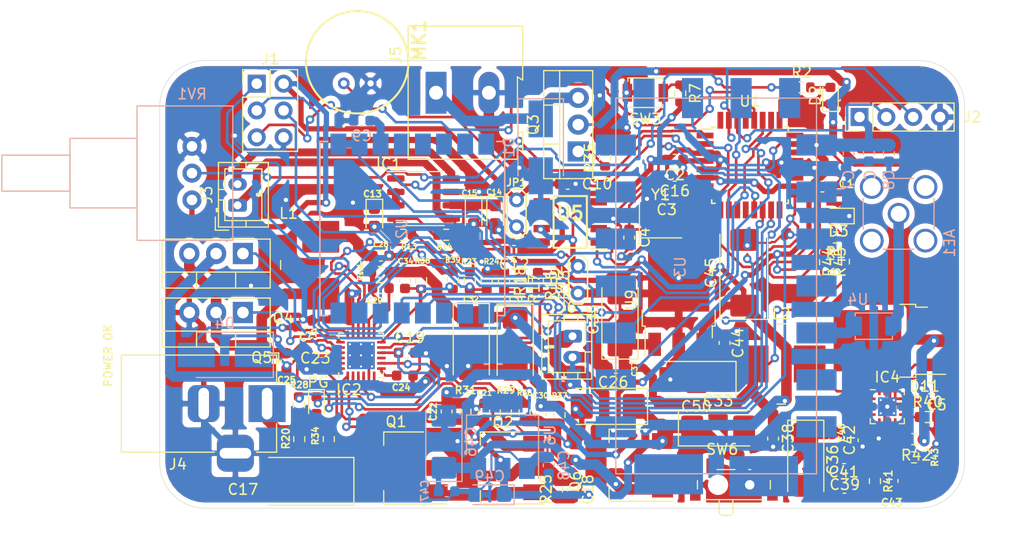
<source format=kicad_pcb>
(kicad_pcb (version 20171130) (host pcbnew "(5.1.8)-1")
  (layers (0 F.Cu signal) (31 B.Cu signal) (34 B.Paste user) (35 F.Paste user) (36 B.SilkS user) (37 F.SilkS user) (38 B.Mask user) (39 F.Mask user) (44 Edge.Cuts user))
  (net 0 "")
  (net 1 "Net-(AE1-Pad1)")
  (net 2 +3V3)
  (net 3 GND)
  (net 4 /COMMUNICATION/Lora_3.3V)
  (net 5 "Net-(C12-Pad1)")
  (net 6 "Net-(C12-Pad2)")
  (net 7 "Net-(C13-Pad1)")
  (net 8 +5V)
  (net 9 "Net-(C17-Pad1)")
  (net 10 "Net-(C18-Pad2)")
  (net 11 "Net-(C18-Pad1)")
  (net 12 "/POWER sheet 1/vref")
  (net 13 "Net-(C21-Pad1)")
  (net 14 "Net-(C23-Pad1)")
  (net 15 "Net-(C24-Pad1)")
  (net 16 "Net-(C25-Pad1)")
  (net 17 "/POWER sheet 1/BTST")
  (net 18 "/POWER sheet 1/REGN")
  (net 19 "Net-(C28-Pad2)")
  (net 20 +BATT)
  (net 21 "Net-(C30-Pad1)")
  (net 22 "Net-(C34-Pad2)")
  (net 23 "Net-(C39-Pad1)")
  (net 24 "Net-(C41-Pad1)")
  (net 25 "Net-(C43-Pad1)")
  (net 26 "Net-(D1-Pad1)")
  (net 27 "Net-(D2-Pad2)")
  (net 28 "Net-(D7-Pad2)")
  (net 29 "/POWER sheet 1/~PG")
  (net 30 18V)
  (net 31 "Net-(D11-Pad1)")
  (net 32 "Net-(IC1-Pad4)")
  (net 33 "Net-(IC1-Pad5)")
  (net 34 "Net-(IC1-Pad8)")
  (net 35 "Net-(IC2-Pad3)")
  (net 36 "/POWER sheet 1/ISET1")
  (net 37 "/POWER sheet 1/ISET2")
  (net 38 "/POWER sheet 1/ACSET")
  (net 39 "Net-(IC2-Pad19)")
  (net 40 "Net-(IC2-Pad21)")
  (net 41 "Net-(IC4-Pad8)")
  (net 42 "Net-(IC4-Pad9)")
  (net 43 /RESET)
  (net 44 /TXD-FTDI_RX)
  (net 45 /RXD-FTDI_TX)
  (net 46 "Net-(J4-Pad1)")
  (net 47 /COMMUNICATION/Lora_GND)
  (net 48 "Net-(MK1-Pad1)")
  (net 49 "Net-(Q3-Pad1)")
  (net 50 "Net-(R2-Pad1)")
  (net 51 "Net-(IC2-Pad23)")
  (net 52 /COMMUNICATION/AUDIO_SIGNAL)
  (net 53 "Net-(U3-Pad12)")
  (net 54 "Net-(D3-Pad2)")
  (net 55 /VOL)
  (net 56 /oscout)
  (net 57 /oscin)
  (net 58 TO_SYS)
  (net 59 /LM_SD)
  (net 60 /MISO)
  (net 61 /SCK)
  (net 62 /MOSI)
  (net 63 /MOTOR_DRV)
  (net 64 /BATT_VOLTAGE)
  (net 65 /MCU_TX)
  (net 66 /MCU_RX)
  (net 67 /POT_CS)
  (net 68 /LORA_SS)
  (net 69 /PTT)
  (net 70 /PD)
  (net 71 "/power sheet 2/BATT_IN")
  (module Resistor_SMD:R_0603_1608Metric (layer F.Cu) (at 140.182 103.568 180)
    (fp_text reference Rsr1 (at 1.922 0.018 90) (layer F.SilkS) (effects (font (size 0.5 0.5) (thickness 0.125))))
    (fp_text value 0.01)
    (pad 1 smd roundrect (at -0.825 0 180) (size 0.8 0.95) (layers F.Cu F.Paste F.Mask) (net 20 +BATT))
    (pad 2 smd roundrect (at 0.825 0 180) (size 0.8 0.95) (layers F.Cu F.Paste F.Mask) (net 19 "Net-(C28-Pad2)"))
  )
  (module Remote_devices:SA818-1W (layer B.Cu) (at 162.448 87.086 270)
    (fp_text reference U3 (at 16.002 -6.096 90) (layer B.SilkS) (effects (justify mirror)))
    (fp_text value SA818-1W)
    (pad 1 smd rect (at 4.45 0 180) (size 3.8 2) (layers B.Cu B.Paste B.Mask) (clearance 0.02))
    (pad 2 smd rect (at 8.9 0 180) (size 3.8 2) (layers B.Cu B.Paste B.Mask) (clearance 0.02))
    (pad 3 smd rect (at 13.35 0 180) (size 3.8 2) (layers B.Cu B.Paste B.Mask) (net 52 /COMMUNICATION/AUDIO_SIGNAL) (clearance 0.02))
    (pad 4 smd rect (at 17.8 0 180) (size 3.8 2) (layers B.Cu B.Paste B.Mask) (clearance 0.02))
    (pad 5 smd rect (at 22.25 0 180) (size 3.8 2) (layers B.Cu B.Paste B.Mask) (net 69 /PTT) (clearance 0.02))
    (pad 6 smd rect (at 26.7 0 180) (size 3.8 2) (layers B.Cu B.Paste B.Mask) (net 70 /PD) (clearance 0.02))
    (pad 7 smd rect (at 31.15 0 180) (size 3.8 2) (layers B.Cu B.Paste B.Mask) (clearance 0.02))
    (pad 8 smd rect (at 4.45 -19 180) (size 3.8 2) (layers B.Cu B.Paste B.Mask) (net 2 +3V3) (clearance 0.02))
    (pad 9 smd rect (at 8.9 -19 180) (size 3.8 2) (layers B.Cu B.Paste B.Mask) (net 3 GND) (clearance 0.02))
    (pad 10 smd rect (at 13.35 -19 180) (size 3.8 2) (layers B.Cu B.Paste B.Mask) (net 3 GND) (clearance 0.02))
    (pad 11 smd rect (at 17.8 -19 180) (size 3.8 2) (layers B.Cu B.Paste B.Mask) (clearance 0.02))
    (pad 12 smd rect (at 22.25 -19 180) (size 3.8 2) (layers B.Cu B.Paste B.Mask) (net 53 "Net-(U3-Pad12)") (clearance 0.02))
    (pad 13 smd rect (at 26.7 -19 180) (size 3.8 2) (layers B.Cu B.Paste B.Mask) (clearance 0.02))
    (pad 14 smd rect (at 31.15 -19 180) (size 3.8 2) (layers B.Cu B.Paste B.Mask) (clearance 0.02))
    (pad 15 smd rect (at 0 -2.66 90) (size 3.8 2) (layers B.Cu B.Paste B.Mask) (clearance 0.02))
    (pad 16 smd rect (at 0 -7.26 90) (size 3.8 2) (layers B.Cu B.Paste B.Mask) (net 65 /MCU_TX) (clearance 0.02))
    (pad 17 smd rect (at 0 -11.86 90) (size 3.8 2) (layers B.Cu B.Paste B.Mask) (net 66 /MCU_RX) (clearance 0.02))
    (pad 18 smd rect (at 0 -16.46 90) (size 3.8 2) (layers B.Cu B.Paste B.Mask) (net 48 "Net-(MK1-Pad1)") (clearance 0.02))
    (pad 19 smd rect (at 35.65 -1.8 90) (size 3.8 6.5) (drill (offset 0 3.2)) (layers B.Cu B.Paste B.Mask) (clearance 0.02))
    (pad 20 smd rect (at 35.83 -17.2 90) (size 3.8 6.5) (drill (offset 0 -3.2)) (layers B.Cu B.Paste B.Mask) (clearance 0.02))
  )
  (module Package_SO:SOP-8_3.9x4.9mm_P1.27mm (layer F.Cu) (at 144.245 96.611)
    (fp_text reference IC1 (at -3.302 -3.302) (layer F.SilkS))
    (fp_text value LM4871MX)
    (pad 1 smd roundrect (at -2.625 -1.905) (size 1.65 0.6) (layers F.Cu F.Paste F.Mask) (net 59 /LM_SD))
    (pad 2 smd roundrect (at -2.625 -0.635) (size 1.65 0.6) (layers F.Cu F.Paste F.Mask) (net 7 "Net-(C13-Pad1)"))
    (pad 3 smd roundrect (at -2.625 0.635) (size 1.65 0.6) (layers F.Cu F.Paste F.Mask) (net 7 "Net-(C13-Pad1)"))
    (pad 4 smd roundrect (at -2.625 1.905) (size 1.65 0.6) (layers F.Cu F.Paste F.Mask) (net 32 "Net-(IC1-Pad4)"))
    (pad 5 smd roundrect (at 2.625 1.905) (size 1.65 0.6) (layers F.Cu F.Paste F.Mask) (net 33 "Net-(IC1-Pad5)"))
    (pad 6 smd roundrect (at 2.625 0.635) (size 1.65 0.6) (layers F.Cu F.Paste F.Mask) (net 8 +5V))
    (pad 7 smd roundrect (at 2.625 -0.635) (size 1.65 0.6) (layers F.Cu F.Paste F.Mask) (net 3 GND))
    (pad 8 smd roundrect (at 2.625 -1.905) (size 1.65 0.6) (layers F.Cu F.Paste F.Mask) (net 34 "Net-(IC1-Pad8)"))
  )
  (module "CoAxial connector:SMA_Amphenol_901-144_Vertical" (layer B.Cu) (at 189.22 98.05 90)
    (fp_text reference AE1 (at -2.794 4.826 -90) (layer B.SilkS) (effects (justify mirror)))
    (fp_text value Antenna)
    (pad 1 thru_hole circle (at 0 0 90) (size 2.05 2.05) (drill 1.5) (layers *.Cu *.Mask) (net 1 "Net-(AE1-Pad1)"))
    (pad 2 thru_hole circle (at 2.54 -2.54 90) (size 2.25 2.25) (drill 1.7) (layers *.Cu *.Mask))
    (pad 2 thru_hole circle (at 2.54 2.54 90) (size 2.25 2.25) (drill 1.7) (layers *.Cu *.Mask))
    (pad 2 thru_hole circle (at -2.54 2.54 90) (size 2.25 2.25) (drill 1.7) (layers *.Cu *.Mask))
    (pad 2 thru_hole circle (at -2.54 -2.54 90) (size 2.25 2.25) (drill 1.7) (layers *.Cu *.Mask))
  )
  (module Capacitor_SMD:C_0603_1608Metric (layer F.Cu) (at 182.006 95.468)
    (fp_text reference C1 (at 2.273 -0.254) (layer F.SilkS) (effects (font (size 0.75 0.75))))
    (fp_text value 10nF)
    (pad 1 smd roundrect (at -0.775 0) (size 0.9 0.95) (layers F.Cu F.Paste F.Mask) (net 2 +3V3))
    (pad 2 smd roundrect (at 0.775 0) (size 0.9 0.95) (layers F.Cu F.Paste F.Mask) (net 3 GND))
  )
  (module Capacitor_SMD:C_0603_1608Metric (layer F.Cu) (at 168.036 92.928 180)
    (fp_text reference C2 (at 0 -1.43) (layer F.SilkS))
    (fp_text value 10nF)
    (pad 2 smd roundrect (at 0.775 0 180) (size 0.9 0.95) (layers F.Cu F.Paste F.Mask) (net 3 GND))
    (pad 1 smd roundrect (at -0.775 0 180) (size 0.9 0.95) (layers F.Cu F.Paste F.Mask) (net 2 +3V3))
  )
  (module Capacitor_SMD:C_0603_1608Metric (layer F.Cu) (at 167.261 96.23 180)
    (fp_text reference C3 (at 0 -1.43) (layer F.SilkS))
    (fp_text value 22pF)
    (pad 2 smd roundrect (at 0.775 0 180) (size 0.9 0.95) (layers F.Cu F.Paste F.Mask) (net 3 GND))
    (pad 1 smd roundrect (at -0.775 0 180) (size 0.9 0.95) (layers F.Cu F.Paste F.Mask) (net 56 /oscout))
  )
  (module Capacitor_SMD:C_0603_1608Metric (layer F.Cu) (at 163.718 100.307 270)
    (fp_text reference C4 (at 0 -1.43 90) (layer F.SilkS))
    (fp_text value 22pF)
    (pad 1 smd roundrect (at -0.775 0 270) (size 0.9 0.95) (layers F.Cu F.Paste F.Mask) (net 57 /oscin))
    (pad 2 smd roundrect (at 0.775 0 270) (size 0.9 0.95) (layers F.Cu F.Paste F.Mask) (net 3 GND))
  )
  (module Capacitor_SMD:C_0603_1608Metric (layer B.Cu) (at 186.407001 92.287001 270)
    (fp_text reference C6 (at 2.556999 -0.120999 270) (layer B.SilkS) (effects (justify mirror)))
    (fp_text value 10nF)
    (pad 1 smd roundrect (at -0.775 0 270) (size 0.9 0.95) (layers B.Cu B.Paste B.Mask) (net 2 +3V3))
    (pad 2 smd roundrect (at 0.775 0 270) (size 0.9 0.95) (layers B.Cu B.Paste B.Mask) (net 3 GND))
  )
  (module Capacitor_SMD:C_0603_1608Metric (layer B.Cu) (at 184.496 92.317 270)
    (fp_text reference C7 (at 2.527 0 270) (layer B.SilkS) (effects (justify mirror)))
    (fp_text value 100nF)
    (pad 1 smd roundrect (at -0.775 0 270) (size 0.9 0.95) (layers B.Cu B.Paste B.Mask) (net 2 +3V3))
    (pad 2 smd roundrect (at 0.775 0 270) (size 0.9 0.95) (layers B.Cu B.Paste B.Mask) (net 3 GND))
  )
  (module Capacitor_SMD:C_0603_1608Metric (layer B.Cu) (at 188.306 92.304 270)
    (fp_text reference C8 (at 2.54 0 270) (layer B.SilkS) (effects (justify mirror)))
    (fp_text value 100nF)
    (pad 2 smd roundrect (at 0.775 0 270) (size 0.9 0.95) (layers B.Cu B.Paste B.Mask) (net 3 GND))
    (pad 1 smd roundrect (at -0.775 0 270) (size 0.9 0.95) (layers B.Cu B.Paste B.Mask) (net 2 +3V3))
  )
  (module Capacitor_SMD:C_0603_1608Metric (layer B.Cu) (at 138.405 89.23)
    (fp_text reference C9 (at 0 1.43) (layer B.SilkS) (effects (justify mirror)))
    (fp_text value 100nF)
    (pad 2 smd roundrect (at 0.775 0) (size 0.9 0.95) (layers B.Cu B.Paste B.Mask) (net 4 /COMMUNICATION/Lora_3.3V))
    (pad 1 smd roundrect (at -0.775 0) (size 0.9 0.95) (layers B.Cu B.Paste B.Mask) (net 3 GND))
  )
  (module Capacitor_SMD:C_0603_1608Metric (layer F.Cu) (at 157.889 95.214)
    (fp_text reference C10 (at 2.781 0 180) (layer F.SilkS))
    (fp_text value 10uF)
    (pad 2 smd roundrect (at 0.775 0) (size 0.9 0.95) (layers F.Cu F.Paste F.Mask) (net 3 GND))
    (pad 1 smd roundrect (at -0.775 0) (size 0.9 0.95) (layers F.Cu F.Paste F.Mask) (net 2 +3V3))
  )
  (module Capacitor_SMD:C_0603_1608Metric (layer F.Cu) (at 152.796 101.564)
    (fp_text reference C12 (at 0.013 1.27) (layer F.SilkS))
    (fp_text value 0.1uF)
    (pad 1 smd roundrect (at -0.775 0) (size 0.9 0.95) (layers F.Cu F.Paste F.Mask) (net 5 "Net-(C12-Pad1)"))
    (pad 2 smd roundrect (at 0.775 0) (size 0.9 0.95) (layers F.Cu F.Paste F.Mask) (net 6 "Net-(C12-Pad2)"))
  )
  (module Capacitor_Tantalum_SMD:CP_EIA-2012-12_Kemet-R (layer F.Cu) (at 139.588 98.3875 270)
    (fp_text reference C13 (at -2.2175 0.178) (layer F.SilkS) (effects (font (size 0.6 0.6))))
    (fp_text value 1.0uF)
    (pad 1 smd roundrect (at -0.8875 0 270) (size 1.125 1.05) (layers F.Cu F.Paste F.Mask) (roundrect_rratio 0.238095) (net 7 "Net-(C13-Pad1)"))
    (pad 2 smd roundrect (at 0.8875 0 270) (size 1.125 1.05) (layers F.Cu F.Paste F.Mask) (roundrect_rratio 0.238095) (net 3 GND))
  )
  (module Capacitor_Tantalum_SMD:CP_EIA-2012-12_Kemet-R (layer F.Cu) (at 151.018 98.1365 270)
    (fp_text reference C14 (at -2.1465 0.098 180) (layer F.SilkS) (effects (font (size 0.5 0.5) (thickness 0.125))))
    (fp_text value 1.0uF_TCMIA106AT)
    (pad 2 smd roundrect (at 0.8875 0 270) (size 1.125 1.05) (layers F.Cu F.Paste F.Mask) (roundrect_rratio 0.238095) (net 3 GND))
    (pad 1 smd roundrect (at -0.8875 0 270) (size 1.125 1.05) (layers F.Cu F.Paste F.Mask) (roundrect_rratio 0.238095) (net 8 +5V))
  )
  (module Capacitor_SMD:C_0603_1608Metric (layer F.Cu) (at 158.384 124.183 270)
    (fp_text reference C18 (at 0 -1.43 90) (layer F.SilkS))
    (fp_text value 0.1uF)
    (pad 2 smd roundrect (at 0.775 0 270) (size 0.9 0.95) (layers F.Cu F.Paste F.Mask) (net 10 "Net-(C18-Pad2)"))
    (pad 1 smd roundrect (at -0.775 0 270) (size 0.9 0.95) (layers F.Cu F.Paste F.Mask) (net 11 "Net-(C18-Pad1)"))
  )
  (module Capacitor_SMD:C_0603_1608Metric (layer F.Cu) (at 142.649 111.216)
    (fp_text reference C19 (at 0.298 -1.43) (layer F.SilkS))
    (fp_text value 1uF)
    (pad 1 smd roundrect (at -0.775 0) (size 0.9 0.95) (layers F.Cu F.Paste F.Mask) (net 12 "/POWER sheet 1/vref"))
    (pad 2 smd roundrect (at 0.775 0) (size 0.9 0.95) (layers F.Cu F.Paste F.Mask) (net 3 GND))
  )
  (module Capacitor_SMD:C_0603_1608Metric (layer F.Cu) (at 149.984 116.795 90)
    (fp_text reference C21 (at 1.769 0.018 180) (layer F.SilkS) (effects (font (size 0.5 0.5) (thickness 0.125))))
    (fp_text value 0.1uF)
    (pad 1 smd roundrect (at -0.775 0 90) (size 0.9 0.95) (layers F.Cu F.Paste F.Mask) (net 13 "Net-(C21-Pad1)"))
    (pad 2 smd roundrect (at 0.775 0 90) (size 0.9 0.95) (layers F.Cu F.Paste F.Mask) (net 3 GND))
  )
  (module Capacitor_SMD:C_0603_1608Metric (layer F.Cu) (at 146.428 116.783 270)
    (fp_text reference C22 (at 0.021 1.252 270) (layer F.SilkS) (effects (font (size 0.6 0.6))))
    (fp_text value 0.1uF)
    (pad 1 smd roundrect (at -0.775 0 270) (size 0.9 0.95) (layers F.Cu F.Paste F.Mask) (net 58 TO_SYS))
    (pad 2 smd roundrect (at 0.775 0 270) (size 0.9 0.95) (layers F.Cu F.Paste F.Mask) (net 13 "Net-(C21-Pad1)"))
  )
  (module Capacitor_SMD:C_0603_1608Metric (layer F.Cu) (at 133.987 112.74 180)
    (fp_text reference C23 (at -0.013 1.016) (layer F.SilkS))
    (fp_text value 1uF)
    (pad 2 smd roundrect (at 0.775 0 180) (size 0.9 0.95) (layers F.Cu F.Paste F.Mask) (net 3 GND))
    (pad 1 smd roundrect (at -0.775 0 180) (size 0.9 0.95) (layers F.Cu F.Paste F.Mask) (net 14 "Net-(C23-Pad1)"))
  )
  (module Capacitor_SMD:C_0603_1608Metric (layer F.Cu) (at 142.475 113.38)
    (fp_text reference C24 (at -0.347 1.138) (layer F.SilkS) (effects (font (size 0.6 0.6))))
    (fp_text value 0.05uF_1206)
    (pad 1 smd roundrect (at -0.775 0) (size 0.9 0.95) (layers F.Cu F.Paste F.Mask) (net 15 "Net-(C24-Pad1)"))
    (pad 2 smd roundrect (at 0.775 0) (size 0.9 0.95) (layers F.Cu F.Paste F.Mask) (net 3 GND))
  )
  (module Capacitor_SMD:C_0603_1608Metric (layer F.Cu) (at 131.26 112.04 270)
    (fp_text reference C25 (at 1.765 -0.013 180) (layer F.SilkS) (effects (font (size 0.6 0.6))))
    (fp_text value 0.1uF)
    (pad 1 smd roundrect (at -0.775 0 270) (size 0.9 0.95) (layers F.Cu F.Paste F.Mask) (net 16 "Net-(C25-Pad1)"))
    (pad 2 smd roundrect (at 0.775 0 270) (size 0.9 0.95) (layers F.Cu F.Paste F.Mask) (net 17 "/POWER sheet 1/BTST"))
  )
  (module Capacitor_SMD:C_0603_1608Metric (layer F.Cu) (at 132.924389 108.422 22)
    (fp_text reference C27 (at 0 1.27 22) (layer F.SilkS) (effects (font (size 0.65 0.65))))
    (fp_text value 1uF)
    (pad 2 smd roundrect (at 0.775 0 22) (size 0.9 0.95) (layers F.Cu F.Paste F.Mask) (net 3 GND))
    (pad 1 smd roundrect (at -0.775 0 22) (size 0.9 0.95) (layers F.Cu F.Paste F.Mask) (net 18 "/POWER sheet 1/REGN"))
  )
  (module Capacitor_SMD:C_0603_1608Metric (layer F.Cu) (at 140.205 102.02 180)
    (fp_text reference C28 (at 0.005 1.08) (layer F.SilkS) (effects (font (size 0.5 0.5) (thickness 0.125))))
    (fp_text value "0.1uF >25v")
    (pad 2 smd roundrect (at 0.775 0 180) (size 0.9 0.95) (layers F.Cu F.Paste F.Mask) (net 19 "Net-(C28-Pad2)"))
    (pad 1 smd roundrect (at -0.775 0 180) (size 0.9 0.95) (layers F.Cu F.Paste F.Mask) (net 3 GND))
  )
  (module Capacitor_SMD:C_0603_1608Metric (layer F.Cu) (at 140.195 105.092)
    (fp_text reference C29 (at -0.555 1.188) (layer F.SilkS) (effects (font (size 0.5 0.5) (thickness 0.125))))
    (fp_text value 0.1uF>25V)
    (pad 1 smd roundrect (at -0.775 0) (size 0.9 0.95) (layers F.Cu F.Paste F.Mask) (net 19 "Net-(C28-Pad2)"))
    (pad 2 smd roundrect (at 0.775 0) (size 0.9 0.95) (layers F.Cu F.Paste F.Mask) (net 20 +BATT))
  )
  (module Capacitor_SMD:C_0603_1608Metric (layer F.Cu) (at 155.336 117.058 90)
    (fp_text reference C30 (at 1.778 0 180) (layer F.SilkS) (effects (font (size 0.5 0.5) (thickness 0.125))))
    (fp_text value 0.1uF_>25v)
    (pad 2 smd roundrect (at 0.775 0 90) (size 0.9 0.95) (layers F.Cu F.Paste F.Mask) (net 58 TO_SYS))
    (pad 1 smd roundrect (at -0.775 0 90) (size 0.9 0.95) (layers F.Cu F.Paste F.Mask) (net 21 "Net-(C30-Pad1)"))
  )
  (module Capacitor_SMD:C_0603_1608Metric (layer F.Cu) (at 142.486 104.351 270)
    (fp_text reference C34 (at -1.801 -0.064 180) (layer F.SilkS) (effects (font (size 0.5 0.5) (thickness 0.125))))
    (fp_text value 1uF)
    (pad 1 smd roundrect (at -0.775 0 270) (size 0.9 0.95) (layers F.Cu F.Paste F.Mask) (net 20 +BATT))
    (pad 2 smd roundrect (at 0.775 0 270) (size 0.9 0.95) (layers F.Cu F.Paste F.Mask) (net 22 "Net-(C34-Pad2)"))
  )
  (module Capacitor_SMD:C_0603_1608Metric (layer F.Cu) (at 162.445 112.65 180)
    (fp_text reference C37 (at -1.781 -0.09 270) (layer F.SilkS) (effects (font (size 0.5 0.5) (thickness 0.125))))
    (fp_text value 1uF)
    (pad 2 smd roundrect (at 0.775 0 180) (size 0.9 0.95) (layers F.Cu F.Paste F.Mask) (net 3 GND))
    (pad 1 smd roundrect (at -0.775 0 180) (size 0.9 0.95) (layers F.Cu F.Paste F.Mask) (net 71 "/power sheet 2/BATT_IN"))
  )
  (module Capacitor_SMD:C_0603_1608Metric (layer F.Cu) (at 177.34 119.355 270)
    (fp_text reference C38 (at 0 -1.43 90) (layer F.SilkS))
    (fp_text value 1uF)
    (pad 1 smd roundrect (at -0.775 0 270) (size 0.9 0.95) (layers F.Cu F.Paste F.Mask) (net 71 "/power sheet 2/BATT_IN"))
    (pad 2 smd roundrect (at 0.775 0 270) (size 0.9 0.95) (layers F.Cu F.Paste F.Mask) (net 3 GND))
  )
  (module Capacitor_SMD:C_0603_1608Metric (layer F.Cu) (at 184.065 122.23 180)
    (fp_text reference C39 (at -0.056 -1.48) (layer F.SilkS))
    (fp_text value 27nF)
    (pad 1 smd roundrect (at -0.775 0 180) (size 0.9 0.95) (layers F.Cu F.Paste F.Mask) (net 23 "Net-(C39-Pad1)"))
    (pad 2 smd roundrect (at 0.775 0 180) (size 0.9 0.95) (layers F.Cu F.Paste F.Mask) (net 3 GND))
  )
  (module Capacitor_SMD:C_0603_1608Metric (layer F.Cu) (at 184.88 119.515 270)
    (fp_text reference C40 (at -0.744 1.066 270) (layer F.SilkS) (effects (font (size 0.6 0.6))))
    (fp_text value "4.7uF _3.705mOhm")
    (pad 1 smd roundrect (at -0.775 0 270) (size 0.9 0.95) (layers F.Cu F.Paste F.Mask) (net 71 "/power sheet 2/BATT_IN"))
    (pad 2 smd roundrect (at 0.775 0 270) (size 0.9 0.95) (layers F.Cu F.Paste F.Mask) (net 3 GND))
  )
  (module Capacitor_SMD:C_0603_1608Metric (layer F.Cu) (at 184.095 124.02 180)
    (fp_text reference C41 (at 0.077 1.5) (layer F.SilkS))
    (fp_text value 100nF)
    (pad 2 smd roundrect (at 0.775 0 180) (size 0.9 0.95) (layers F.Cu F.Paste F.Mask) (net 3 GND))
    (pad 1 smd roundrect (at -0.775 0 180) (size 0.9 0.95) (layers F.Cu F.Paste F.Mask) (net 24 "Net-(C41-Pad1)"))
  )
  (module Capacitor_SMD:C_0603_1608Metric (layer F.Cu) (at 183.14 119.495 270)
    (fp_text reference C42 (at 0 -1.43 90) (layer F.SilkS))
    (fp_text value 100nF_0.064ohm)
    (pad 2 smd roundrect (at 0.775 0 270) (size 0.9 0.95) (layers F.Cu F.Paste F.Mask) (net 3 GND))
    (pad 1 smd roundrect (at -0.775 0 270) (size 0.9 0.95) (layers F.Cu F.Paste F.Mask) (net 71 "/power sheet 2/BATT_IN"))
  )
  (module Capacitor_SMD:C_0603_1608Metric (layer F.Cu) (at 188.65 123.365 270)
    (fp_text reference C43 (at 2.058 0.074 180) (layer F.SilkS) (effects (font (size 0.7 0.7))))
    (fp_text value 8.2nF)
    (pad 2 smd roundrect (at 0.775 0 270) (size 0.9 0.95) (layers F.Cu F.Paste F.Mask) (net 3 GND))
    (pad 1 smd roundrect (at -0.775 0 270) (size 0.9 0.95) (layers F.Cu F.Paste F.Mask) (net 25 "Net-(C43-Pad1)"))
  )
  (module Capacitor_SMD:C_0603_1608Metric (layer F.Cu) (at 172.74 110.285 90)
    (fp_text reference C44 (at 0 1.27 90) (layer F.SilkS))
    (fp_text value 1uF)
    (pad 2 smd roundrect (at 0.775 0 90) (size 0.9 0.95) (layers F.Cu F.Paste F.Mask) (net 3 GND))
    (pad 1 smd roundrect (at -0.775 0 90) (size 0.9 0.95) (layers F.Cu F.Paste F.Mask) (net 8 +5V))
  )
  (module Capacitor_SMD:C_0603_1608Metric (layer B.Cu) (at 146.433 124.35)
    (fp_text reference C47 (at -2.082 -0.048 270) (layer B.SilkS) (effects (font (size 0.7 0.7)) (justify mirror)))
    (fp_text value 1uF)
    (pad 1 smd roundrect (at -0.775 0) (size 0.9 0.95) (layers B.Cu B.Paste B.Mask) (net 8 +5V))
    (pad 2 smd roundrect (at 0.775 0) (size 0.9 0.95) (layers B.Cu B.Paste B.Mask) (net 3 GND))
  )
  (module Capacitor_SMD:C_0603_1608Metric (layer B.Cu) (at 156.095 121.884 90)
    (fp_text reference C48 (at 0 1.43 270) (layer B.SilkS) (effects (justify mirror)))
    (fp_text value 0.1uF)
    (pad 2 smd roundrect (at 0.775 0 90) (size 0.9 0.95) (layers B.Cu B.Paste B.Mask) (net 3 GND))
    (pad 1 smd roundrect (at -0.775 0 90) (size 0.9 0.95) (layers B.Cu B.Paste B.Mask) (net 2 +3V3))
  )
  (module LED_SMD:LED_0603_1608Metric (layer F.Cu) (at 182.768 86.8575 90)
    (fp_text reference D2 (at 0 -1.43 90) (layer F.SilkS))
    (fp_text value LED)
    (pad 1 smd roundrect (at -0.7875 0 90) (size 0.875 0.95) (layers F.Cu F.Paste F.Mask) (net 3 GND))
    (pad 2 smd roundrect (at 0.7875 0 90) (size 0.875 0.95) (layers F.Cu F.Paste F.Mask) (net 27 "Net-(D2-Pad2)"))
  )
  (module LED_SMD:LED_0603_1608Metric (layer F.Cu) (at 134.1 116.19 270)
    (fp_text reference PG (at -2.18 -0.154 180) (layer F.SilkS))
    (fp_text value LED)
    (pad 2 smd roundrect (at 0.7875 0 270) (size 0.875 0.95) (layers F.Cu F.Paste F.Mask) (net 28 "Net-(D7-Pad2)"))
    (pad 1 smd roundrect (at -0.7875 0 270) (size 0.875 0.95) (layers F.Cu F.Paste F.Mask) (net 29 "/POWER sheet 1/~PG"))
  )
  (module Package_TO_SOT_SMD:TO-252-3_TabPin2 (layer F.Cu) (at 188.37 110.08 180)
    (fp_text reference D11 (at -3.302 -4.318) (layer F.SilkS))
    (fp_text value "DIODE SCHOTTKY 200V 10A DPAK")
    (pad 2 smd rect (at 2.1 0 180) (size 6.4 5.8) (layers F.Cu F.Mask) (net 30 18V))
    (pad 3 smd rect (at -4.2 2.28 180) (size 2.2 1.2) (layers F.Cu F.Paste F.Mask))
    (pad 2 smd rect (at -4.2 0 180) (size 2.2 1.2) (layers F.Cu F.Paste F.Mask) (net 30 18V))
    (pad 1 smd rect (at -4.2 -2.28 180) (size 2.2 1.2) (layers F.Cu F.Paste F.Mask) (net 31 "Net-(D11-Pad1)"))
  )
  (module Package_DFN_QFN:WQFN-16-1EP_3x3mm_P0.5mm_EP1.75x1.75mm_ThermalVias (layer F.Cu) (at 188.15 116.33)
    (fp_text reference IC4 (at 0 -2.8) (layer F.SilkS))
    (fp_text value TPS55340RTER)
    (pad 1 smd roundrect (at -1.475 -0.75) (size 0.75 0.25) (layers F.Cu F.Paste F.Mask) (net 31 "Net-(D11-Pad1)"))
    (pad 2 smd roundrect (at -1.475 -0.25) (size 0.75 0.25) (layers F.Cu F.Paste F.Mask) (net 71 "/power sheet 2/BATT_IN"))
    (pad 3 smd roundrect (at -1.475 0.25) (size 0.75 0.25) (layers F.Cu F.Paste F.Mask) (net 71 "/power sheet 2/BATT_IN"))
    (pad 4 smd roundrect (at -1.475 0.75) (size 0.75 0.25) (layers F.Cu F.Paste F.Mask) (net 23 "Net-(C39-Pad1)"))
    (pad 5 smd roundrect (at -0.75 1.475) (size 0.25 0.75) (layers F.Cu F.Paste F.Mask))
    (pad 6 smd roundrect (at -0.25 1.475) (size 0.25 0.75) (layers F.Cu F.Paste F.Mask) (net 3 GND))
    (pad 7 smd roundrect (at 0.25 1.475) (size 0.25 0.75) (layers F.Cu F.Paste F.Mask) (net 25 "Net-(C43-Pad1)"))
    (pad 8 smd roundrect (at 0.75 1.475) (size 0.25 0.75) (layers F.Cu F.Paste F.Mask) (net 41 "Net-(IC4-Pad8)"))
    (pad 9 smd roundrect (at 1.475 0.75) (size 0.75 0.25) (layers F.Cu F.Paste F.Mask) (net 42 "Net-(IC4-Pad9)"))
    (pad 10 smd roundrect (at 1.475 0.25) (size 0.75 0.25) (layers F.Cu F.Paste F.Mask) (net 3 GND))
    (pad 11 smd roundrect (at 1.475 -0.25) (size 0.75 0.25) (layers F.Cu F.Paste F.Mask) (net 3 GND))
    (pad 12 smd roundrect (at 1.475 -0.75) (size 0.75 0.25) (layers F.Cu F.Paste F.Mask) (net 3 GND))
    (pad 13 smd roundrect (at 0.75 -1.475) (size 0.25 0.75) (layers F.Cu F.Paste F.Mask) (net 3 GND))
    (pad 14 smd roundrect (at 0.25 -1.475) (size 0.25 0.75) (layers F.Cu F.Paste F.Mask) (net 3 GND))
    (pad 15 smd roundrect (at -0.25 -1.475) (size 0.25 0.75) (layers F.Cu F.Paste F.Mask) (net 31 "Net-(D11-Pad1)"))
    (pad 16 smd roundrect (at -0.75 -1.475) (size 0.25 0.75) (layers F.Cu F.Paste F.Mask) (net 31 "Net-(D11-Pad1)"))
    (pad 17 smd rect (at 0 0) (size 1.75 1.75) (layers F.Cu F.Mask) (net 3 GND))
    (pad 17 thru_hole circle (at -0.625 -0.625) (size 0.5 0.5) (drill 0.2) (layers *.Cu) (net 3 GND))
    (pad 17 thru_hole circle (at 0.625 -0.625) (size 0.5 0.5) (drill 0.2) (layers *.Cu) (net 3 GND))
    (pad 17 thru_hole circle (at -0.625 0.625) (size 0.5 0.5) (drill 0.2) (layers *.Cu) (net 3 GND))
    (pad 17 thru_hole circle (at 0.625 0.625) (size 0.5 0.5) (drill 0.2) (layers *.Cu) (net 3 GND))
    (pad 17 smd rect (at 0 0) (size 1.75 1.75) (layers B.Cu) (net 3 GND))
  )
  (module Connector_PinHeader_2.54mm:PinHeader_2x03_P2.54mm_Vertical (layer F.Cu) (at 128.45 85.72)
    (fp_text reference J1 (at 1.27 -2.33) (layer F.SilkS))
    (fp_text value ICSP)
    (pad 1 thru_hole rect (at 0 0) (size 1.7 1.7) (drill 1) (layers *.Cu *.Mask) (net 60 /MISO))
    (pad 2 thru_hole oval (at 2.54 0) (size 1.7 1.7) (drill 1) (layers *.Cu *.Mask) (net 2 +3V3))
    (pad 3 thru_hole oval (at 0 2.54) (size 1.7 1.7) (drill 1) (layers *.Cu *.Mask) (net 61 /SCK))
    (pad 4 thru_hole oval (at 2.54 2.54) (size 1.7 1.7) (drill 1) (layers *.Cu *.Mask) (net 62 /MOSI))
    (pad 5 thru_hole oval (at 0 5.08) (size 1.7 1.7) (drill 1) (layers *.Cu *.Mask) (net 43 /RESET))
    (pad 6 thru_hole oval (at 2.54 5.08) (size 1.7 1.7) (drill 1) (layers *.Cu *.Mask) (net 3 GND))
  )
  (module Connector_PinHeader_2.54mm:PinHeader_1x04_P2.54mm_Vertical (layer F.Cu) (at 185.52 88.88 90)
    (fp_text reference J2 (at 0 10.668) (layer F.SilkS))
    (fp_text value FTDI_CONN)
    (pad 1 thru_hole rect (at 0 0 90) (size 1.7 1.7) (drill 1) (layers *.Cu *.Mask) (net 2 +3V3))
    (pad 2 thru_hole oval (at 0 2.54 90) (size 1.7 1.7) (drill 1) (layers *.Cu *.Mask) (net 44 /TXD-FTDI_RX))
    (pad 3 thru_hole oval (at 0 5.08 90) (size 1.7 1.7) (drill 1) (layers *.Cu *.Mask) (net 45 /RXD-FTDI_TX))
    (pad 4 thru_hole oval (at 0 7.62 90) (size 1.7 1.7) (drill 1) (layers *.Cu *.Mask) (net 3 GND))
  )
  (module Connector_JST:JST_PH_B2B-PH-K_1x02_P2.00mm_Vertical (layer F.Cu) (at 126.634 97.246 90)
    (fp_text reference J3 (at 1 -2.9 90) (layer F.SilkS))
    (fp_text value speaker_conn)
    (pad 2 thru_hole oval (at 2 0 90) (size 1.2 1.75) (drill 0.75) (layers *.Cu *.Mask) (net 34 "Net-(IC1-Pad8)"))
    (pad 1 thru_hole roundrect (at 0 0 90) (size 1.2 1.75) (drill 0.75) (layers *.Cu *.Mask) (roundrect_rratio 0.208333) (net 33 "Net-(IC1-Pad5)"))
  )
  (module Connector_BarrelJack:BarrelJack_Horizontal (layer F.Cu) (at 129.428 116.042)
    (fp_text reference J4 (at -8.45 5.75) (layer F.SilkS))
    (fp_text value Barrel_Jack_Switch)
    (pad 1 thru_hole rect (at 0 0) (size 3.5 3.5) (drill oval 1 3) (layers *.Cu *.Mask) (net 46 "Net-(J4-Pad1)"))
    (pad 2 thru_hole roundrect (at -6 0) (size 3 3.5) (drill oval 1 3) (layers *.Cu *.Mask) (net 3 GND))
    (pad 3 thru_hole roundrect (at -3 4.7) (size 3.5 3.5) (drill oval 3 1) (layers *.Cu *.Mask) (net 3 GND))
  )
  (module TerminalBlock:TerminalBlock_Altech_AK300-2_P5.00mm (layer F.Cu) (at 145.43 86.578)
    (fp_text reference J5 (at -3.81 -3.556 -90) (layer F.SilkS))
    (fp_text value Motor_Out)
    (pad 1 thru_hole rect (at 0 0) (size 1.98 3.96) (drill 1.32) (layers *.Cu *.Mask) (net 26 "Net-(D1-Pad1)"))
    (pad 2 thru_hole oval (at 5 0) (size 1.98 3.96) (drill 1.32) (layers *.Cu *.Mask) (net 3 GND))
  )
  (module Connector_JST:JST_PH_B2B-PH-K_1x02_P2.00mm_Vertical (layer F.Cu) (at 158.35 109.65 270)
    (fp_text reference J6 (at -2.752 0.474 180) (layer F.SilkS))
    (fp_text value BATT_CONN)
    (pad 1 thru_hole roundrect (at 0 0 270) (size 1.2 1.75) (drill 0.75) (layers *.Cu *.Mask) (roundrect_rratio 0.208333) (net 20 +BATT))
    (pad 2 thru_hole oval (at 2 0 270) (size 1.2 1.75) (drill 0.75) (layers *.Cu *.Mask) (net 3 GND))
  )
  (module TestPoint:TestPoint_2Pads_Pitch2.54mm_Drill0.8mm (layer F.Cu) (at 153.05 96.738 270)
    (fp_text reference JP1 (at -1.658 0.02 180) (layer F.SilkS) (effects (font (size 0.7 0.7))))
    (fp_text value Jumper)
    (pad 2 thru_hole circle (at 2.54 0 270) (size 1.4 1.4) (drill 0.8) (layers *.Cu *.Mask) (net 4 /COMMUNICATION/Lora_3.3V))
    (pad 1 thru_hole circle (at 0 0 270) (size 1.4 1.4) (drill 0.8) (layers *.Cu *.Mask) (net 2 +3V3))
  )
  (module TestPoint:TestPoint_2Pads_Pitch2.54mm_Drill0.8mm (layer F.Cu) (at 158.87 105.57 90)
    (fp_text reference JP2 (at 1.3 -2 90) (layer F.SilkS))
    (fp_text value Jumper)
    (pad 1 thru_hole circle (at 0 0 90) (size 1.4 1.4) (drill 0.8) (layers *.Cu *.Mask) (net 3 GND))
    (pad 2 thru_hole circle (at 2.54 0 90) (size 1.4 1.4) (drill 0.8) (layers *.Cu *.Mask) (net 47 /COMMUNICATION/Lora_GND))
  )
  (module Remote_devices:CMEJ974537P (layer F.Cu) (at 136.69 85.69)
    (fp_text reference MK1 (at 7.112 -4.064 90) (layer F.SilkS) (effects (font (size 1.27 1.27) (thickness 0.254))))
    (fp_text value Microphone hide)
    (pad 2 thru_hole circle (at 2.54 0) (size 1.1 1.1) (drill 0.6) (layers *.Cu *.Mask) (net 3 GND))
    (pad 1 thru_hole circle (at 0 0) (size 1.1 1.1) (drill 0.6) (layers *.Cu *.Mask) (net 48 "Net-(MK1-Pad1)"))
  )
  (module Package_TO_SOT_THT:TO-220-3_Vertical (layer F.Cu) (at 158.89 92.14 90)
    (fp_text reference Q3 (at 2.54 -4.27 90) (layer F.SilkS))
    (fp_text value IRF540NPBF)
    (pad 1 thru_hole rect (at 0 0 90) (size 1.905 2) (drill 1.1) (layers *.Cu *.Mask) (net 49 "Net-(Q3-Pad1)"))
    (pad 2 thru_hole oval (at 2.54 0 90) (size 1.905 2) (drill 1.1) (layers *.Cu *.Mask) (net 30 18V))
    (pad 3 thru_hole oval (at 5.08 0 90) (size 1.905 2) (drill 1.1) (layers *.Cu *.Mask) (net 26 "Net-(D1-Pad1)"))
  )
  (module Package_TO_SOT_THT:TO-220-3_Vertical (layer F.Cu) (at 127.142 101.818 180)
    (fp_text reference Q4 (at -3.81 -6.096) (layer F.SilkS))
    (fp_text value IRF540NPBF)
    (pad 3 thru_hole oval (at 5.08 0 180) (size 1.905 2) (drill 1.1) (layers *.Cu *.Mask) (net 16 "Net-(C25-Pad1)"))
    (pad 2 thru_hole oval (at 2.54 0 180) (size 1.905 2) (drill 1.1) (layers *.Cu *.Mask) (net 58 TO_SYS))
    (pad 1 thru_hole rect (at 0 0 180) (size 1.905 2) (drill 1.1) (layers *.Cu *.Mask) (net 40 "Net-(IC2-Pad21)"))
  )
  (module Package_TO_SOT_THT:TO-220-3_Vertical (layer F.Cu) (at 127.142 107.406 180)
    (fp_text reference Q5 (at -1.778 -4.27) (layer F.SilkS))
    (fp_text value IRF540NPBF)
    (pad 1 thru_hole rect (at 0 0 180) (size 1.905 2) (drill 1.1) (layers *.Cu *.Mask) (net 39 "Net-(IC2-Pad19)"))
    (pad 2 thru_hole oval (at 2.54 0 180) (size 1.905 2) (drill 1.1) (layers *.Cu *.Mask) (net 16 "Net-(C25-Pad1)"))
    (pad 3 thru_hole oval (at 5.08 0 180) (size 1.905 2) (drill 1.1) (layers *.Cu *.Mask) (net 3 GND))
  )
  (module Resistor_SMD:R_0603_1608Metric (layer F.Cu) (at 180.037 86.07)
    (fp_text reference R2 (at 0 -1.43) (layer F.SilkS))
    (fp_text value 1K)
    (pad 2 smd roundrect (at 0.825 0) (size 0.8 0.95) (layers F.Cu F.Paste F.Mask) (net 27 "Net-(D2-Pad2)"))
    (pad 1 smd roundrect (at -0.825 0) (size 0.8 0.95) (layers F.Cu F.Paste F.Mask) (net 50 "Net-(R2-Pad1)"))
  )
  (module Resistor_SMD:R_0603_1608Metric (layer F.Cu) (at 168.544 86.641 270)
    (fp_text reference R7 (at 0 -1.43 90) (layer F.SilkS))
    (fp_text value 10k)
    (pad 1 smd roundrect (at -0.825 0 270) (size 0.8 0.95) (layers F.Cu F.Paste F.Mask) (net 43 /RESET))
    (pad 2 smd roundrect (at 0.825 0 270) (size 0.8 0.95) (layers F.Cu F.Paste F.Mask) (net 2 +3V3))
  )
  (module Resistor_SMD:R_0603_1608Metric (layer F.Cu) (at 142.319 100.04)
    (fp_text reference R13 (at 0.541 1.11) (layer F.SilkS) (effects (font (size 0.5 0.5) (thickness 0.125))))
    (fp_text value 10k)
    (pad 1 smd roundrect (at -0.825 0) (size 0.8 0.95) (layers F.Cu F.Paste F.Mask) (net 32 "Net-(IC1-Pad4)"))
    (pad 2 smd roundrect (at 0.825 0) (size 0.8 0.95) (layers F.Cu F.Paste F.Mask) (net 5 "Net-(C12-Pad1)"))
  )
  (module Resistor_SMD:R_0603_1608Metric (layer F.Cu) (at 146.383 100.04 180)
    (fp_text reference R14 (at 0.163 -1.12 180) (layer F.SilkS) (effects (font (size 0.5 0.5) (thickness 0.125))))
    (fp_text value 47k)
    (pad 2 smd roundrect (at 0.825 0 180) (size 0.8 0.95) (layers F.Cu F.Paste F.Mask) (net 32 "Net-(IC1-Pad4)"))
    (pad 1 smd roundrect (at -0.825 0 180) (size 0.8 0.95) (layers F.Cu F.Paste F.Mask) (net 33 "Net-(IC1-Pad5)"))
  )
  (module Resistor_SMD:R_0402_1005Metric_Pad0.72x0.64mm_HandSolder (layer F.Cu) (at 156.4 104.7925 270)
    (fp_text reference R15 (at 0 -1.17 90) (layer F.SilkS))
    (fp_text value 5.6k_1005)
    (pad 1 smd roundrect (at -0.5975 0 270) (size 0.715 0.64) (layers F.Cu F.Paste F.Mask) (net 12 "/POWER sheet 1/vref"))
    (pad 2 smd roundrect (at 0.5975 0 270) (size 0.715 0.64) (layers F.Cu F.Paste F.Mask) (net 36 "/POWER sheet 1/ISET1"))
  )
  (module Resistor_SMD:R_0603_1608Metric (layer F.Cu) (at 155.07 104.4 90)
    (fp_text reference R16 (at -0.445 1.27 90) (layer F.SilkS))
    (fp_text value 1k)
    (pad 1 smd roundrect (at -0.825 0 90) (size 0.8 0.95) (layers F.Cu F.Paste F.Mask) (net 36 "/POWER sheet 1/ISET1"))
    (pad 2 smd roundrect (at 0.825 0 90) (size 0.8 0.95) (layers F.Cu F.Paste F.Mask) (net 3 GND))
  )
  (module Resistor_SMD:R_0603_1608Metric (layer F.Cu) (at 153.45 104.423 270)
    (fp_text reference R17 (at 0.699 -1.27 90) (layer F.SilkS))
    (fp_text value 100k)
    (pad 2 smd roundrect (at 0.825 0 270) (size 0.8 0.95) (layers F.Cu F.Paste F.Mask) (net 37 "/POWER sheet 1/ISET2"))
    (pad 1 smd roundrect (at -0.825 0 270) (size 0.8 0.95) (layers F.Cu F.Paste F.Mask) (net 12 "/POWER sheet 1/vref"))
  )
  (module Resistor_SMD:R_0603_1608Metric (layer F.Cu) (at 151.866 104.423 90)
    (fp_text reference R18 (at 0 1.524 90) (layer F.SilkS))
    (fp_text value 10k)
    (pad 2 smd roundrect (at 0.825 0 90) (size 0.8 0.95) (layers F.Cu F.Paste F.Mask) (net 3 GND))
    (pad 1 smd roundrect (at -0.825 0 90) (size 0.8 0.95) (layers F.Cu F.Paste F.Mask) (net 37 "/POWER sheet 1/ISET2"))
  )
  (module Resistor_SMD:R_0603_1608Metric (layer F.Cu) (at 132.476 119.407 270)
    (fp_text reference R20 (at -0.063 1.27 90) (layer F.SilkS) (effects (font (size 0.7 0.7))))
    (fp_text value 2)
    (pad 2 smd roundrect (at 0.825 0 270) (size 0.8 0.95) (layers F.Cu F.Paste F.Mask) (net 9 "Net-(C17-Pad1)"))
    (pad 1 smd roundrect (at -0.825 0 270) (size 0.8 0.95) (layers F.Cu F.Paste F.Mask) (net 46 "Net-(J4-Pad1)"))
  )
  (module Resistor_SMD:R_0603_1608Metric (layer F.Cu) (at 148.62 104.39 270)
    (fp_text reference R23 (at -1.81 0.08 180) (layer F.SilkS) (effects (font (size 0.5 0.5) (thickness 0.125))))
    (fp_text value 4.6k_0603)
    (pad 1 smd roundrect (at -0.825 0 270) (size 0.8 0.95) (layers F.Cu F.Paste F.Mask) (net 12 "/POWER sheet 1/vref"))
    (pad 2 smd roundrect (at 0.825 0 270) (size 0.8 0.95) (layers F.Cu F.Paste F.Mask) (net 38 "/POWER sheet 1/ACSET"))
  )
  (module Resistor_SMD:R_0603_1608Metric (layer F.Cu) (at 150.22 104.41 90)
    (fp_text reference R24 (at 1.83 0.45 180) (layer F.SilkS) (effects (font (size 0.5 0.5) (thickness 0.125))))
    (fp_text value 1k)
    (pad 2 smd roundrect (at 0.825 0 90) (size 0.8 0.95) (layers F.Cu F.Paste F.Mask) (net 3 GND))
    (pad 1 smd roundrect (at -0.825 0 90) (size 0.8 0.95) (layers F.Cu F.Paste F.Mask) (net 38 "/POWER sheet 1/ACSET"))
  )
  (module Resistor_SMD:R_0603_1608Metric (layer F.Cu) (at 156.86 124.17 270)
    (fp_text reference R25 (at 0 1.016 90) (layer F.SilkS))
    (fp_text value 100k)
    (pad 1 smd roundrect (at -0.825 0 270) (size 0.8 0.95) (layers F.Cu F.Paste F.Mask) (net 11 "Net-(C18-Pad1)"))
    (pad 2 smd roundrect (at 0.825 0 270) (size 0.8 0.95) (layers F.Cu F.Paste F.Mask) (net 10 "Net-(C18-Pad2)"))
  )
  (module Resistor_SMD:R_0603_1608Metric (layer F.Cu) (at 132.44 116.19 90)
    (fp_text reference R28 (at 1.926 0.036 180) (layer F.SilkS) (effects (font (size 0.6 0.6))))
    (fp_text value 10k)
    (pad 1 smd roundrect (at -0.825 0 90) (size 0.8 0.95) (layers F.Cu F.Paste F.Mask) (net 28 "Net-(D7-Pad2)"))
    (pad 2 smd roundrect (at 0.825 0 90) (size 0.8 0.95) (layers F.Cu F.Paste F.Mask) (net 12 "/POWER sheet 1/vref"))
  )
  (module Resistor_SMD:R_0603_1608Metric (layer F.Cu) (at 152.034 116.867 270)
    (fp_text reference R29 (at -2.095 0 180) (layer F.SilkS) (effects (font (size 0.6 0.6))))
    (fp_text value 1k)
    (pad 1 smd roundrect (at -0.825 0 270) (size 0.8 0.95) (layers F.Cu F.Paste F.Mask) (net 35 "Net-(IC2-Pad3)"))
    (pad 2 smd roundrect (at 0.825 0 270) (size 0.8 0.95) (layers F.Cu F.Paste F.Mask) (net 10 "Net-(C18-Pad2)"))
  )
  (module Resistor_SMD:R_0603_1608Metric (layer F.Cu) (at 148.206 116.796 270)
    (fp_text reference R31 (at -2.024 -0.018 180) (layer F.SilkS) (effects (font (size 0.7 0.7))))
    (fp_text value 0.01)
    (pad 2 smd roundrect (at 0.825 0 270) (size 0.8 0.95) (layers F.Cu F.Paste F.Mask) (net 13 "Net-(C21-Pad1)"))
    (pad 1 smd roundrect (at -0.825 0 270) (size 0.8 0.95) (layers F.Cu F.Paste F.Mask) (net 58 TO_SYS))
  )
  (module Resistor_SMD:R_0603_1608Metric (layer F.Cu) (at 135.27 119.407 90)
    (fp_text reference R34 (at 0.317 -1.27 270) (layer F.SilkS) (effects (font (size 0.6 0.6))))
    (fp_text value 10)
    (pad 1 smd roundrect (at -0.825 0 90) (size 0.8 0.95) (layers F.Cu F.Paste F.Mask) (net 46 "Net-(J4-Pad1)"))
    (pad 2 smd roundrect (at 0.825 0 90) (size 0.8 0.95) (layers F.Cu F.Paste F.Mask) (net 14 "Net-(C23-Pad1)"))
  )
  (module Resistor_SMD:R_0603_1608Metric (layer F.Cu) (at 161.432 92.737 90)
    (fp_text reference R35 (at 0 -1.43 90) (layer F.SilkS))
    (fp_text value 1k)
    (pad 1 smd roundrect (at -0.825 0 90) (size 0.8 0.95) (layers F.Cu F.Paste F.Mask) (net 49 "Net-(Q3-Pad1)"))
    (pad 2 smd roundrect (at 0.825 0 90) (size 0.8 0.95) (layers F.Cu F.Paste F.Mask) (net 63 /MOTOR_DRV))
  )
  (module Resistor_SMD:R_0603_1608Metric (layer F.Cu) (at 153.812 116.867 90)
    (fp_text reference R36 (at 1.841 0 180) (layer F.SilkS) (effects (font (size 0.5 0.5) (thickness 0.125))))
    (fp_text value 1k)
    (pad 2 smd roundrect (at 0.825 0 90) (size 0.8 0.95) (layers F.Cu F.Paste F.Mask) (net 51 "Net-(IC2-Pad23)"))
    (pad 1 smd roundrect (at -0.825 0 90) (size 0.8 0.95) (layers F.Cu F.Paste F.Mask) (net 21 "Net-(C30-Pad1)"))
  )
  (module Resistor_SMD:R_0603_1608Metric (layer F.Cu) (at 157.114 117.121 270)
    (fp_text reference R37 (at -1.841 0 180) (layer F.SilkS) (effects (font (size 0.5 0.5) (thickness 0.125))))
    (fp_text value 100k)
    (pad 1 smd roundrect (at -0.825 0 270) (size 0.8 0.95) (layers F.Cu F.Paste F.Mask) (net 58 TO_SYS))
    (pad 2 smd roundrect (at 0.825 0 270) (size 0.8 0.95) (layers F.Cu F.Paste F.Mask) (net 21 "Net-(C30-Pad1)"))
  )
  (module Resistor_SMD:R_0603_1608Metric (layer F.Cu) (at 144.01 104.338 270)
    (fp_text reference R38 (at -1.838 -0.13 180) (layer F.SilkS) (effects (font (size 0.5 0.5) (thickness 0.125))))
    (fp_text value 5k)
    (pad 1 smd roundrect (at -0.825 0 270) (size 0.8 0.95) (layers F.Cu F.Paste F.Mask) (net 20 +BATT))
    (pad 2 smd roundrect (at 0.825 0 270) (size 0.8 0.95) (layers F.Cu F.Paste F.Mask) (net 22 "Net-(C34-Pad2)"))
  )
  (module Resistor_SMD:R_0603_1608Metric (layer F.Cu) (at 147.01 104.36 90)
    (fp_text reference R39 (at 1.95 0.01 180) (layer F.SilkS) (effects (font (size 0.5 0.5) (thickness 0.125))))
    (fp_text value 1k)
    (pad 2 smd roundrect (at 0.825 0 90) (size 0.8 0.95) (layers F.Cu F.Paste F.Mask) (net 3 GND))
    (pad 1 smd roundrect (at -0.825 0 90) (size 0.8 0.95) (layers F.Cu F.Paste F.Mask) (net 22 "Net-(C34-Pad2)"))
  )
  (module Resistor_SMD:R_0603_1608Metric (layer F.Cu) (at 191.975 117.312)
    (fp_text reference R40 (at 0 -1.43) (layer F.SilkS))
    (fp_text value 60.4K)
    (pad 2 smd roundrect (at 0.825 0) (size 0.8 0.95) (layers F.Cu F.Paste F.Mask) (net 3 GND))
    (pad 1 smd roundrect (at -0.825 0) (size 0.8 0.95) (layers F.Cu F.Paste F.Mask) (net 42 "Net-(IC4-Pad9)"))
  )
  (module Resistor_SMD:R_0603_1608Metric (layer F.Cu) (at 186.98 123.385 270)
    (fp_text reference R41 (at -0.001 -1.26 90) (layer F.SilkS) (effects (font (size 0.75 0.75))))
    (fp_text value 931)
    (pad 2 smd roundrect (at 0.825 0 270) (size 0.8 0.95) (layers F.Cu F.Paste F.Mask) (net 24 "Net-(C41-Pad1)"))
    (pad 1 smd roundrect (at -0.825 0 270) (size 0.8 0.95) (layers F.Cu F.Paste F.Mask) (net 25 "Net-(C43-Pad1)"))
  )
  (module Resistor_SMD:R_0603_1608Metric (layer F.Cu) (at 190.699 119.402 180)
    (fp_text reference R42 (at -0.191 -1.524) (layer F.SilkS))
    (fp_text value 60.4K)
    (pad 1 smd roundrect (at -0.825 0 180) (size 0.8 0.95) (layers F.Cu F.Paste F.Mask) (net 30 18V))
    (pad 2 smd roundrect (at 0.825 0 180) (size 0.8 0.95) (layers F.Cu F.Paste F.Mask) (net 41 "Net-(IC4-Pad8)"))
  )
  (module Resistor_SMD:R_0603_1608Metric (layer F.Cu) (at 190.679 121.132)
    (fp_text reference R43 (at 1.969 0 -90) (layer F.SilkS) (effects (font (size 0.6 0.6))))
    (fp_text value 60.4K)
    (pad 2 smd roundrect (at 0.825 0) (size 0.8 0.95) (layers F.Cu F.Paste F.Mask) (net 3 GND))
    (pad 1 smd roundrect (at -0.825 0) (size 0.8 0.95) (layers F.Cu F.Paste F.Mask) (net 41 "Net-(IC4-Pad8)"))
  )
  (module Resistor_SMD:R_0603_1608Metric (layer F.Cu) (at 184.038 102.58 90)
    (fp_text reference R44 (at 0 -1.43 90) (layer F.SilkS))
    (fp_text value 28.2k)
    (pad 1 smd roundrect (at -0.825 0 90) (size 0.8 0.95) (layers F.Cu F.Paste F.Mask) (net 71 "/power sheet 2/BATT_IN"))
    (pad 2 smd roundrect (at 0.825 0 90) (size 0.8 0.95) (layers F.Cu F.Paste F.Mask) (net 64 /BATT_VOLTAGE))
  )
  (module Resistor_SMD:R_0603_1608Metric (layer F.Cu) (at 182.26 102.643 270)
    (fp_text reference R45 (at 0 -1.43 90) (layer F.SilkS))
    (fp_text value 10)
    (pad 2 smd roundrect (at 0.825 0 270) (size 0.8 0.95) (layers F.Cu F.Paste F.Mask) (net 3 GND))
    (pad 1 smd roundrect (at -0.825 0 270) (size 0.8 0.95) (layers F.Cu F.Paste F.Mask) (net 64 /BATT_VOLTAGE))
  )
  (module Button_Switch_SMD:SW_SPST_B3U-1000P (layer F.Cu) (at 165.242 86.578 180)
    (fp_text reference SW3 (at 0 -2.5) (layer F.SilkS))
    (fp_text value SW_Push)
    (pad 1 smd rect (at -1.7 0 180) (size 0.9 1.7) (layers F.Cu F.Paste F.Mask) (net 43 /RESET))
    (pad 2 smd rect (at 1.7 0 180) (size 0.9 1.7) (layers F.Cu F.Paste F.Mask) (net 3 GND))
  )
  (module Button_Switch_SMD:SW_SPDT_PCM12 (layer F.Cu) (at 173.624 123.408)
    (fp_text reference SW6 (at -1.11 -3.04) (layer F.SilkS))
    (fp_text value SW_SPDT)
    (pad "" np_thru_hole circle (at -1.5 0.33) (size 0.9 0.9) (drill 0.9) (layers *.Cu *.Mask))
    (pad "" np_thru_hole circle (at 1.5 0.33) (size 0.9 0.9) (drill 0.9) (layers *.Cu *.Mask))
    (pad 1 smd rect (at -2.25 -1.43) (size 0.7 1.5) (layers F.Cu F.Paste F.Mask))
    (pad 2 smd rect (at 0.75 -1.43) (size 0.7 1.5) (layers F.Cu F.Paste F.Mask) (net 58 TO_SYS))
    (pad 3 smd rect (at 2.25 -1.43) (size 0.7 1.5) (layers F.Cu F.Paste F.Mask) (net 71 "/power sheet 2/BATT_IN"))
    (pad "" smd rect (at -3.65 1.43) (size 1 0.8) (layers F.Cu F.Paste F.Mask))
    (pad "" smd rect (at 3.65 1.43) (size 1 0.8) (layers F.Cu F.Paste F.Mask))
    (pad "" smd rect (at 3.65 -0.78) (size 1 0.8) (layers F.Cu F.Paste F.Mask))
    (pad "" smd rect (at -3.65 -0.78) (size 1 0.8) (layers F.Cu F.Paste F.Mask))
  )
  (module RF_Module:Ai-Thinker-Ra-01-LoRa (layer B.Cu) (at 143.18 99.45 270)
    (fp_text reference U2 (at 0 1 90) (layer B.SilkS) (effects (justify mirror)))
    (fp_text value Ai-Thinker-Ra-02)
    (pad 16 smd rect (at 8 7 270) (size 2 1.5) (layers B.Cu B.Paste B.Mask) (net 47 /COMMUNICATION/Lora_GND))
    (pad 15 smd rect (at 8 5 270) (size 2 1.5) (layers B.Cu B.Paste B.Mask) (net 68 /LORA_SS))
    (pad 14 smd rect (at 8 3 270) (size 2 1.5) (layers B.Cu B.Paste B.Mask) (net 62 /MOSI))
    (pad 13 smd rect (at 8 1 270) (size 2 1.5) (layers B.Cu B.Paste B.Mask) (net 60 /MISO))
    (pad 12 smd rect (at 8 -1 270) (size 2 1.5) (layers B.Cu B.Paste B.Mask) (net 61 /SCK))
    (pad 11 smd rect (at 8 -3 270) (size 2 1.5) (layers B.Cu B.Paste B.Mask))
    (pad 10 smd rect (at 8 -5 270) (size 2 1.5) (layers B.Cu B.Paste B.Mask))
    (pad 9 smd rect (at 8 -7 270) (size 2 1.5) (layers B.Cu B.Paste B.Mask) (net 47 /COMMUNICATION/Lora_GND))
    (pad 8 smd rect (at -8 -7 270) (size 2 1.5) (layers B.Cu B.Paste B.Mask))
    (pad 7 smd rect (at -8 -5 270) (size 2 1.5) (layers B.Cu B.Paste B.Mask))
    (pad 6 smd rect (at -8 -3 270) (size 2 1.5) (layers B.Cu B.Paste B.Mask))
    (pad 5 smd rect (at -8 -1 270) (size 2 1.5) (layers B.Cu B.Paste B.Mask))
    (pad 4 smd rect (at -8 1 270) (size 2 1.5) (layers B.Cu B.Paste B.Mask))
    (pad 3 smd rect (at -8 3 270) (size 2 1.5) (layers B.Cu B.Paste B.Mask) (net 4 /COMMUNICATION/Lora_3.3V))
    (pad 2 smd rect (at -8 5 270) (size 2 1.5) (layers B.Cu B.Paste B.Mask) (net 47 /COMMUNICATION/Lora_GND))
    (pad 1 smd rect (at -8 7 270) (size 2 1.5) (layers B.Cu B.Paste B.Mask) (net 47 /COMMUNICATION/Lora_GND))
  )
  (module Package_TO_SOT_SMD:SOT-223 (layer B.Cu) (at 151.72 119.03 90)
    (fp_text reference U6 (at 0 4.5 90) (layer B.SilkS) (effects (justify mirror)))
    (fp_text value "LM1117-3.3(")
    (pad 4 smd rect (at 3.15 0 90) (size 2 3.8) (layers B.Cu B.Paste B.Mask))
    (pad 2 smd rect (at -3.15 0 90) (size 2 1.5) (layers B.Cu B.Paste B.Mask) (net 2 +3V3))
    (pad 3 smd rect (at -3.15 -2.3 90) (size 2 1.5) (layers B.Cu B.Paste B.Mask) (net 8 +5V))
    (pad 1 smd rect (at -3.15 2.3 90) (size 2 1.5) (layers B.Cu B.Paste B.Mask) (net 3 GND))
  )
  (module Package_TO_SOT_SMD:TO-252-3_TabPin2 (layer F.Cu) (at 168.4 106.22 90)
    (fp_text reference U9 (at 0 -4.5 90) (layer F.SilkS))
    (fp_text value L4931ABDT50)
    (pad 1 smd rect (at -4.2 -2.28 90) (size 2.2 1.2) (layers F.Cu F.Paste F.Mask) (net 71 "/power sheet 2/BATT_IN"))
    (pad 2 smd rect (at -4.2 0 90) (size 2.2 1.2) (layers F.Cu F.Paste F.Mask) (net 3 GND))
    (pad 3 smd rect (at -4.2 2.28 90) (size 2.2 1.2) (layers F.Cu F.Paste F.Mask) (net 8 +5V))
    (pad 2 smd rect (at 2.1 0 90) (size 6.4 5.8) (layers F.Cu F.Mask) (net 3 GND))
  )
  (module Package_DFN_QFN:QFN-24-1EP_4x4mm_P0.5mm_EP2.6x2.6mm_ThermalVias (layer F.Cu) (at 138.318 111.47 90)
    (fp_text reference IC2 (at -3.246 -1.144 180) (layer F.SilkS))
    (fp_text value BQ24616RGER)
    (pad 1 smd roundrect (at -1.9375 -1.25 90) (size 0.825 0.25) (layers F.Cu F.Paste F.Mask) (net 58 TO_SYS))
    (pad 2 smd roundrect (at -1.9375 -0.75 90) (size 0.825 0.25) (layers F.Cu F.Paste F.Mask) (net 13 "Net-(C21-Pad1)"))
    (pad 3 smd roundrect (at -1.9375 -0.25 90) (size 0.825 0.25) (layers F.Cu F.Paste F.Mask) (net 35 "Net-(IC2-Pad3)"))
    (pad 4 smd roundrect (at -1.9375 0.25 90) (size 0.825 0.25) (layers F.Cu F.Paste F.Mask) (net 12 "/POWER sheet 1/vref"))
    (pad 5 smd roundrect (at -1.9375 0.75 90) (size 0.825 0.25) (layers F.Cu F.Paste F.Mask))
    (pad 6 smd roundrect (at -1.9375 1.25 90) (size 0.825 0.25) (layers F.Cu F.Paste F.Mask))
    (pad 7 smd roundrect (at -1.25 1.9375 90) (size 0.25 0.825) (layers F.Cu F.Paste F.Mask) (net 15 "Net-(C24-Pad1)"))
    (pad 8 smd roundrect (at -0.75 1.9375 90) (size 0.25 0.825) (layers F.Cu F.Paste F.Mask) (net 29 "/POWER sheet 1/~PG"))
    (pad 9 smd roundrect (at -0.25 1.9375 90) (size 0.25 0.825) (layers F.Cu F.Paste F.Mask))
    (pad 10 smd roundrect (at 0.25 1.9375 90) (size 0.25 0.825) (layers F.Cu F.Paste F.Mask) (net 12 "/POWER sheet 1/vref"))
    (pad 11 smd roundrect (at 0.75 1.9375 90) (size 0.25 0.825) (layers F.Cu F.Paste F.Mask) (net 36 "/POWER sheet 1/ISET1"))
    (pad 12 smd roundrect (at 1.25 1.9375 90) (size 0.25 0.825) (layers F.Cu F.Paste F.Mask) (net 22 "Net-(C34-Pad2)"))
    (pad 13 smd roundrect (at 1.9375 1.25 90) (size 0.825 0.25) (layers F.Cu F.Paste F.Mask) (net 20 +BATT))
    (pad 14 smd roundrect (at 1.9375 0.75 90) (size 0.825 0.25) (layers F.Cu F.Paste F.Mask) (net 19 "Net-(C28-Pad2)"))
    (pad 15 smd roundrect (at 1.9375 0.25 90) (size 0.825 0.25) (layers F.Cu F.Paste F.Mask) (net 37 "/POWER sheet 1/ISET2"))
    (pad 16 smd roundrect (at 1.9375 -0.25 90) (size 0.825 0.25) (layers F.Cu F.Paste F.Mask) (net 38 "/POWER sheet 1/ACSET"))
    (pad 17 smd roundrect (at 1.9375 -0.75 90) (size 0.825 0.25) (layers F.Cu F.Paste F.Mask) (net 3 GND))
    (pad 18 smd roundrect (at 1.9375 -1.25 90) (size 0.825 0.25) (layers F.Cu F.Paste F.Mask) (net 18 "/POWER sheet 1/REGN"))
    (pad 19 smd roundrect (at 1.25 -1.9375 90) (size 0.25 0.825) (layers F.Cu F.Paste F.Mask) (net 39 "Net-(IC2-Pad19)"))
    (pad 20 smd roundrect (at 0.75 -1.9375 90) (size 0.25 0.825) (layers F.Cu F.Paste F.Mask) (net 16 "Net-(C25-Pad1)"))
    (pad 21 smd roundrect (at 0.25 -1.9375 90) (size 0.25 0.825) (layers F.Cu F.Paste F.Mask) (net 40 "Net-(IC2-Pad21)"))
    (pad 22 smd roundrect (at -0.25 -1.9375 90) (size 0.25 0.825) (layers F.Cu F.Paste F.Mask) (net 17 "/POWER sheet 1/BTST"))
    (pad 23 smd roundrect (at -0.75 -1.9375 90) (size 0.25 0.825) (layers F.Cu F.Paste F.Mask) (net 51 "Net-(IC2-Pad23)"))
    (pad 24 smd roundrect (at -1.25 -1.9375 90) (size 0.25 0.825) (layers F.Cu F.Paste F.Mask) (net 14 "Net-(C23-Pad1)"))
    (pad 25 smd rect (at 0 0 90) (size 2.6 2.6) (layers F.Cu F.Mask))
    (pad 25 thru_hole circle (at -1.05 -1.05 90) (size 0.5 0.5) (drill 0.2) (layers *.Cu))
    (pad 25 thru_hole circle (at 0 -1.05 90) (size 0.5 0.5) (drill 0.2) (layers *.Cu))
    (pad 25 thru_hole circle (at 1.05 -1.05 90) (size 0.5 0.5) (drill 0.2) (layers *.Cu))
    (pad 25 thru_hole circle (at -1.05 0 90) (size 0.5 0.5) (drill 0.2) (layers *.Cu))
    (pad 25 thru_hole circle (at 0 0 90) (size 0.5 0.5) (drill 0.2) (layers *.Cu))
    (pad 25 thru_hole circle (at 1.05 0 90) (size 0.5 0.5) (drill 0.2) (layers *.Cu))
    (pad 25 thru_hole circle (at -1.05 1.05 90) (size 0.5 0.5) (drill 0.2) (layers *.Cu))
    (pad 25 thru_hole circle (at 0 1.05 90) (size 0.5 0.5) (drill 0.2) (layers *.Cu))
    (pad 25 thru_hole circle (at 1.05 1.05 90) (size 0.5 0.5) (drill 0.2) (layers *.Cu))
    (pad 25 smd rect (at 0 0 90) (size 2.6 2.6) (layers B.Cu))
  )
  (module Package_TO_SOT_SMD:SOT-223 (layer F.Cu) (at 142.382 122.138 180)
    (fp_text reference Q1 (at 0.742 4.39) (layer F.SilkS))
    (fp_text value DMP6185SE)
    (pad 4 smd rect (at 3.15 0 180) (size 2 3.8) (layers F.Cu F.Paste F.Mask) (net 46 "Net-(J4-Pad1)"))
    (pad 2 smd rect (at -3.15 0 180) (size 2 1.5) (layers F.Cu F.Paste F.Mask) (net 46 "Net-(J4-Pad1)"))
    (pad 3 smd rect (at -3.15 2.3 180) (size 2 1.5) (layers F.Cu F.Paste F.Mask) (net 11 "Net-(C18-Pad1)"))
    (pad 1 smd rect (at -3.15 -2.3 180) (size 2 1.5) (layers F.Cu F.Paste F.Mask) (net 10 "Net-(C18-Pad2)"))
  )
  (module Package_TO_SOT_SMD:SOT-223 (layer F.Cu) (at 151.526 122.138 180)
    (fp_text reference Q2 (at -0.254 4.318) (layer F.SilkS))
    (fp_text value DMP6185SE)
    (pad 4 smd rect (at 3.15 0 180) (size 2 3.8) (layers F.Cu F.Paste F.Mask) (net 11 "Net-(C18-Pad1)"))
    (pad 2 smd rect (at -3.15 0 180) (size 2 1.5) (layers F.Cu F.Paste F.Mask) (net 11 "Net-(C18-Pad1)"))
    (pad 3 smd rect (at -3.15 2.3 180) (size 2 1.5) (layers F.Cu F.Paste F.Mask) (net 13 "Net-(C21-Pad1)"))
    (pad 1 smd rect (at -3.15 -2.3 180) (size 2 1.5) (layers F.Cu F.Paste F.Mask) (net 10 "Net-(C18-Pad2)"))
  )
  (module Package_TO_SOT_SMD:SOT-223 (layer F.Cu) (at 163.718 121.884 180)
    (fp_text reference Q6 (at 5.08 -1.524 270) (layer F.SilkS))
    (fp_text value DMP6185SE)
    (pad 1 smd rect (at -3.15 -2.3 180) (size 2 1.5) (layers F.Cu F.Paste F.Mask) (net 21 "Net-(C30-Pad1)"))
    (pad 3 smd rect (at -3.15 2.3 180) (size 2 1.5) (layers F.Cu F.Paste F.Mask) (net 58 TO_SYS))
    (pad 2 smd rect (at -3.15 0 180) (size 2 1.5) (layers F.Cu F.Paste F.Mask) (net 20 +BATT))
    (pad 4 smd rect (at 3.15 0 180) (size 2 3.8) (layers F.Cu F.Paste F.Mask) (net 20 +BATT))
  )
  (module SamacSys_Parts_2:SOIC127P600X175-8N (layer F.Cu) (at 158.13 98.82 180)
    (fp_text reference U5 (at 0 0.818) (layer F.SilkS) (effects (font (size 1.27 1.27) (thickness 0.254))))
    (fp_text value MCP41010 hide)
    (pad 1 smd rect (at -2.7 -1.905 270) (size 0.7 1.55) (layers F.Cu F.Paste F.Mask) (net 67 /POT_CS))
    (pad 2 smd rect (at -2.7 -0.635 270) (size 0.7 1.55) (layers F.Cu F.Paste F.Mask) (net 61 /SCK))
    (pad 3 smd rect (at -2.7 0.635 270) (size 0.7 1.55) (layers F.Cu F.Paste F.Mask) (net 60 /MISO))
    (pad 4 smd rect (at -2.7 1.905 270) (size 0.7 1.55) (layers F.Cu F.Paste F.Mask) (net 47 /COMMUNICATION/Lora_GND))
    (pad 5 smd rect (at 2.7 1.905 270) (size 0.7 1.55) (layers F.Cu F.Paste F.Mask) (net 52 /COMMUNICATION/AUDIO_SIGNAL))
    (pad 6 smd rect (at 2.7 0.635 270) (size 0.7 1.55) (layers F.Cu F.Paste F.Mask) (net 6 "Net-(C12-Pad2)"))
    (pad 7 smd rect (at 2.7 -0.635 270) (size 0.7 1.55) (layers F.Cu F.Paste F.Mask) (net 47 /COMMUNICATION/Lora_GND))
    (pad 8 smd rect (at 2.7 -1.905 270) (size 0.7 1.55) (layers F.Cu F.Paste F.Mask) (net 4 /COMMUNICATION/Lora_3.3V))
  )
  (module Remote_devices:LFCN-530 (layer B.Cu) (at 189 107.13 180)
    (fp_text reference U4 (at 3.63 0.966 180) (layer B.SilkS) (effects (justify mirror)))
    (fp_text value LP_Filter)
    (pad 1 smd rect (at 0 -0.65 180) (size 1.04 1.8) (drill (offset 0.52 -0.9)) (layers B.Cu B.Paste B.Mask) (net 1 "Net-(AE1-Pad1)"))
    (pad 2 smd rect (at 4.29 -0.65 180) (size 1.04 1.8) (drill (offset -0.52 -0.9)) (layers B.Cu B.Paste B.Mask) (net 53 "Net-(U3-Pad12)"))
    (pad 3 smd rect (at 1.84 0.2 180) (size 0.61 1.245) (drill (offset 0.305 -0.6225)) (layers B.Cu B.Paste B.Mask) (net 3 GND))
    (pad 4 smd rect (at 1.84 -2.05 180) (size 0.61 1.245) (drill (offset 0.305 -0.6225)) (layers B.Cu B.Paste B.Mask) (net 3 GND))
  )
  (module Capacitor_SMD:C_0603_1608Metric (layer F.Cu) (at 192.179 114.59)
    (fp_text reference C5 (at 0.626 1.572) (layer F.SilkS))
    (fp_text value 10uF)
    (pad 1 smd roundrect (at -0.775 0) (size 0.9 0.95) (layers F.Cu F.Paste F.Mask) (net 30 18V))
    (pad 2 smd roundrect (at 0.775 0) (size 0.9 0.95) (layers F.Cu F.Paste F.Mask) (net 3 GND))
  )
  (module LED_SMD:LED_0603_1608Metric (layer F.Cu) (at 183.53 98.262 180)
    (fp_text reference D3 (at 0 -1.43) (layer F.SilkS))
    (fp_text value LED)
    (pad 1 smd roundrect (at -0.7875 0 180) (size 0.875 0.95) (layers F.Cu F.Paste F.Mask) (net 3 GND))
    (pad 2 smd roundrect (at 0.7875 0 180) (size 0.875 0.95) (layers F.Cu F.Paste F.Mask) (net 54 "Net-(D3-Pad2)"))
  )
  (module Resistor_SMD:R_0603_1608Metric (layer F.Cu) (at 183.276 100.294 180)
    (fp_text reference R1 (at 0 -1.43) (layer F.SilkS))
    (fp_text value 10k)
    (pad 1 smd roundrect (at -0.825 0 180) (size 0.8 0.95) (layers F.Cu F.Paste F.Mask) (net 54 "Net-(D3-Pad2)"))
    (pad 2 smd roundrect (at 0.825 0 180) (size 0.8 0.95) (layers F.Cu F.Paste F.Mask) (net 2 +3V3))
  )
  (module Remote_devices:ASPI-7318-6R8M-T (layer F.Cu) (at 134.508 102.928 90)
    (fp_text reference L1 (at 4.92 -3.048 180) (layer F.SilkS))
    (fp_text value 6.8uH_ASPI-7318-6R8M-T)
    (pad 1 smd rect (at -2.7 0 90) (size 3 3.5) (layers F.Cu F.Paste F.Mask) (net 16 "Net-(C25-Pad1)"))
    (pad 2 smd rect (at 2.7 0 90) (size 3 3.5) (layers F.Cu F.Paste F.Mask) (net 19 "Net-(C28-Pad2)"))
  )
  (module Remote_devices:ASPI-7318-6R8M-T (layer F.Cu) (at 178.1 112.28)
    (fp_text reference L2 (at 0 -4.75) (layer F.SilkS))
    (fp_text value 6.8uH_17mOHM)
    (pad 2 smd rect (at 2.7 0) (size 3 3.5) (layers F.Cu F.Paste F.Mask) (net 31 "Net-(D11-Pad1)"))
    (pad 1 smd rect (at -2.7 0) (size 3 3.5) (layers F.Cu F.Paste F.Mask) (net 71 "/power sheet 2/BATT_IN"))
  )
  (module Crystal:Crystal_SMD_Abracon_ABM8G-4Pin_3.2x2.5mm (layer F.Cu) (at 166.682 98.682)
    (fp_text reference Y1 (at 0 -2.45) (layer F.SilkS))
    (fp_text value 16MHz)
    (pad 1 smd rect (at -1.1 0.85) (size 1.4 1.2) (layers F.Cu F.Paste F.Mask) (net 57 /oscin))
    (pad 2 smd rect (at 1.1 0.85) (size 1.4 1.2) (layers F.Cu F.Paste F.Mask))
    (pad 3 smd rect (at 1.1 -0.85) (size 1.4 1.2) (layers F.Cu F.Paste F.Mask) (net 56 /oscout))
    (pad 4 smd rect (at -1.1 -0.85) (size 1.4 1.2) (layers F.Cu F.Paste F.Mask))
  )
  (module Capacitor_SMD:C_0603_1608Metric (layer F.Cu) (at 168.023 94.452 180)
    (fp_text reference C16 (at 0 -1.43) (layer F.SilkS))
    (fp_text value 10nF)
    (pad 1 smd roundrect (at -0.775 0 180) (size 0.9 0.95) (layers F.Cu F.Paste F.Mask) (net 2 +3V3))
    (pad 2 smd roundrect (at 0.775 0 180) (size 0.9 0.95) (layers F.Cu F.Paste F.Mask) (net 3 GND))
  )
  (module Capacitor_Tantalum_SMD:CP_EIA-7343-31_Kemet-D (layer F.Cu) (at 133.238 123.408 180)
    (fp_text reference C17 (at 6.096 -0.762) (layer F.SilkS))
    (fp_text value 2.2uF_TCKIX225DT)
    (pad 2 smd roundrect (at 3.1125 0 180) (size 2.075 2.55) (layers F.Cu F.Paste F.Mask) (roundrect_rratio 0.120482) (net 3 GND))
    (pad 1 smd roundrect (at -3.1125 0 180) (size 2.075 2.55) (layers F.Cu F.Paste F.Mask) (roundrect_rratio 0.120482) (net 9 "Net-(C17-Pad1)"))
  )
  (module Capacitor_Tantalum_SMD:CP_EIA-6032-28_Kemet-C (layer F.Cu) (at 161.686 116.3 180)
    (fp_text reference C26 (at -0.508 2.29) (layer F.SilkS))
    (fp_text value 10uF)
    (pad 2 smd roundrect (at 2.4625 0 180) (size 2.075 2.35) (layers F.Cu F.Paste F.Mask) (roundrect_rratio 0.120482) (net 3 GND))
    (pad 1 smd roundrect (at -2.4625 0 180) (size 2.075 2.35) (layers F.Cu F.Paste F.Mask) (roundrect_rratio 0.120482) (net 58 TO_SYS))
  )
  (module Capacitor_Tantalum_SMD:CP_EIA-6032-28_Kemet-C (layer F.Cu) (at 152.92 110.37 270)
    (fp_text reference C31 (at -4.234 -0.13 180) (layer F.SilkS) (effects (font (size 0.5 0.5) (thickness 0.125))))
    (fp_text value "10uF >25V")
    (pad 2 smd roundrect (at 2.4625 0 270) (size 2.075 2.35) (layers F.Cu F.Paste F.Mask) (roundrect_rratio 0.120482) (net 3 GND))
    (pad 1 smd roundrect (at -2.4625 0 270) (size 2.075 2.35) (layers F.Cu F.Paste F.Mask) (roundrect_rratio 0.120482) (net 20 +BATT))
  )
  (module Capacitor_Tantalum_SMD:CP_EIA-6032-28_Kemet-C (layer F.Cu) (at 148.76 110.31 270)
    (fp_text reference C32 (at -4.174 0.028 180) (layer F.SilkS) (effects (font (size 0.5 0.5) (thickness 0.125))))
    (fp_text value 10uF>25V)
    (pad 1 smd roundrect (at -2.4625 0 270) (size 2.075 2.35) (layers F.Cu F.Paste F.Mask) (roundrect_rratio 0.120482) (net 20 +BATT))
    (pad 2 smd roundrect (at 2.4625 0 270) (size 2.075 2.35) (layers F.Cu F.Paste F.Mask) (roundrect_rratio 0.120482) (net 3 GND))
  )
  (module Capacitor_Tantalum_SMD:CP_EIA-6032-28_Kemet-C (layer F.Cu) (at 172.1325 118.34)
    (fp_text reference C33 (at 0 -2.55) (layer F.SilkS))
    (fp_text value 10uF)
    (pad 1 smd roundrect (at -2.4625 0) (size 2.075 2.35) (layers F.Cu F.Paste F.Mask) (roundrect_rratio 0.120482) (net 58 TO_SYS))
    (pad 2 smd roundrect (at 2.4625 0) (size 2.075 2.35) (layers F.Cu F.Paste F.Mask) (roundrect_rratio 0.120482) (net 3 GND))
  )
  (module Capacitor_Tantalum_SMD:CP_EIA-6032-28_Kemet-C (layer F.Cu) (at 162.84 108.06 90)
    (fp_text reference C35 (at 0 -2.55 90) (layer F.SilkS))
    (fp_text value 10uF)
    (pad 2 smd roundrect (at 2.4625 0 90) (size 2.075 2.35) (layers F.Cu F.Paste F.Mask) (roundrect_rratio 0.120482) (net 3 GND))
    (pad 1 smd roundrect (at -2.4625 0 90) (size 2.075 2.35) (layers F.Cu F.Paste F.Mask) (roundrect_rratio 0.120482) (net 71 "/power sheet 2/BATT_IN"))
  )
  (module Capacitor_Tantalum_SMD:CP_EIA-6032-28_Kemet-C (layer F.Cu) (at 180.43 121.3725 270)
    (fp_text reference C36 (at 0 -2.55 90) (layer F.SilkS))
    (fp_text value 10uF_>30V)
    (pad 1 smd roundrect (at -2.4625 0 270) (size 2.075 2.35) (layers F.Cu F.Paste F.Mask) (roundrect_rratio 0.120482) (net 71 "/power sheet 2/BATT_IN"))
    (pad 2 smd roundrect (at 2.4625 0 270) (size 2.075 2.35) (layers F.Cu F.Paste F.Mask) (roundrect_rratio 0.120482) (net 3 GND))
  )
  (module Capacitor_Tantalum_SMD:CP_EIA-7343-31_Kemet-D (layer F.Cu) (at 174.56 103.64 90)
    (fp_text reference C45 (at 0 -3.1 90) (layer F.SilkS))
    (fp_text value 2.2uF)
    (pad 1 smd roundrect (at -3.1125 0 90) (size 2.075 2.55) (layers F.Cu F.Paste F.Mask) (roundrect_rratio 0.120482) (net 8 +5V))
    (pad 2 smd roundrect (at 3.1125 0 90) (size 2.075 2.55) (layers F.Cu F.Paste F.Mask) (roundrect_rratio 0.120482) (net 3 GND))
  )
  (module Capacitor_Tantalum_SMD:CP_EIA-6032-28_Kemet-C (layer B.Cu) (at 146.17 119.66 90)
    (fp_text reference C46 (at 0 2.55 270) (layer B.SilkS) (effects (justify mirror)))
    (fp_text value 10uF)
    (pad 1 smd roundrect (at -2.4625 0 90) (size 2.075 2.35) (layers B.Cu B.Paste B.Mask) (roundrect_rratio 0.120482) (net 8 +5V))
    (pad 2 smd roundrect (at 2.4625 0 90) (size 2.075 2.35) (layers B.Cu B.Paste B.Mask) (roundrect_rratio 0.120482) (net 3 GND))
  )
  (module Capacitor_Tantalum_SMD:CP_EIA-3216-18_Kemet-A (layer B.Cu) (at 150.51 124.678 180)
    (fp_text reference C49 (at 0 1.75 180) (layer B.SilkS) (effects (justify mirror)))
    (fp_text value 1uF)
    (pad 1 smd roundrect (at -1.35 0 180) (size 1.4 1.35) (layers B.Cu B.Paste B.Mask) (roundrect_rratio 0.185185) (net 2 +3V3))
    (pad 2 smd roundrect (at 1.35 0 180) (size 1.4 1.35) (layers B.Cu B.Paste B.Mask) (roundrect_rratio 0.185185) (net 3 GND))
  )
  (module Capacitor_Tantalum_SMD:CP_EIA-6032-28_Kemet-C (layer F.Cu) (at 170.068 113.756 180)
    (fp_text reference C50 (at 0 -2.55) (layer F.SilkS))
    (fp_text value 10uF)
    (pad 2 smd roundrect (at 2.4625 0 180) (size 2.075 2.35) (layers F.Cu F.Paste F.Mask) (roundrect_rratio 0.120482) (net 3 GND))
    (pad 1 smd roundrect (at -2.4625 0 180) (size 2.075 2.35) (layers F.Cu F.Paste F.Mask) (roundrect_rratio 0.120482) (net 8 +5V))
  )
  (module Diode_SMD:D_SMB_Handsoldering (layer B.Cu) (at 125.42 111.42 180)
    (fp_text reference D4 (at 0 3) (layer B.SilkS) (effects (justify mirror)))
    (fp_text value B320B-13-F)
    (pad 1 smd rect (at -2.7 0 180) (size 3.5 2.3) (layers B.Cu B.Paste B.Mask) (net 17 "/POWER sheet 1/BTST"))
    (pad 2 smd rect (at 2.7 0 180) (size 3.5 2.3) (layers B.Cu B.Paste B.Mask) (net 18 "/POWER sheet 1/REGN"))
  )
  (module Capacitor_Tantalum_SMD:CP_EIA-2012-12_Kemet-R (layer F.Cu) (at 148.986 98.1335 270)
    (fp_text reference C15 (at -2.0635 0.396 180) (layer F.SilkS) (effects (font (size 0.5 0.5) (thickness 0.125))))
    (fp_text value 1.0uF_TCMIA106AT)
    (pad 1 smd roundrect (at -0.8875 0 270) (size 1.125 1.05) (layers F.Cu F.Paste F.Mask) (roundrect_rratio 0.238095) (net 8 +5V))
    (pad 2 smd roundrect (at 0.8875 0 270) (size 1.125 1.05) (layers F.Cu F.Paste F.Mask) (roundrect_rratio 0.238095) (net 3 GND))
  )
  (module Diode_SMD:D_SMB_Handsoldering (layer B.Cu) (at 155.336 91.752 270)
    (fp_text reference D1 (at 0 3 90) (layer B.SilkS) (effects (justify mirror)))
    (fp_text value RS2K-13-F)
    (pad 1 smd rect (at -2.7 0 270) (size 3.5 2.3) (layers B.Cu B.Paste B.Mask) (net 26 "Net-(D1-Pad1)"))
    (pad 2 smd rect (at 2.7 0 270) (size 3.5 2.3) (layers B.Cu B.Paste B.Mask) (net 3 GND))
  )
  (module Potentiometer_THT:Potentiometer_Vishay_148-149_Single_Horizontal (layer B.Cu) (at 122.316 96.738 180)
    (fp_text reference RV1 (at 0 10.04) (layer B.SilkS) (effects (justify mirror)))
    (fp_text value R_POT)
    (pad 3 thru_hole circle (at 0 5.08 180) (size 1.8 1.8) (drill 1) (layers *.Cu *.Mask) (net 3 GND))
    (pad 2 thru_hole circle (at 0 2.54 180) (size 1.8 1.8) (drill 1) (layers *.Cu *.Mask) (net 55 /VOL))
    (pad 1 thru_hole circle (at 0 0 180) (size 1.8 1.8) (drill 1) (layers *.Cu *.Mask) (net 2 +3V3))
  )
  (module Package_QFP:TQFP-32_7x7mm_P0.8mm (layer F.Cu) (at 175.148 93.436)
    (fp_text reference U1 (at 0 -6.05) (layer F.SilkS))
    (fp_text value ATmega328-AU)
    (pad 1 smd rect (at -4.25 -2.8) (size 1.6 0.55) (layers F.Cu F.Paste F.Mask) (net 63 /MOTOR_DRV))
    (pad 2 smd rect (at -4.25 -2) (size 1.6 0.55) (layers F.Cu F.Paste F.Mask))
    (pad 3 smd rect (at -4.25 -1.2) (size 1.6 0.55) (layers F.Cu F.Paste F.Mask) (net 3 GND))
    (pad 4 smd rect (at -4.25 -0.4) (size 1.6 0.55) (layers F.Cu F.Paste F.Mask) (net 2 +3V3))
    (pad 5 smd rect (at -4.25 0.4) (size 1.6 0.55) (layers F.Cu F.Paste F.Mask) (net 3 GND))
    (pad 6 smd rect (at -4.25 1.2) (size 1.6 0.55) (layers F.Cu F.Paste F.Mask) (net 2 +3V3))
    (pad 7 smd rect (at -4.25 2) (size 1.6 0.55) (layers F.Cu F.Paste F.Mask) (net 57 /oscin))
    (pad 8 smd rect (at -4.25 2.8) (size 1.6 0.55) (layers F.Cu F.Paste F.Mask) (net 56 /oscout))
    (pad 9 smd rect (at -2.8 4.25 90) (size 1.6 0.55) (layers F.Cu F.Paste F.Mask) (net 65 /MCU_TX))
    (pad 10 smd rect (at -2 4.25 90) (size 1.6 0.55) (layers F.Cu F.Paste F.Mask) (net 66 /MCU_RX))
    (pad 11 smd rect (at -1.2 4.25 90) (size 1.6 0.55) (layers F.Cu F.Paste F.Mask))
    (pad 12 smd rect (at -0.4 4.25 90) (size 1.6 0.55) (layers F.Cu F.Paste F.Mask))
    (pad 13 smd rect (at 0.4 4.25 90) (size 1.6 0.55) (layers F.Cu F.Paste F.Mask) (net 67 /POT_CS))
    (pad 14 smd rect (at 1.2 4.25 90) (size 1.6 0.55) (layers F.Cu F.Paste F.Mask) (net 68 /LORA_SS))
    (pad 15 smd rect (at 2 4.25 90) (size 1.6 0.55) (layers F.Cu F.Paste F.Mask) (net 62 /MOSI))
    (pad 16 smd rect (at 2.8 4.25 90) (size 1.6 0.55) (layers F.Cu F.Paste F.Mask) (net 60 /MISO))
    (pad 17 smd rect (at 4.25 2.8) (size 1.6 0.55) (layers F.Cu F.Paste F.Mask) (net 61 /SCK))
    (pad 18 smd rect (at 4.25 2) (size 1.6 0.55) (layers F.Cu F.Paste F.Mask) (net 2 +3V3))
    (pad 19 smd rect (at 4.25 1.2) (size 1.6 0.55) (layers F.Cu F.Paste F.Mask))
    (pad 20 smd rect (at 4.25 0.4) (size 1.6 0.55) (layers F.Cu F.Paste F.Mask))
    (pad 21 smd rect (at 4.25 -0.4) (size 1.6 0.55) (layers F.Cu F.Paste F.Mask) (net 3 GND))
    (pad 22 smd rect (at 4.25 -1.2) (size 1.6 0.55) (layers F.Cu F.Paste F.Mask))
    (pad 23 smd rect (at 4.25 -2) (size 1.6 0.55) (layers F.Cu F.Paste F.Mask) (net 55 /VOL))
    (pad 24 smd rect (at 4.25 -2.8) (size 1.6 0.55) (layers F.Cu F.Paste F.Mask) (net 64 /BATT_VOLTAGE))
    (pad 25 smd rect (at 2.8 -4.25 90) (size 1.6 0.55) (layers F.Cu F.Paste F.Mask) (net 50 "Net-(R2-Pad1)"))
    (pad 26 smd rect (at 2 -4.25 90) (size 1.6 0.55) (layers F.Cu F.Paste F.Mask) (net 69 /PTT))
    (pad 27 smd rect (at 1.2 -4.25 90) (size 1.6 0.55) (layers F.Cu F.Paste F.Mask) (net 70 /PD))
    (pad 28 smd rect (at 0.4 -4.25 90) (size 1.6 0.55) (layers F.Cu F.Paste F.Mask) (net 59 /LM_SD))
    (pad 29 smd rect (at -0.4 -4.25 90) (size 1.6 0.55) (layers F.Cu F.Paste F.Mask) (net 43 /RESET))
    (pad 30 smd rect (at -1.2 -4.25 90) (size 1.6 0.55) (layers F.Cu F.Paste F.Mask) (net 44 /TXD-FTDI_RX))
    (pad 31 smd rect (at -2 -4.25 90) (size 1.6 0.55) (layers F.Cu F.Paste F.Mask) (net 45 /RXD-FTDI_TX))
    (pad 32 smd rect (at -2.8 -4.25 90) (size 1.6 0.55) (layers F.Cu F.Paste F.Mask))
  )
  (gr_line (start 123.586 125.948) (end 191.15 125.948) (layer Edge.Cuts) (width 0.05))
  (gr_arc (start 123.586 121.63) (end 119.268 121.63) (angle -90) (layer Edge.Cuts) (width 0.05))
  (gr_arc (start 123.586 87.848) (end 123.586 83.53) (angle -90) (layer Edge.Cuts) (width 0.05))
  (gr_arc (start 191.15 121.63) (end 191.15 125.948) (angle -90) (layer Edge.Cuts) (width 0.05))
  (gr_arc (start 191.15 87.848) (end 195.468 87.848) (angle -90) (layer Edge.Cuts) (width 0.05))
  (gr_line (start 119.268 87.848) (end 119.268 121.63) (layer Edge.Cuts) (width 0.05))
  (gr_line (start 191.15 83.53) (end 123.586 83.53) (layer Edge.Cuts) (width 0.05))
  (gr_line (start 195.468 121.63) (end 195.468 87.848) (layer Edge.Cuts) (width 0.05))
  (gr_text "POWER OK" (at 114.382 111.484 90) (layer F.SilkS) (effects (font (size 0.75 0.75))))
  (segment (start 139.068 112.22) (end 139.068 113.4075) (width 0.25) (layer F.Cu) (net 0))
  (segment (start 138.318 111.47) (end 139.068 112.22) (width 0.25) (layer F.Cu) (net 0))
  (segment (start 151.72 115.88) (end 149.656 115.88) (width 0.25) (layer B.Cu) (net 0))
  (via (at 172.862 108.168) (size 0.8) (drill 0.4) (layers F.Cu B.Cu) (net 0))
  (segment (start 172.608 108.168) (end 172.862 108.168) (width 0.25) (layer F.Cu) (net 0))
  (segment (start 172.862 108.168) (end 174.64 108.168) (width 0.25) (layer B.Cu) (net 0))
  (segment (start 174.64 108.168) (end 175.402 107.406) (width 0.25) (layer B.Cu) (net 0))
  (segment (start 175.402 102.834) (end 174.894 102.326) (width 0.25) (layer B.Cu) (net 0))
  (via (at 174.894 102.326) (size 0.8) (drill 0.4) (layers F.Cu B.Cu) (net 0))
  (segment (start 175.402 107.406) (end 175.402 102.834) (width 0.25) (layer B.Cu) (net 0))
  (segment (start 174.894 102.326) (end 174.894 101.89001) (width 0.25) (layer F.Cu) (net 0))
  (segment (start 165.242 93.41576) (end 165.060979 93.234739) (width 0.2) (layer B.Cu) (net 0))
  (segment (start 165.242 93.69) (end 165.242 93.41576) (width 0.2) (layer B.Cu) (net 0))
  (segment (start 165.242 93.944) (end 165.242 93.69) (width 0.2) (layer B.Cu) (net 0))
  (segment (start 165.060979 93.234739) (end 165.060979 93.009077) (width 0.2) (layer B.Cu) (net 0))
  (segment (start 165.060979 93.009077) (end 165.065028 93.005028) (width 0.2) (layer B.Cu) (net 0))
  (via (at 162.194 118.582) (size 0.8) (drill 0.4) (layers F.Cu B.Cu) (net 0))
  (segment (start 159.654 117.82) (end 161.432 117.82) (width 0.2) (layer B.Cu) (net 0))
  (segment (start 161.432 117.82) (end 162.194 118.582) (width 0.2) (layer B.Cu) (net 0))
  (segment (start 189.22 107.56) (end 189 107.78) (width 1) (layer B.Cu) (net 1))
  (segment (start 189.22 98.05) (end 189.22 107.56) (width 1) (layer B.Cu) (net 1))
  (segment (start 189 108.794) (end 189 107.78) (width 1) (layer B.Cu) (net 1))
  (segment (start 189 107.78) (end 189 108.812) (width 1) (layer B.Cu) (net 1))
  (segment (start 188.299 91.536) (end 188.306 91.529) (width 1.25) (layer B.Cu) (net 2))
  (segment (start 181.448 91.536) (end 188.299 91.536) (width 1.25) (layer B.Cu) (net 2))
  (segment (start 154.574 95.214) (end 157.114 95.214) (width 0.5) (layer F.Cu) (net 2))
  (segment (start 153.05 96.738) (end 154.574 95.214) (width 0.5) (layer F.Cu) (net 2))
  (segment (start 155.082 124.678) (end 155.59 124.678) (width 0.75) (layer B.Cu) (net 2))
  (segment (start 156.095 124.173) (end 156.095 122.659) (width 0.75) (layer B.Cu) (net 2))
  (segment (start 155.59 124.678) (end 156.095 124.173) (width 0.75) (layer B.Cu) (net 2))
  (segment (start 155.082 124.678) (end 151.86 124.678) (width 0.75) (layer B.Cu) (net 2))
  (segment (start 151.86 124.678) (end 151.86 122.32) (width 0.75) (layer B.Cu) (net 2))
  (via (at 159.908 124.678) (size 0.8) (drill 0.4) (layers F.Cu B.Cu) (net 2))
  (segment (start 155.59 124.678) (end 159.908 124.678) (width 0.75) (layer B.Cu) (net 2))
  (segment (start 122.316 96.738) (end 122.316 98.516) (width 0.5) (layer F.Cu) (net 2))
  (segment (start 122.316 98.516) (end 123.078 99.278) (width 0.5) (layer F.Cu) (net 2))
  (segment (start 123.078 99.278) (end 130.952 99.278) (width 0.5) (layer F.Cu) (net 2))
  (segment (start 130.952 99.278) (end 133.238 96.992) (width 0.5) (layer F.Cu) (net 2))
  (segment (start 133.238 96.992) (end 135.016 96.992) (width 0.5) (layer F.Cu) (net 2))
  (via (at 135.016 96.992) (size 0.8) (drill 0.4) (layers F.Cu B.Cu) (net 2))
  (segment (start 151.72 122.18) (end 151.86 122.32) (width 0.5) (layer B.Cu) (net 2))
  (segment (start 151.72 121.57) (end 151.526 121.376) (width 0.5) (layer B.Cu) (net 2))
  (via (at 151.526 121.376) (size 0.8) (drill 0.4) (layers F.Cu B.Cu) (net 2))
  (segment (start 151.72 122.18) (end 151.72 121.57) (width 0.5) (layer B.Cu) (net 2))
  (via (at 162.448 120.868) (size 0.8) (drill 0.4) (layers F.Cu B.Cu) (net 2))
  (segment (start 161.431998 120.867998) (end 162.447998 120.867998) (width 0.5) (layer B.Cu) (net 2))
  (segment (start 162.447998 120.867998) (end 162.448 120.868) (width 0.5) (layer B.Cu) (net 2))
  (segment (start 161.431998 120.867998) (end 161.685998 120.867998) (width 0.5) (layer B.Cu) (net 2))
  (via (at 164.988 114.01) (size 0.8) (drill 0.4) (layers F.Cu B.Cu) (net 2))
  (segment (start 180.483002 95.436) (end 179.398 95.436) (width 0.5) (layer F.Cu) (net 2))
  (segment (start 180.736 95.688998) (end 180.483002 95.436) (width 0.5) (layer F.Cu) (net 2))
  (segment (start 179.43 95.468) (end 179.398 95.436) (width 0.5) (layer F.Cu) (net 2))
  (segment (start 181.231 95.468) (end 179.43 95.468) (width 0.5) (layer F.Cu) (net 2))
  (via (at 172.354 94.96) (size 0.8) (drill 0.4) (layers F.Cu B.Cu) (net 2))
  (segment (start 172.03 94.636) (end 170.898 94.636) (width 0.5) (layer F.Cu) (net 2))
  (segment (start 172.354 94.96) (end 172.03 94.636) (width 0.5) (layer F.Cu) (net 2))
  (segment (start 168.982 94.636) (end 168.798 94.452) (width 0.5) (layer F.Cu) (net 2))
  (segment (start 170.898 94.636) (end 168.982 94.636) (width 0.5) (layer F.Cu) (net 2))
  (segment (start 168.811 94.439) (end 168.798 94.452) (width 0.5) (layer F.Cu) (net 2))
  (via (at 168.811 93.677) (size 0.8) (drill 0.4) (layers F.Cu B.Cu) (net 2))
  (segment (start 168.811 93.677) (end 168.811 94.439) (width 0.5) (layer F.Cu) (net 2))
  (segment (start 168.811 92.928) (end 168.811 93.677) (width 0.5) (layer F.Cu) (net 2))
  (segment (start 135.016 96.992) (end 134.979999 96.955999) (width 0.5) (layer B.Cu) (net 2))
  (segment (start 135.046013 89.704179) (end 135.046013 88.531821) (width 0.5) (layer B.Cu) (net 2))
  (segment (start 146.312 90) (end 153.05 96.738) (width 0.5) (layer F.Cu) (net 2))
  (segment (start 132.234192 85.72) (end 130.99 85.72) (width 0.5) (layer B.Cu) (net 2))
  (segment (start 134.979999 89.770193) (end 135.046013 89.704179) (width 0.5) (layer B.Cu) (net 2))
  (segment (start 133.115998 90) (end 146.312 90) (width 0.5) (layer F.Cu) (net 2))
  (segment (start 134.979999 96.955999) (end 134.979999 89.770193) (width 0.5) (layer B.Cu) (net 2))
  (segment (start 132.641999 87.371999) (end 132.641999 89.526001) (width 0.5) (layer F.Cu) (net 2))
  (segment (start 135.046013 88.531821) (end 132.234192 85.72) (width 0.5) (layer B.Cu) (net 2))
  (segment (start 132.641999 89.526001) (end 133.115998 90) (width 0.5) (layer F.Cu) (net 2))
  (segment (start 130.99 85.72) (end 132.641999 87.371999) (width 0.5) (layer F.Cu) (net 2))
  (via (at 175.56196 95.109623) (size 0.8) (drill 0.4) (layers F.Cu B.Cu) (net 2))
  (segment (start 172.354 94.96) (end 175.412337 94.96) (width 0.5) (layer B.Cu) (net 2))
  (segment (start 175.412337 94.96) (end 175.56196 95.109623) (width 0.5) (layer B.Cu) (net 2))
  (segment (start 162.66099 115.085044) (end 163.736034 114.01) (width 0.5) (layer F.Cu) (net 2))
  (segment (start 162.448 120.868) (end 164.226 119.09) (width 0.5) (layer F.Cu) (net 2))
  (segment (start 164.226 119.09) (end 164.226 119.079966) (width 0.5) (layer F.Cu) (net 2))
  (segment (start 162.66099 117.514956) (end 162.66099 115.085044) (width 0.5) (layer F.Cu) (net 2))
  (segment (start 164.226 119.079966) (end 162.66099 117.514956) (width 0.5) (layer F.Cu) (net 2))
  (segment (start 163.736034 114.01) (end 164.988 114.01) (width 0.5) (layer F.Cu) (net 2))
  (segment (start 151.526 121.376) (end 149.342123 119.192123) (width 0.5) (layer F.Cu) (net 2))
  (segment (start 149.342123 119.192123) (end 149.094429 119.192123) (width 0.5) (layer F.Cu) (net 2))
  (via (at 149.094429 119.192123) (size 0.8) (drill 0.4) (layers F.Cu B.Cu) (net 2))
  (segment (start 139.588 118.582) (end 148.484306 118.582) (width 0.5) (layer F.Cu) (net 2))
  (segment (start 148.484306 118.582) (end 149.094429 119.192123) (width 0.5) (layer F.Cu) (net 2))
  (segment (start 186.407001 89.767001) (end 185.52 88.88) (width 0.75) (layer B.Cu) (net 2))
  (segment (start 186.407001 91.512001) (end 186.407001 89.767001) (width 0.75) (layer B.Cu) (net 2))
  (via (at 181.448 91.536) (size 0.8) (drill 0.4) (layers F.Cu B.Cu) (net 2))
  (segment (start 157.169013 117.887011) (end 150.399541 117.887011) (width 0.5) (layer B.Cu) (net 2))
  (segment (start 158.980001 119.697999) (end 157.169013 117.887011) (width 0.5) (layer B.Cu) (net 2))
  (segment (start 161.431998 120.867998) (end 159.765897 120.867998) (width 0.5) (layer B.Cu) (net 2))
  (segment (start 150.399541 117.887011) (end 149.094429 119.192123) (width 0.5) (layer B.Cu) (net 2))
  (segment (start 158.980001 120.082102) (end 158.980001 119.697999) (width 0.5) (layer B.Cu) (net 2))
  (segment (start 159.765897 120.867998) (end 158.980001 120.082102) (width 0.5) (layer B.Cu) (net 2))
  (segment (start 174.67699 104.32101) (end 174.67699 103.854326) (width 0.5) (layer B.Cu) (net 2))
  (via (at 174.67699 103.854326) (size 0.8) (drill 0.4) (layers F.Cu B.Cu) (net 2))
  (segment (start 164.988 114.01) (end 174.67699 104.32101) (width 0.5) (layer B.Cu) (net 2))
  (segment (start 179.398 95.436) (end 177.792732 95.436) (width 0.5) (layer F.Cu) (net 2))
  (segment (start 175.685934 95.109623) (end 175.56196 95.109623) (width 0.5) (layer F.Cu) (net 2))
  (segment (start 176.508336 95.932025) (end 175.685934 95.109623) (width 0.5) (layer F.Cu) (net 2))
  (segment (start 177.296707 95.932025) (end 176.508336 95.932025) (width 0.5) (layer F.Cu) (net 2))
  (segment (start 177.792732 95.436) (end 177.296707 95.932025) (width 0.5) (layer F.Cu) (net 2))
  (via (at 165.76098 92.898738) (size 0.8) (drill 0.4) (layers F.Cu B.Cu) (net 2))
  (segment (start 168.544 88.092268) (end 167.724966 88.911302) (width 0.5) (layer F.Cu) (net 2))
  (via (at 167.724966 88.911302) (size 0.8) (drill 0.4) (layers F.Cu B.Cu) (net 2))
  (segment (start 170.898 93.036) (end 168.919 93.036) (width 0.5) (layer F.Cu) (net 2))
  (segment (start 168.544 87.466) (end 168.544 88.092268) (width 0.5) (layer F.Cu) (net 2))
  (segment (start 168.919 93.036) (end 168.811 92.928) (width 0.5) (layer F.Cu) (net 2))
  (segment (start 182.219002 94.158002) (end 182.219002 92.967998) (width 0.75) (layer F.Cu) (net 2))
  (segment (start 181.231 95.468) (end 181.231 95.146004) (width 0.75) (layer F.Cu) (net 2))
  (segment (start 182.219002 92.967998) (end 181.448 92.196996) (width 0.75) (layer F.Cu) (net 2))
  (segment (start 181.231 95.146004) (end 182.219002 94.158002) (width 0.75) (layer F.Cu) (net 2))
  (segment (start 181.448 92.196996) (end 181.448 91.536) (width 0.75) (layer F.Cu) (net 2))
  (segment (start 177.72499 101.870902) (end 177.72499 103.342) (width 0.25) (layer B.Cu) (net 2))
  (segment (start 177.633904 102.017904) (end 177.609821 102.041987) (width 0.5) (layer F.Cu) (net 2))
  (via (at 177.72499 103.342) (size 0.8) (drill 0.4) (layers F.Cu B.Cu) (net 2))
  (via (at 177.72499 101.870902) (size 0.8) (drill 0.4) (layers F.Cu B.Cu) (net 2))
  (segment (start 177.72499 101.926818) (end 177.72499 101.870902) (width 0.25) (layer F.Cu) (net 2))
  (segment (start 177.138811 102.041987) (end 175.326472 103.854326) (width 0.5) (layer F.Cu) (net 2))
  (segment (start 175.326472 103.854326) (end 174.67699 103.854326) (width 0.5) (layer F.Cu) (net 2))
  (segment (start 177.609821 102.041987) (end 177.138811 102.041987) (width 0.5) (layer F.Cu) (net 2))
  (segment (start 179.403 103.342) (end 177.72499 103.342) (width 0.25) (layer F.Cu) (net 2))
  (segment (start 182.451 100.294) (end 179.403 103.342) (width 0.25) (layer F.Cu) (net 2))
  (segment (start 177.633904 102.017904) (end 177.72499 101.926818) (width 0.25) (layer F.Cu) (net 2))
  (segment (start 180.736 95.963) (end 180.736 99.583188) (width 0.5) (layer F.Cu) (net 2))
  (segment (start 180.736 99.583188) (end 180.258013 100.061175) (width 0.5) (layer F.Cu) (net 2))
  (segment (start 181.231 95.468) (end 180.736 95.963) (width 0.5) (layer F.Cu) (net 2))
  (segment (start 179.01329 101.870902) (end 177.72499 101.870902) (width 0.5) (layer F.Cu) (net 2))
  (segment (start 180.258012 100.62618) (end 179.01329 101.870902) (width 0.5) (layer F.Cu) (net 2))
  (segment (start 180.258013 100.061175) (end 180.258012 100.62618) (width 0.5) (layer F.Cu) (net 2))
  (segment (start 166.044242 93.182) (end 165.76098 92.898738) (width 0.5) (layer B.Cu) (net 2))
  (segment (start 168.316 93.182) (end 166.044242 93.182) (width 0.5) (layer B.Cu) (net 2))
  (segment (start 168.811 93.677) (end 168.316 93.182) (width 0.5) (layer B.Cu) (net 2))
  (segment (start 165.76098 93.790034) (end 165.76098 92.898738) (width 0.5) (layer F.Cu) (net 2))
  (segment (start 163.436015 96.114999) (end 165.76098 93.790034) (width 0.5) (layer F.Cu) (net 2))
  (segment (start 159.694999 96.114999) (end 163.436015 96.114999) (width 0.5) (layer F.Cu) (net 2))
  (segment (start 159.604999 96.204999) (end 159.694999 96.114999) (width 0.5) (layer F.Cu) (net 2))
  (segment (start 158.104999 96.204999) (end 159.604999 96.204999) (width 0.5) (layer F.Cu) (net 2))
  (segment (start 157.114 95.214) (end 158.104999 96.204999) (width 0.5) (layer F.Cu) (net 2))
  (segment (start 166.599995 92.898738) (end 165.76098 92.898738) (width 0.5) (layer B.Cu) (net 2))
  (segment (start 166.599995 90.036273) (end 166.599995 92.898738) (width 0.5) (layer B.Cu) (net 2))
  (segment (start 167.724966 88.911302) (end 166.599995 90.036273) (width 0.5) (layer B.Cu) (net 2))
  (via (at 133.17 112.79) (size 0.8) (drill 0.4) (layers F.Cu B.Cu) (net 3))
  (segment (start 133.212 112.748) (end 133.17 112.79) (width 0.25) (layer F.Cu) (net 3))
  (segment (start 133.212 112.74) (end 133.212 112.748) (width 0.25) (layer F.Cu) (net 3))
  (segment (start 143.87 111.662) (end 143.424 111.216) (width 0.25) (layer F.Cu) (net 3))
  (segment (start 143.87 112.76) (end 143.87 111.662) (width 0.25) (layer F.Cu) (net 3))
  (segment (start 143.25 113.38) (end 143.87 112.76) (width 0.25) (layer F.Cu) (net 3))
  (via (at 132.842089 108.067911) (size 0.8) (drill 0.4) (layers F.Cu B.Cu) (net 3))
  (segment (start 132.864178 108.09) (end 132.842089 108.067911) (width 0.25) (layer F.Cu) (net 3))
  (via (at 144.47 111.27) (size 0.8) (drill 0.4) (layers F.Cu B.Cu) (net 3))
  (segment (start 144.416 111.216) (end 144.47 111.27) (width 0.25) (layer F.Cu) (net 3))
  (segment (start 143.424 111.216) (end 144.416 111.216) (width 0.25) (layer F.Cu) (net 3))
  (segment (start 150.233 103.598) (end 150.22 103.585) (width 0.25) (layer F.Cu) (net 3))
  (segment (start 151.866 103.598) (end 150.233 103.598) (width 0.25) (layer F.Cu) (net 3))
  (segment (start 137.568 109.5325) (end 137.568 108.558) (width 0.25) (layer F.Cu) (net 3))
  (segment (start 167.6055 113.756) (end 167.6055 113.756) (width 0.75) (layer F.Cu) (net 3))
  (segment (start 168.4 111.614) (end 168.4 110.42) (width 0.75) (layer F.Cu) (net 3))
  (segment (start 167.6055 112.4085) (end 168.4 111.614) (width 0.75) (layer F.Cu) (net 3))
  (segment (start 168.4 110.42) (end 168.4 104.12) (width 0.75) (layer F.Cu) (net 3))
  (segment (start 166.9225 105.5975) (end 168.4 104.12) (width 0.75) (layer F.Cu) (net 3))
  (segment (start 162.84 105.5975) (end 166.9225 105.5975) (width 0.75) (layer F.Cu) (net 3))
  (segment (start 158.8975 105.5975) (end 158.87 105.57) (width 0.75) (layer F.Cu) (net 3))
  (segment (start 162.84 105.5975) (end 158.8975 105.5975) (width 0.75) (layer F.Cu) (net 3))
  (via (at 187.34 119.344) (size 0.8) (drill 0.4) (layers F.Cu B.Cu) (net 3))
  (segment (start 187.9 118.784) (end 187.34 119.344) (width 0.25) (layer F.Cu) (net 3))
  (segment (start 187.9 117.805) (end 187.9 118.784) (width 0.25) (layer F.Cu) (net 3))
  (via (at 185.816 120.106) (size 0.8) (drill 0.4) (layers F.Cu B.Cu) (net 3))
  (segment (start 186.578 119.344) (end 185.816 120.106) (width 0.25) (layer B.Cu) (net 3))
  (segment (start 187.34 119.344) (end 186.578 119.344) (width 0.25) (layer B.Cu) (net 3))
  (segment (start 185.064 120.106) (end 184.88 120.29) (width 0.25) (layer F.Cu) (net 3))
  (segment (start 185.816 120.106) (end 185.064 120.106) (width 0.25) (layer F.Cu) (net 3))
  (segment (start 183.29 120.42) (end 183.14 120.27) (width 0.25) (layer F.Cu) (net 3))
  (segment (start 183.29 122.23) (end 183.29 120.42) (width 0.25) (layer F.Cu) (net 3))
  (segment (start 183.32 122.26) (end 183.29 122.23) (width 0.25) (layer F.Cu) (net 3))
  (segment (start 183.32 124.02) (end 183.32 122.26) (width 0.25) (layer F.Cu) (net 3))
  (segment (start 189.625 116.58) (end 190.358 116.58) (width 0.25) (layer F.Cu) (net 3))
  (segment (start 190.358 116.58) (end 190.896 116.042) (width 0.25) (layer F.Cu) (net 3))
  (segment (start 190.896 116.042) (end 192.166 116.042) (width 0.25) (layer F.Cu) (net 3))
  (segment (start 192.8 116.676) (end 192.8 117.312) (width 0.25) (layer F.Cu) (net 3))
  (segment (start 192.8 114.744) (end 192.954 114.59) (width 0.25) (layer F.Cu) (net 3))
  (segment (start 192.674 116.042) (end 192.8 115.916) (width 0.25) (layer F.Cu) (net 3))
  (segment (start 192.8 115.916) (end 192.8 114.744) (width 0.25) (layer F.Cu) (net 3))
  (segment (start 192.8 117.312) (end 192.8 115.916) (width 0.25) (layer F.Cu) (net 3))
  (segment (start 192.674 116.55) (end 192.674 116.296) (width 0.25) (layer F.Cu) (net 3))
  (segment (start 192.674 116.296) (end 192.42 116.042) (width 0.25) (layer F.Cu) (net 3))
  (segment (start 192.42 116.042) (end 192.674 116.042) (width 0.25) (layer F.Cu) (net 3))
  (segment (start 192.166 116.042) (end 192.42 116.042) (width 0.25) (layer F.Cu) (net 3))
  (segment (start 192.166 116.042) (end 192.674 116.55) (width 0.25) (layer F.Cu) (net 3))
  (segment (start 192.674 116.55) (end 192.8 116.676) (width 0.25) (layer F.Cu) (net 3))
  (segment (start 188.9 115.58) (end 188.15 116.33) (width 0.25) (layer F.Cu) (net 3))
  (segment (start 188.9 114.855) (end 188.9 115.58) (width 0.25) (layer F.Cu) (net 3))
  (segment (start 188.9 115.58) (end 188.775 115.705) (width 0.25) (layer F.Cu) (net 3))
  (segment (start 189.625 115.58) (end 188.9 115.58) (width 0.25) (layer F.Cu) (net 3))
  (segment (start 187.9 116.58) (end 187.9 117.805) (width 0.25) (layer F.Cu) (net 3))
  (segment (start 188.15 116.33) (end 187.9 116.58) (width 0.25) (layer F.Cu) (net 3))
  (segment (start 189.625 116.08) (end 188.4 116.08) (width 0.25) (layer F.Cu) (net 3))
  (via (at 183.995 94.7) (size 0.8) (drill 0.4) (layers F.Cu B.Cu) (net 3))
  (segment (start 182.709 95.986) (end 183.995 94.7) (width 0.25) (layer B.Cu) (net 3))
  (segment (start 181.448 95.986) (end 182.709 95.986) (width 0.25) (layer B.Cu) (net 3))
  (segment (start 188.293 93.092) (end 188.306 93.079) (width 0.25) (layer B.Cu) (net 3))
  (segment (start 184.496 93.092) (end 188.293 93.092) (width 0.25) (layer B.Cu) (net 3))
  (via (at 150.31 103.247023) (size 0.8) (drill 0.4) (layers F.Cu B.Cu) (net 3))
  (segment (start 150.22 103.337023) (end 150.31 103.247023) (width 0.25) (layer F.Cu) (net 3))
  (segment (start 150.22 103.585) (end 150.22 103.337023) (width 0.25) (layer F.Cu) (net 3))
  (via (at 149.494 95.976) (size 0.8) (drill 0.4) (layers F.Cu B.Cu) (net 3))
  (segment (start 146.87 95.976) (end 149.494 95.976) (width 0.5) (layer F.Cu) (net 3))
  (segment (start 151.015 99.021) (end 151.018 99.024) (width 0.5) (layer F.Cu) (net 3))
  (segment (start 150.253 99.021) (end 151.015 99.021) (width 0.5) (layer F.Cu) (net 3))
  (via (at 173.878 109.184) (size 0.8) (drill 0.4) (layers F.Cu B.Cu) (net 3))
  (segment (start 173.552 109.51) (end 173.878 109.184) (width 1) (layer F.Cu) (net 3))
  (segment (start 172.74 109.51) (end 173.552 109.51) (width 1) (layer F.Cu) (net 3))
  (via (at 152.7 118.87699) (size 0.8) (drill 0.4) (layers F.Cu B.Cu) (net 3))
  (segment (start 137.63 88.755) (end 138.537 87.848) (width 0.75) (layer B.Cu) (net 3))
  (segment (start 137.63 89.23) (end 137.63 88.755) (width 0.75) (layer B.Cu) (net 3))
  (segment (start 138.537 86.383) (end 139.23 85.69) (width 0.75) (layer B.Cu) (net 3))
  (segment (start 138.537 87.848) (end 138.537 86.383) (width 0.75) (layer B.Cu) (net 3))
  (via (at 153.304 93.69) (size 0.8) (drill 0.4) (layers F.Cu B.Cu) (net 3))
  (segment (start 154.066 94.452) (end 153.304 93.69) (width 1) (layer B.Cu) (net 3))
  (segment (start 155.336 94.452) (end 154.066 94.452) (width 1) (layer B.Cu) (net 3))
  (segment (start 123.428 117.742) (end 126.428 120.742) (width 0.5) (layer B.Cu) (net 3))
  (segment (start 123.428 116.042) (end 123.428 117.742) (width 0.5) (layer B.Cu) (net 3))
  (segment (start 149.984 116.11041) (end 150.809989 116.936399) (width 0.25) (layer F.Cu) (net 3))
  (segment (start 149.984 116.02) (end 149.984 116.11041) (width 0.25) (layer F.Cu) (net 3))
  (segment (start 150.809989 116.936399) (end 150.809989 117.715249) (width 0.25) (layer F.Cu) (net 3))
  (segment (start 150.809989 117.715249) (end 151.97173 118.87699) (width 0.25) (layer F.Cu) (net 3))
  (segment (start 151.97173 118.87699) (end 152.7 118.87699) (width 0.25) (layer F.Cu) (net 3))
  (segment (start 183.227 95.468) (end 183.995 94.7) (width 0.5) (layer F.Cu) (net 3))
  (segment (start 182.781 95.468) (end 183.227 95.468) (width 0.5) (layer F.Cu) (net 3))
  (segment (start 184.496 93.092) (end 184.095 93.493) (width 0.5) (layer B.Cu) (net 3))
  (segment (start 183.995 93.593) (end 184.095 93.493) (width 0.5) (layer B.Cu) (net 3))
  (segment (start 183.995 94.7) (end 183.995 93.593) (width 0.5) (layer B.Cu) (net 3))
  (segment (start 153.304 93.69) (end 150.43 90.816) (width 1) (layer F.Cu) (net 3))
  (segment (start 150.43 90.816) (end 150.43 86.578) (width 1) (layer F.Cu) (net 3))
  (segment (start 170.898 93.836) (end 171.983002 93.836) (width 0.5) (layer F.Cu) (net 3))
  (segment (start 171.983002 93.836) (end 172.148001 93.671001) (width 0.5) (layer F.Cu) (net 3))
  (via (at 165.393937 96.631996) (size 0.8) (drill 0.4) (layers F.Cu B.Cu) (net 3))
  (segment (start 165.795933 96.23) (end 165.393937 96.631996) (width 0.25) (layer F.Cu) (net 3))
  (segment (start 166.486 96.23) (end 165.795933 96.23) (width 0.25) (layer F.Cu) (net 3))
  (segment (start 155.091 121.109) (end 154.02 122.18) (width 1) (layer B.Cu) (net 3))
  (segment (start 156.095 121.109) (end 155.091 121.109) (width 1) (layer B.Cu) (net 3))
  (segment (start 156.7609 103.51249) (end 158.81841 105.57) (width 0.25) (layer F.Cu) (net 3))
  (segment (start 158.81841 105.57) (end 158.87 105.57) (width 0.25) (layer F.Cu) (net 3))
  (segment (start 155.13251 103.51249) (end 156.7609 103.51249) (width 0.25) (layer F.Cu) (net 3))
  (segment (start 155.07 103.575) (end 155.13251 103.51249) (width 0.25) (layer F.Cu) (net 3))
  (segment (start 130.436088 107.667912) (end 130.036089 108.067911) (width 0.5) (layer F.Cu) (net 3))
  (segment (start 132.44209 107.667912) (end 130.436088 107.667912) (width 0.5) (layer F.Cu) (net 3))
  (segment (start 130.036089 108.067911) (end 130.036089 108.437282) (width 0.5) (layer F.Cu) (net 3))
  (segment (start 130.035957 108.437414) (end 130.035957 108.99199) (width 0.5) (layer F.Cu) (net 3))
  (segment (start 130.036089 108.437282) (end 130.035957 108.437414) (width 0.5) (layer F.Cu) (net 3))
  (via (at 130.444 109.946) (size 0.8) (drill 0.4) (layers F.Cu B.Cu) (net 3))
  (segment (start 130.035957 109.537957) (end 130.444 109.946) (width 0.5) (layer F.Cu) (net 3))
  (segment (start 130.035957 108.99199) (end 130.035957 109.537957) (width 0.5) (layer F.Cu) (net 3))
  (segment (start 133.17 112.79) (end 133.17 111.656) (width 0.5) (layer B.Cu) (net 3))
  (segment (start 133.17 111.656) (end 132.73 111.216) (width 0.5) (layer B.Cu) (net 3))
  (segment (start 132.73 111.216) (end 131.206 111.216) (width 0.5) (layer B.Cu) (net 3))
  (segment (start 130.444 110.454) (end 130.444 109.946) (width 0.5) (layer B.Cu) (net 3))
  (segment (start 131.206 111.216) (end 130.444 110.454) (width 0.5) (layer B.Cu) (net 3))
  (segment (start 122.062 107.406) (end 122.062 108.93) (width 0.5) (layer F.Cu) (net 3))
  (segment (start 122.062 108.93) (end 121.808 109.184) (width 0.5) (layer F.Cu) (net 3))
  (segment (start 123.428 108.772) (end 122.062 107.406) (width 0.5) (layer F.Cu) (net 3))
  (segment (start 123.428 116.042) (end 123.428 108.772) (width 0.5) (layer F.Cu) (net 3))
  (via (at 146.446 112.486) (size 0.8) (drill 0.4) (layers F.Cu B.Cu) (net 3))
  (segment (start 148.446766 112.486) (end 148.462372 112.470394) (width 0.25) (layer F.Cu) (net 3))
  (via (at 148.462372 112.470394) (size 0.8) (drill 0.4) (layers F.Cu B.Cu) (net 3))
  (segment (start 144.47 111.27) (end 145.670394 112.470394) (width 0.25) (layer B.Cu) (net 3))
  (segment (start 145.670394 112.470394) (end 148.462372 112.470394) (width 0.25) (layer B.Cu) (net 3))
  (segment (start 152.92 112.8325) (end 148.824478 112.8325) (width 1) (layer F.Cu) (net 3))
  (segment (start 148.824478 112.8325) (end 148.462372 112.470394) (width 1) (layer F.Cu) (net 3))
  (segment (start 146.446 112.486) (end 148.446766 112.486) (width 0.25) (layer F.Cu) (net 3))
  (segment (start 152.7 118.87699) (end 156.64699 118.87699) (width 0.2) (layer B.Cu) (net 3))
  (segment (start 156.64699 118.87699) (end 156.86 119.09) (width 0.2) (layer B.Cu) (net 3))
  (segment (start 156.86 119.09) (end 157.114 119.09) (width 0.2) (layer B.Cu) (net 3))
  (segment (start 157.114 119.09) (end 158.13 120.106) (width 0.2) (layer B.Cu) (net 3))
  (via (at 158.638 116.55) (size 0.8) (drill 0.4) (layers F.Cu B.Cu) (net 3))
  (segment (start 158.888 116.3) (end 158.638 116.55) (width 0.2) (layer F.Cu) (net 3))
  (segment (start 159.2235 116.3) (end 158.888 116.3) (width 0.2) (layer F.Cu) (net 3))
  (segment (start 148.832 124.35) (end 149.16 124.678) (width 0.5) (layer B.Cu) (net 3))
  (segment (start 147.208 124.35) (end 148.832 124.35) (width 0.5) (layer B.Cu) (net 3))
  (segment (start 147.208 124.35) (end 147.208 124.424) (width 0.25) (layer B.Cu) (net 3))
  (segment (start 146.48199 125.15001) (end 144.88601 125.15001) (width 0.25) (layer B.Cu) (net 3))
  (segment (start 147.208 124.424) (end 146.48199 125.15001) (width 0.25) (layer B.Cu) (net 3))
  (segment (start 144.88601 125.15001) (end 143.652 123.916) (width 0.25) (layer B.Cu) (net 3))
  (segment (start 149.984 116.02) (end 149.749998 116.02) (width 0.25) (layer F.Cu) (net 3))
  (segment (start 149.749998 116.02) (end 149.219998 116.55) (width 0.25) (layer F.Cu) (net 3))
  (via (at 149.219998 116.55) (size 0.8) (drill 0.4) (layers F.Cu B.Cu) (net 3))
  (via (at 147.462 119.598) (size 0.8) (drill 0.4) (layers F.Cu B.Cu) (net 3))
  (segment (start 150.611658 118.87699) (end 149.38215 120.106498) (width 0.5) (layer B.Cu) (net 3))
  (segment (start 148.041498 120.106498) (end 147.462 119.598) (width 0.5) (layer B.Cu) (net 3))
  (segment (start 152.454 120.614) (end 150.995998 120.614) (width 0.2) (layer B.Cu) (net 3))
  (segment (start 150.669999 120.939999) (end 150.669999 123.168001) (width 0.2) (layer B.Cu) (net 3))
  (segment (start 147.462 119.598) (end 146.17 118.235) (width 0.5) (layer B.Cu) (net 3))
  (segment (start 154.02 122.18) (end 152.454 120.614) (width 0.2) (layer B.Cu) (net 3))
  (segment (start 150.669999 123.168001) (end 149.16 124.678) (width 0.2) (layer B.Cu) (net 3))
  (segment (start 150.995998 120.614) (end 150.669999 120.939999) (width 0.2) (layer B.Cu) (net 3))
  (segment (start 149.38215 120.106498) (end 148.041498 120.106498) (width 0.5) (layer B.Cu) (net 3))
  (segment (start 152.7 118.87699) (end 150.611658 118.87699) (width 0.5) (layer B.Cu) (net 3))
  (segment (start 146.17 118.235) (end 146.17 117.1975) (width 0.5) (layer B.Cu) (net 3))
  (segment (start 162.84 105.5975) (end 162.84 108.03) (width 0.25) (layer F.Cu) (net 3))
  (segment (start 162.84 108.03) (end 161.94 108.93) (width 0.25) (layer F.Cu) (net 3))
  (segment (start 161.90681 108.93) (end 160.162 110.67481) (width 0.25) (layer F.Cu) (net 3))
  (segment (start 161.94 108.93) (end 161.90681 108.93) (width 0.25) (layer F.Cu) (net 3))
  (segment (start 160.162 110.67481) (end 160.162 111.47) (width 0.25) (layer F.Cu) (net 3))
  (segment (start 159.982 111.65) (end 158.35 111.65) (width 0.25) (layer F.Cu) (net 3))
  (segment (start 160.162 111.47) (end 159.982 111.65) (width 0.25) (layer F.Cu) (net 3))
  (segment (start 167.6055 113.756) (end 167.6055 112.4085) (width 0.75) (layer F.Cu) (net 3))
  (via (at 167.6055 113.756) (size 0.8) (drill 0.4) (layers F.Cu B.Cu) (net 3))
  (segment (start 174.595 118.34) (end 174.595 118.537) (width 0.25) (layer F.Cu) (net 3))
  (via (at 177.34 120.13) (size 0.8) (drill 0.4) (layers F.Cu B.Cu) (net 3))
  (segment (start 176.188 120.13) (end 177.34 120.13) (width 0.25) (layer F.Cu) (net 3))
  (segment (start 174.595 118.537) (end 176.188 120.13) (width 0.25) (layer F.Cu) (net 3))
  (via (at 182.26 103.285998) (size 0.8) (drill 0.4) (layers F.Cu B.Cu) (net 3))
  (segment (start 182.26 103.468) (end 182.26 103.285998) (width 0.25) (layer F.Cu) (net 3))
  (segment (start 182.26 103.285998) (end 181.752 102.777998) (width 0.25) (layer B.Cu) (net 3))
  (segment (start 181.752 102.777998) (end 181.695998 102.777998) (width 0.25) (layer B.Cu) (net 3))
  (segment (start 181.448 102.53) (end 181.448 100.436) (width 0.25) (layer B.Cu) (net 3))
  (segment (start 181.695998 102.777998) (end 181.448 102.53) (width 0.25) (layer B.Cu) (net 3))
  (via (at 188.15 116.33) (size 0.8) (drill 0.4) (layers F.Cu B.Cu) (net 3))
  (segment (start 188.4 116.08) (end 188.15 116.33) (width 0.25) (layer F.Cu) (net 3))
  (segment (start 188.4 114.855) (end 188.4 116.08) (width 0.25) (layer F.Cu) (net 3))
  (segment (start 181.448 95.986) (end 184.048 95.986) (width 0.25) (layer B.Cu) (net 3))
  (segment (start 184.048 95.986) (end 184.546 96.484) (width 0.25) (layer B.Cu) (net 3))
  (segment (start 184.404 100.436) (end 181.448 100.436) (width 0.25) (layer B.Cu) (net 3))
  (segment (start 184.546 100.294) (end 184.404 100.436) (width 0.25) (layer B.Cu) (net 3))
  (via (at 167.248 94.452) (size 0.8) (drill 0.4) (layers F.Cu B.Cu) (net 3))
  (via (at 163.464 86.578) (size 0.8) (drill 0.4) (layers F.Cu B.Cu) (net 3))
  (segment (start 163.542 86.578) (end 163.464 86.578) (width 0.75) (layer F.Cu) (net 3))
  (via (at 149.748 102.58) (size 0.8) (drill 0.4) (layers F.Cu B.Cu) (net 3))
  (segment (start 147.01 103.535) (end 147.01 102.855913) (width 0.25) (layer F.Cu) (net 3))
  (segment (start 147.01 102.855913) (end 145.916087 102.855913) (width 0.25) (layer F.Cu) (net 3))
  (segment (start 145.916087 102.855913) (end 145.705913 102.855913) (width 0.25) (layer F.Cu) (net 3))
  (segment (start 144.521976 102.68799) (end 142.48999 102.68799) (width 0.25) (layer F.Cu) (net 3))
  (segment (start 144.689899 102.855913) (end 144.521976 102.68799) (width 0.25) (layer F.Cu) (net 3))
  (segment (start 145.916087 102.855913) (end 144.689899 102.855913) (width 0.25) (layer F.Cu) (net 3))
  (segment (start 141.822 102.02) (end 140.98 102.02) (width 0.25) (layer F.Cu) (net 3))
  (segment (start 142.48999 102.68799) (end 141.822 102.02) (width 0.25) (layer F.Cu) (net 3))
  (segment (start 150.31 103.142) (end 149.748 102.58) (width 0.25) (layer B.Cu) (net 3))
  (segment (start 150.31 103.247023) (end 150.31 103.142) (width 0.25) (layer B.Cu) (net 3))
  (via (at 148.205667 102.441426) (size 0.8) (drill 0.4) (layers F.Cu B.Cu) (net 3))
  (segment (start 150.253 99.021) (end 150.958721 99.726721) (width 0.5) (layer F.Cu) (net 3))
  (segment (start 149.748 102.58) (end 149.748 99.783) (width 0.25) (layer B.Cu) (net 3))
  (segment (start 150.810888 99.578888) (end 151.373032 99.578888) (width 0.5) (layer F.Cu) (net 3))
  (segment (start 149.748 99.783) (end 148.986 99.021) (width 0.25) (layer B.Cu) (net 3))
  (segment (start 151.86801 96.57201) (end 151.86801 99.231743) (width 0.25) (layer F.Cu) (net 3))
  (segment (start 151.86801 99.231743) (end 151.373032 99.726721) (width 0.25) (layer F.Cu) (net 3))
  (segment (start 151.272 95.976) (end 151.86801 96.57201) (width 0.25) (layer F.Cu) (net 3))
  (via (at 148.986 99.021) (size 0.8) (drill 0.4) (layers F.Cu B.Cu) (net 3))
  (segment (start 150.253 99.021) (end 150.810888 99.578888) (width 0.5) (layer F.Cu) (net 3))
  (via (at 151.373032 99.578888) (size 0.8) (drill 0.4) (layers F.Cu B.Cu) (net 3))
  (segment (start 149.494 95.976) (end 151.272 95.976) (width 0.25) (layer F.Cu) (net 3))
  (segment (start 150.958721 99.726721) (end 151.373032 99.726721) (width 0.5) (layer F.Cu) (net 3))
  (segment (start 147.424487 102.441426) (end 148.205667 102.441426) (width 0.25) (layer F.Cu) (net 3))
  (segment (start 147.01 102.855913) (end 147.424487 102.441426) (width 0.25) (layer F.Cu) (net 3))
  (via (at 137.469969 105.61358) (size 0.8) (drill 0.4) (layers F.Cu B.Cu) (net 3))
  (segment (start 137.54158 105.61358) (end 137.469969 105.61358) (width 0.25) (layer F.Cu) (net 3))
  (segment (start 137.568 105.64) (end 137.54158 105.61358) (width 0.25) (layer F.Cu) (net 3))
  (via (at 140.98 102.02) (size 0.8) (drill 0.4) (layers F.Cu B.Cu) (net 3))
  (segment (start 140.98 100.667) (end 139.588 99.275) (width 0.25) (layer B.Cu) (net 3))
  (segment (start 140.98 102.02) (end 140.98 100.667) (width 0.25) (layer B.Cu) (net 3))
  (via (at 139.588 99.275) (size 0.8) (drill 0.4) (layers F.Cu B.Cu) (net 3))
  (segment (start 137.51968 108.13168) (end 137.568 108.18) (width 0.25) (layer F.Cu) (net 3))
  (segment (start 133.642956 108.13168) (end 137.51968 108.13168) (width 0.25) (layer F.Cu) (net 3))
  (segment (start 137.568 108.18) (end 137.568 105.64) (width 0.25) (layer F.Cu) (net 3))
  (segment (start 137.568 109.5325) (end 137.568 108.18) (width 0.25) (layer F.Cu) (net 3))
  (segment (start 132.905858 108.13168) (end 132.842089 108.067911) (width 0.25) (layer F.Cu) (net 3))
  (segment (start 133.642956 108.13168) (end 132.905858 108.13168) (width 0.25) (layer F.Cu) (net 3))
  (segment (start 132.44209 107.667912) (end 132.842089 108.067911) (width 0.25) (layer F.Cu) (net 3))
  (via (at 157.876028 119.852) (size 0.8) (drill 0.4) (layers F.Cu B.Cu) (net 3))
  (segment (start 159.2235 118.504528) (end 157.876028 119.852) (width 0.25) (layer F.Cu) (net 3))
  (segment (start 159.2235 116.3) (end 159.2235 118.504528) (width 0.25) (layer F.Cu) (net 3))
  (via (at 174.894 101.056) (size 0.8) (drill 0.4) (layers F.Cu B.Cu) (net 3))
  (segment (start 174.56 100.722) (end 174.894 101.056) (width 0.25) (layer F.Cu) (net 3))
  (segment (start 174.56 100.5275) (end 174.56 100.722) (width 0.25) (layer F.Cu) (net 3))
  (segment (start 184.3175 98.262) (end 184.546 98.262) (width 0.25) (layer F.Cu) (net 3))
  (via (at 184.546 98.262) (size 0.8) (drill 0.4) (layers F.Cu B.Cu) (net 3))
  (segment (start 184.546 98.262) (end 184.546 100.294) (width 0.25) (layer B.Cu) (net 3))
  (segment (start 184.546 96.484) (end 184.546 98.262) (width 0.25) (layer B.Cu) (net 3))
  (segment (start 162.91799 100.28199) (end 162.91799 99.228988) (width 0.25) (layer F.Cu) (net 3))
  (segment (start 163.718 101.082) (end 162.91799 100.28199) (width 0.25) (layer F.Cu) (net 3))
  (via (at 162.205002 98.516) (size 0.8) (drill 0.4) (layers F.Cu B.Cu) (net 3))
  (segment (start 162.91799 99.228988) (end 162.205002 98.516) (width 0.25) (layer F.Cu) (net 3))
  (segment (start 165.287006 96.631996) (end 165.393937 96.631996) (width 0.25) (layer B.Cu) (net 3))
  (segment (start 163.403002 98.516) (end 165.287006 96.631996) (width 0.25) (layer B.Cu) (net 3))
  (segment (start 162.205002 98.516) (end 163.403002 98.516) (width 0.25) (layer B.Cu) (net 3))
  (segment (start 163.718 101.31) (end 162.956 102.072) (width 0.25) (layer F.Cu) (net 3))
  (via (at 162.956 102.072) (size 0.8) (drill 0.4) (layers F.Cu B.Cu) (net 3))
  (segment (start 163.718 101.082) (end 163.718 101.31) (width 0.25) (layer F.Cu) (net 3))
  (segment (start 162.956 102.072) (end 163.266999 101.761001) (width 0.25) (layer B.Cu) (net 3))
  (segment (start 162.956 102.072) (end 163.972 102.072) (width 0.25) (layer B.Cu) (net 3))
  (segment (start 163.972 102.072) (end 164.282999 101.761001) (width 0.25) (layer B.Cu) (net 3))
  (segment (start 164.282999 101.761001) (end 164.536999 101.761001) (width 0.25) (layer B.Cu) (net 3))
  (segment (start 164.536999 101.761001) (end 164.988 101.31) (width 0.25) (layer B.Cu) (net 3))
  (segment (start 164.988 101.31) (end 167.274 101.31) (width 0.25) (layer B.Cu) (net 3))
  (segment (start 168.4 102.436) (end 168.4 104.12) (width 0.25) (layer B.Cu) (net 3))
  (segment (start 167.274 101.31) (end 168.4 102.436) (width 0.25) (layer B.Cu) (net 3))
  (via (at 168.4 104.12) (size 0.8) (drill 0.4) (layers F.Cu B.Cu) (net 3))
  (segment (start 188.4 114.855) (end 188.9 114.855) (width 0.25) (layer F.Cu) (net 3))
  (via (at 189.626 114.772) (size 0.8) (drill 0.4) (layers F.Cu B.Cu) (net 3))
  (segment (start 189.543 114.855) (end 189.626 114.772) (width 0.25) (layer F.Cu) (net 3))
  (segment (start 188.9 114.855) (end 189.543 114.855) (width 0.25) (layer F.Cu) (net 3))
  (segment (start 192.8 119.836) (end 191.504 121.132) (width 0.25) (layer F.Cu) (net 3))
  (segment (start 192.8 117.312) (end 192.8 119.836) (width 0.25) (layer F.Cu) (net 3))
  (via (at 192.8 119.836) (size 0.8) (drill 0.4) (layers F.Cu B.Cu) (net 3))
  (segment (start 189.626 114.772) (end 186.832 111.978) (width 0.25) (layer B.Cu) (net 3))
  (segment (start 186.832 109.508) (end 187.16 109.18) (width 0.25) (layer B.Cu) (net 3))
  (segment (start 186.832 111.978) (end 186.832 109.508) (width 0.25) (layer B.Cu) (net 3))
  (segment (start 187.16 108.75) (end 187.16 111.65) (width 0.25) (layer B.Cu) (net 3))
  (segment (start 187.16 109.18) (end 187.16 108.75) (width 0.25) (layer B.Cu) (net 3))
  (segment (start 187.16 108.75) (end 187.16 106.93) (width 0.25) (layer B.Cu) (net 3))
  (segment (start 187.16 111.65) (end 186.726 111.216) (width 0.25) (layer B.Cu) (net 3))
  (segment (start 186.726 111.216) (end 186.726 111.11) (width 0.25) (layer B.Cu) (net 3))
  (segment (start 186.726 111.11) (end 186.578 110.962) (width 0.25) (layer B.Cu) (net 3))
  (segment (start 186.578 110.962) (end 186.578 105.628) (width 0.25) (layer B.Cu) (net 3))
  (segment (start 172.148001 93.133999) (end 172.354 92.928) (width 0.25) (layer F.Cu) (net 3))
  (segment (start 172.148001 93.671001) (end 172.354 92.928) (width 0.5) (layer F.Cu) (net 3))
  (via (at 172.354 92.928) (size 0.8) (drill 0.4) (layers F.Cu B.Cu) (net 3))
  (segment (start 172.354 92.928) (end 172.608 92.928) (width 0.25) (layer B.Cu) (net 3))
  (segment (start 172.608 92.928) (end 173.116 93.436) (width 0.25) (layer B.Cu) (net 3))
  (segment (start 173.116 93.436) (end 176.418 93.436) (width 0.25) (layer B.Cu) (net 3))
  (via (at 178.122012 93.195706) (size 0.8) (drill 0.4) (layers F.Cu B.Cu) (net 3))
  (segment (start 181.448 94.486) (end 180.157706 93.195706) (width 0.5) (layer B.Cu) (net 3))
  (segment (start 176.418 93.436) (end 176.672 93.182) (width 0.25) (layer B.Cu) (net 3))
  (segment (start 181.448 95.986) (end 181.448 94.486) (width 0.5) (layer B.Cu) (net 3))
  (segment (start 179.398 93.036) (end 178.281718 93.036) (width 0.5) (layer F.Cu) (net 3))
  (segment (start 178.281718 93.036) (end 178.122012 93.195706) (width 0.5) (layer F.Cu) (net 3))
  (via (at 176.672 93.182) (size 0.8) (drill 0.4) (layers F.Cu B.Cu) (net 3))
  (segment (start 180.157706 93.195706) (end 178.122012 93.195706) (width 0.5) (layer B.Cu) (net 3))
  (segment (start 178.108306 93.182) (end 178.122012 93.195706) (width 0.25) (layer F.Cu) (net 3))
  (segment (start 176.672 93.182) (end 178.108306 93.182) (width 0.25) (layer F.Cu) (net 3))
  (segment (start 167.261 94.439) (end 167.248 94.452) (width 0.25) (layer F.Cu) (net 3))
  (segment (start 167.261 92.928) (end 167.261 94.439) (width 0.25) (layer F.Cu) (net 3))
  (via (at 158.638 95.214) (size 0.8) (drill 0.4) (layers F.Cu B.Cu) (net 3))
  (segment (start 158.664 95.214) (end 158.638 95.214) (width 0.25) (layer F.Cu) (net 3))
  (segment (start 167.248 94.452) (end 165.75 94.452) (width 0.25) (layer B.Cu) (net 3))
  (segment (start 163.464 86.578) (end 163.464 89.372) (width 0.2) (layer B.Cu) (net 3))
  (via (at 163.464 89.88) (size 0.8) (drill 0.4) (layers F.Cu B.Cu) (net 3))
  (segment (start 163.464 89.372) (end 163.464 89.88) (width 0.2) (layer B.Cu) (net 3))
  (segment (start 130.99 90.8) (end 130.99 91.62) (width 0.2) (layer B.Cu) (net 3))
  (segment (start 130.659999 91.950001) (end 126.926001 91.950001) (width 0.2) (layer B.Cu) (net 3))
  (segment (start 130.99 91.62) (end 130.659999 91.950001) (width 0.2) (layer B.Cu) (net 3))
  (via (at 126.38 90.642) (size 0.8) (drill 0.4) (layers F.Cu B.Cu) (net 3))
  (segment (start 126.38 91.404) (end 126.38 90.642) (width 0.2) (layer B.Cu) (net 3))
  (segment (start 126.926001 91.950001) (end 126.38 91.404) (width 0.2) (layer B.Cu) (net 3))
  (via (at 158.13 114.264) (size 0.8) (drill 0.4) (layers F.Cu B.Cu) (net 3))
  (segment (start 158.35 114.044) (end 158.13 114.264) (width 0.2) (layer B.Cu) (net 3))
  (segment (start 158.35 111.65) (end 158.35 114.044) (width 0.2) (layer B.Cu) (net 3))
  (segment (start 160.67 111.65) (end 158.35 111.65) (width 1) (layer F.Cu) (net 3))
  (segment (start 161.67 112.65) (end 160.67 111.65) (width 1) (layer F.Cu) (net 3))
  (segment (start 158.13 114.264) (end 157.616021 113.750021) (width 0.2) (layer F.Cu) (net 3))
  (segment (start 157.616021 113.750021) (end 156.600021 113.750021) (width 0.2) (layer F.Cu) (net 3))
  (segment (start 156.600021 113.750021) (end 155.844 112.994) (width 0.2) (layer F.Cu) (net 3))
  (segment (start 155.844 112.994) (end 155.844 112.486) (width 0.2) (layer F.Cu) (net 3))
  (segment (start 155.844 112.486) (end 155.844 111.724) (width 0.2) (layer F.Cu) (net 3))
  (segment (start 152.92 112.8325) (end 153.4655 112.8325) (width 0.2) (layer F.Cu) (net 3))
  (segment (start 152.92 113.516229) (end 154.255824 114.852053) (width 0.25) (layer F.Cu) (net 3))
  (segment (start 154.255824 116.829178) (end 154.255824 114.852053) (width 0.25) (layer B.Cu) (net 3))
  (via (at 154.255824 114.852053) (size 0.8) (drill 0.4) (layers F.Cu B.Cu) (net 3))
  (segment (start 152.92 112.8325) (end 152.92 113.516229) (width 0.25) (layer F.Cu) (net 3))
  (segment (start 149.854999 117.205001) (end 153.880001 117.205001) (width 0.25) (layer B.Cu) (net 3))
  (segment (start 147.462 119.598) (end 149.854999 117.205001) (width 0.25) (layer B.Cu) (net 3))
  (segment (start 153.880001 117.205001) (end 154.255824 116.829178) (width 0.25) (layer B.Cu) (net 3))
  (segment (start 157.114 114.264) (end 155.39502 112.54502) (width 0.2) (layer F.Cu) (net 3))
  (segment (start 158.13 114.264) (end 157.114 114.264) (width 0.2) (layer F.Cu) (net 3))
  (segment (start 155.39502 112.54502) (end 155.39502 112.486) (width 0.2) (layer F.Cu) (net 3))
  (via (at 155.69502 112.74) (size 0.8) (drill 0.4) (layers F.Cu B.Cu) (net 3))
  (segment (start 155.59 112.74) (end 155.69502 112.74) (width 0.2) (layer F.Cu) (net 3))
  (segment (start 155.39502 112.54502) (end 155.59 112.74) (width 0.2) (layer F.Cu) (net 3))
  (segment (start 179.398 93.036) (end 180.336 93.036) (width 0.2) (layer F.Cu) (net 3))
  (via (at 181.244 93.69) (size 0.8) (drill 0.4) (layers F.Cu B.Cu) (net 3))
  (segment (start 180.99 93.69) (end 181.244 93.69) (width 0.2) (layer F.Cu) (net 3))
  (segment (start 180.336 93.036) (end 180.99 93.69) (width 0.2) (layer F.Cu) (net 3))
  (segment (start 174.56 100.5275) (end 174.8345 100.802) (width 0.2) (layer F.Cu) (net 3))
  (segment (start 174.8345 100.802) (end 177.119832 100.802) (width 0.2) (layer F.Cu) (net 3))
  (segment (start 177.515111 100.720889) (end 178.196 100.04) (width 0.2) (layer F.Cu) (net 3))
  (segment (start 177.200943 100.720889) (end 177.515111 100.720889) (width 0.2) (layer F.Cu) (net 3))
  (segment (start 177.119832 100.802) (end 177.200943 100.720889) (width 0.2) (layer F.Cu) (net 3))
  (via (at 178.958 100.04) (size 0.8) (drill 0.4) (layers F.Cu B.Cu) (net 3))
  (segment (start 178.196 100.04) (end 178.958 100.04) (width 0.2) (layer F.Cu) (net 3))
  (segment (start 181.052 100.04) (end 181.448 100.436) (width 0.2) (layer B.Cu) (net 3))
  (segment (start 178.958 100.04) (end 181.052 100.04) (width 0.2) (layer B.Cu) (net 3))
  (segment (start 172.148001 93.133999) (end 172.148001 92.400999) (width 0.5) (layer F.Cu) (net 3))
  (segment (start 172.148001 92.400999) (end 172.058001 92.310999) (width 0.5) (layer F.Cu) (net 3))
  (segment (start 172.058001 92.310999) (end 169.623609 92.310999) (width 0.5) (layer F.Cu) (net 3))
  (segment (start 169.623609 92.310999) (end 169.3156 92.00299) (width 0.5) (layer F.Cu) (net 3))
  (segment (start 169.3156 92.00299) (end 168.3064 92.00299) (width 0.5) (layer F.Cu) (net 3))
  (segment (start 168.3064 92.00299) (end 167.38139 92.928) (width 0.5) (layer F.Cu) (net 3))
  (segment (start 167.38139 92.928) (end 167.261 92.928) (width 0.5) (layer F.Cu) (net 3))
  (segment (start 163.464 89.88) (end 160.924 87.34) (width 0.2) (layer F.Cu) (net 3))
  (via (at 160.924 86.832) (size 0.8) (drill 0.4) (layers F.Cu B.Cu) (net 3))
  (segment (start 160.924 87.34) (end 160.924 86.832) (width 0.2) (layer F.Cu) (net 3))
  (segment (start 160.924 86.832) (end 160.924 85.562) (width 0.2) (layer B.Cu) (net 3))
  (segment (start 160.924 85.562) (end 160.416 85.054) (width 0.2) (layer B.Cu) (net 3))
  (segment (start 160.416 85.054) (end 154.574 85.054) (width 0.2) (layer B.Cu) (net 3))
  (segment (start 153.05 86.578) (end 150.43 86.578) (width 0.2) (layer B.Cu) (net 3))
  (segment (start 154.574 85.054) (end 153.05 86.578) (width 0.2) (layer B.Cu) (net 3))
  (via (at 137.556 96.992) (size 0.8) (drill 0.4) (layers F.Cu B.Cu) (net 3))
  (via (at 131.206 96.738) (size 0.8) (drill 0.4) (layers F.Cu B.Cu) (net 3))
  (via (at 127.904 104.866) (size 0.8) (drill 0.4) (layers F.Cu B.Cu) (net 3))
  (segment (start 154.497 100.725) (end 153.05 99.278) (width 0.25) (layer F.Cu) (net 4))
  (segment (start 155.43 100.725) (end 154.497 100.725) (width 0.25) (layer F.Cu) (net 4))
  (segment (start 139.18 89.23) (end 139.7 89.23) (width 0.75) (layer B.Cu) (net 4))
  (segment (start 140.18 89.71) (end 140.18 91.45) (width 0.75) (layer B.Cu) (net 4))
  (segment (start 139.7 89.23) (end 140.18 89.71) (width 0.75) (layer B.Cu) (net 4))
  (segment (start 143.824903 96.797952) (end 150.569952 96.797952) (width 0.25) (layer B.Cu) (net 4))
  (segment (start 140.18 91.45) (end 140.18 93.153049) (width 0.25) (layer B.Cu) (net 4))
  (segment (start 150.569952 96.797952) (end 153.05 99.278) (width 0.25) (layer B.Cu) (net 4))
  (segment (start 140.18 93.153049) (end 143.824903 96.797952) (width 0.25) (layer B.Cu) (net 4))
  (segment (start 147.190674 101.404987) (end 151.861987 101.404987) (width 0.25) (layer F.Cu) (net 5))
  (segment (start 145.200604 101.696604) (end 146.899057 101.696604) (width 0.25) (layer F.Cu) (net 5))
  (segment (start 143.144 100.04) (end 143.544 100.04) (width 0.25) (layer F.Cu) (net 5))
  (segment (start 151.861987 101.404987) (end 152.021 101.564) (width 0.25) (layer F.Cu) (net 5))
  (segment (start 143.544 100.04) (end 145.200604 101.696604) (width 0.25) (layer F.Cu) (net 5))
  (segment (start 146.899057 101.696604) (end 147.190674 101.404987) (width 0.25) (layer F.Cu) (net 5))
  (segment (start 153.571 101.564) (end 156.363998 101.564) (width 0.5) (layer F.Cu) (net 6))
  (segment (start 156.275 98.185) (end 155.43 98.185) (width 0.5) (layer F.Cu) (net 6))
  (segment (start 157.368 99.278) (end 156.275 98.185) (width 0.5) (layer F.Cu) (net 6))
  (segment (start 156.363998 101.564) (end 157.368 100.559998) (width 0.5) (layer F.Cu) (net 6))
  (segment (start 157.368 100.559998) (end 157.368 99.278) (width 0.5) (layer F.Cu) (net 6))
  (segment (start 141.62 97.246) (end 141.62 95.976) (width 0.75) (layer F.Cu) (net 7))
  (segment (start 139.842 97.246) (end 139.588 97.5) (width 0.75) (layer F.Cu) (net 7))
  (segment (start 141.62 97.246) (end 139.842 97.246) (width 0.75) (layer F.Cu) (net 7))
  (segment (start 171.32 111.06) (end 172.74 111.06) (width 0.75) (layer F.Cu) (net 8))
  (segment (start 170.68 110.42) (end 171.32 111.06) (width 0.75) (layer F.Cu) (net 8))
  (segment (start 172.5305 111.2695) (end 172.74 111.06) (width 0.75) (layer F.Cu) (net 8))
  (segment (start 172.5305 113.756) (end 172.5305 111.2695) (width 0.75) (layer F.Cu) (net 8))
  (segment (start 170.68 110.42) (end 170.68 108.826) (width 0.75) (layer F.Cu) (net 8))
  (segment (start 172.7535 106.7525) (end 174.56 106.7525) (width 0.75) (layer F.Cu) (net 8))
  (segment (start 170.68 108.826) (end 172.7535 106.7525) (width 0.75) (layer F.Cu) (net 8))
  (segment (start 148.989 97.249) (end 148.986 97.246) (width 0.5) (layer F.Cu) (net 8))
  (segment (start 151.018 97.249) (end 148.989 97.249) (width 0.5) (layer F.Cu) (net 8))
  (segment (start 148.986 97.246) (end 146.87 97.246) (width 0.5) (layer F.Cu) (net 8))
  (segment (start 149.3625 122.1225) (end 149.42 122.18) (width 1) (layer B.Cu) (net 8))
  (segment (start 146.17 122.1225) (end 149.3625 122.1225) (width 1) (layer B.Cu) (net 8))
  (via (at 178.45 115.788) (size 0.8) (drill 0.4) (layers F.Cu B.Cu) (net 8))
  (segment (start 178.45 115.788) (end 177.688 115.788) (width 1) (layer B.Cu) (net 8))
  (segment (start 177.688 115.788) (end 175.402 118.074) (width 1) (layer B.Cu) (net 8))
  (segment (start 165.75 118.074) (end 165.242 118.582) (width 1) (layer B.Cu) (net 8))
  (segment (start 175.402 118.074) (end 165.75 118.074) (width 1) (layer B.Cu) (net 8))
  (via (at 165.242 118.582) (size 0.8) (drill 0.4) (layers F.Cu B.Cu) (net 8))
  (segment (start 151.015 97.246) (end 151.018 97.249) (width 0.75) (layer F.Cu) (net 8))
  (segment (start 146.87 97.246) (end 151.015 97.246) (width 0.75) (layer F.Cu) (net 8))
  (via (at 163.597958 121.63) (size 0.8) (drill 0.4) (layers F.Cu B.Cu) (net 8))
  (segment (start 163.609999 122.029999) (end 163.609999 121.642041) (width 0.5) (layer B.Cu) (net 8))
  (segment (start 163.609999 121.642041) (end 163.597958 121.63) (width 0.5) (layer B.Cu) (net 8))
  (segment (start 165.242 118.582) (end 165.242 119.985958) (width 0.75) (layer F.Cu) (net 8))
  (segment (start 165.242 119.985958) (end 163.597958 121.63) (width 0.75) (layer F.Cu) (net 8))
  (segment (start 178.599999 115.638001) (end 178.45 115.788) (width 1) (layer F.Cu) (net 8))
  (segment (start 178.599999 110.792499) (end 178.599999 115.638001) (width 1) (layer F.Cu) (net 8))
  (segment (start 174.56 106.7525) (end 178.599999 110.792499) (width 1) (layer F.Cu) (net 8))
  (segment (start 152.796 100.97998) (end 152.796 102.041834) (width 0.25) (layer F.Cu) (net 8))
  (segment (start 153.01199 100.76399) (end 152.796 100.97998) (width 0.25) (layer F.Cu) (net 8))
  (segment (start 148.732 97.246) (end 148.224 97.754) (width 0.75) (layer F.Cu) (net 8))
  (segment (start 148.986 97.246) (end 148.732 97.246) (width 0.75) (layer F.Cu) (net 8))
  (segment (start 151.18101 100.63899) (end 152.70901 100.63899) (width 0.5) (layer F.Cu) (net 8))
  (segment (start 151.05601 100.76399) (end 151.18101 100.63899) (width 0.5) (layer F.Cu) (net 8))
  (segment (start 152.83401 100.76399) (end 153.01199 100.76399) (width 0.25) (layer F.Cu) (net 8))
  (segment (start 152.70901 100.63899) (end 152.83401 100.76399) (width 0.5) (layer F.Cu) (net 8))
  (segment (start 148.28601 100.76399) (end 152.83401 100.76399) (width 0.25) (layer F.Cu) (net 8))
  (segment (start 151.05601 100.76399) (end 151.3914 100.76399) (width 0.5) (layer F.Cu) (net 8))
  (segment (start 152.796 102.041834) (end 153.319083 102.564917) (width 0.25) (layer F.Cu) (net 8))
  (segment (start 157.455186 103.342) (end 157.284593 103.171407) (width 0.5) (layer F.Cu) (net 8))
  (segment (start 158.680998 104.358) (end 158.495998 104.358) (width 0.5) (layer F.Cu) (net 8))
  (segment (start 157.479998 103.342) (end 157.455186 103.342) (width 0.5) (layer F.Cu) (net 8))
  (segment (start 157.111622 102.998438) (end 157.455186 103.342) (width 0.5) (layer F.Cu) (net 8))
  (segment (start 157.060036 102.998438) (end 157.111622 102.998438) (width 0.5) (layer F.Cu) (net 8))
  (segment (start 156.999078 102.93748) (end 157.060036 102.998438) (width 0.5) (layer F.Cu) (net 8))
  (segment (start 157.804999 103.667001) (end 157.479998 103.342) (width 0.5) (layer F.Cu) (net 8))
  (segment (start 158.495998 104.358) (end 157.804999 103.667001) (width 0.5) (layer F.Cu) (net 8))
  (segment (start 156.971998 102.834) (end 157.804999 103.667001) (width 0.5) (layer F.Cu) (net 8))
  (segment (start 157.156998 102.834) (end 158.680998 104.358) (width 0.25) (layer F.Cu) (net 8))
  (segment (start 153.319083 102.564917) (end 156.702915 102.564917) (width 0.5) (layer F.Cu) (net 8))
  (segment (start 156.702915 102.564917) (end 157.804999 103.667001) (width 0.5) (layer F.Cu) (net 8))
  (segment (start 145.658 122.6345) (end 146.17 122.1225) (width 0.5) (layer B.Cu) (net 8))
  (segment (start 145.658 124.35) (end 145.658 122.6345) (width 0.5) (layer B.Cu) (net 8))
  (segment (start 148.02001 97.95799) (end 148.02001 98.916988) (width 0.25) (layer F.Cu) (net 8))
  (segment (start 148.02001 98.916988) (end 147.752999 99.183999) (width 0.25) (layer F.Cu) (net 8))
  (segment (start 147.752999 99.183999) (end 147.752999 99.367521) (width 0.25) (layer F.Cu) (net 8))
  (segment (start 148.291191 100.769171) (end 151.050829 100.769171) (width 0.5) (layer F.Cu) (net 8))
  (segment (start 148.224 97.754) (end 148.02001 97.95799) (width 0.25) (layer F.Cu) (net 8))
  (segment (start 147.752999 99.367521) (end 147.93301 99.547532) (width 0.25) (layer F.Cu) (net 8))
  (segment (start 147.93301 100.41099) (end 148.28601 100.76399) (width 0.25) (layer F.Cu) (net 8))
  (segment (start 151.050829 100.769171) (end 151.05601 100.76399) (width 0.5) (layer F.Cu) (net 8))
  (segment (start 148.28601 100.76399) (end 148.291191 100.769171) (width 0.5) (layer F.Cu) (net 8))
  (segment (start 147.93301 99.547532) (end 147.93301 100.41099) (width 0.25) (layer F.Cu) (net 8))
  (segment (start 157.371707 120.779321) (end 157.371707 121.63) (width 0.75) (layer B.Cu) (net 8))
  (segment (start 156.507395 119.915009) (end 157.371707 120.779321) (width 0.75) (layer B.Cu) (net 8))
  (segment (start 160.67 123.408) (end 161.999008 124.737008) (width 0.75) (layer B.Cu) (net 8))
  (segment (start 161.999008 124.737008) (end 162.893284 124.737008) (width 0.75) (layer B.Cu) (net 8))
  (segment (start 157.371707 121.63) (end 159.149707 123.408) (width 0.75) (layer B.Cu) (net 8))
  (segment (start 150.74038 119.915009) (end 156.507395 119.915009) (width 0.75) (layer B.Cu) (net 8))
  (segment (start 149.42 121.235389) (end 150.74038 119.915009) (width 0.75) (layer B.Cu) (net 8))
  (segment (start 159.149707 123.408) (end 160.67 123.408) (width 0.75) (layer B.Cu) (net 8))
  (segment (start 149.42 122.18) (end 149.42 121.235389) (width 0.75) (layer B.Cu) (net 8))
  (segment (start 163.609999 124.020293) (end 163.609999 122.029999) (width 0.75) (layer B.Cu) (net 8))
  (segment (start 162.893284 124.737008) (end 163.609999 124.020293) (width 0.75) (layer B.Cu) (net 8))
  (segment (start 158.680998 104.358) (end 161.377034 104.358) (width 0.5) (layer F.Cu) (net 8))
  (segment (start 161.377034 104.358) (end 162.049035 103.685999) (width 0.5) (layer F.Cu) (net 8))
  (segment (start 162.049035 103.685999) (end 163.607697 103.685999) (width 0.5) (layer F.Cu) (net 8))
  (segment (start 163.607697 103.685999) (end 164.899986 102.39371) (width 0.5) (layer F.Cu) (net 8))
  (via (at 164.899986 102.39371) (size 0.8) (drill 0.4) (layers F.Cu B.Cu) (net 8))
  (via (at 172.328493 103.086337) (size 0.8) (drill 0.4) (layers F.Cu B.Cu) (net 8))
  (segment (start 170.444828 104.970002) (end 172.328493 103.086337) (width 0.5) (layer B.Cu) (net 8))
  (segment (start 167.476278 104.970002) (end 170.444828 104.970002) (width 0.5) (layer B.Cu) (net 8))
  (segment (start 164.899986 102.39371) (end 167.476278 104.970002) (width 0.5) (layer B.Cu) (net 8))
  (segment (start 174.56 105.317844) (end 172.328493 103.086337) (width 0.5) (layer F.Cu) (net 8))
  (segment (start 174.56 106.7525) (end 174.56 105.317844) (width 0.5) (layer F.Cu) (net 8))
  (segment (start 132.476 120.232) (end 132.476 121.63) (width 1) (layer F.Cu) (net 9))
  (segment (start 134.254 123.408) (end 136.3505 123.408) (width 1) (layer F.Cu) (net 9))
  (segment (start 132.476 121.63) (end 134.254 123.408) (width 1) (layer F.Cu) (net 9))
  (segment (start 156.303 124.438) (end 156.86 124.995) (width 1) (layer F.Cu) (net 10))
  (segment (start 154.676 124.438) (end 156.303 124.438) (width 1) (layer F.Cu) (net 10))
  (segment (start 158.347 124.995) (end 158.384 124.958) (width 1) (layer F.Cu) (net 10))
  (segment (start 156.86 124.995) (end 158.347 124.995) (width 1) (layer F.Cu) (net 10))
  (segment (start 154.625999 124.488001) (end 154.676 124.438) (width 0.5) (layer F.Cu) (net 10))
  (segment (start 150.957999 124.738001) (end 151.207999 124.488001) (width 1) (layer F.Cu) (net 10))
  (segment (start 145.832001 124.738001) (end 150.957999 124.738001) (width 1) (layer F.Cu) (net 10))
  (segment (start 145.532 124.438) (end 145.832001 124.738001) (width 1) (layer F.Cu) (net 10))
  (segment (start 151.207999 124.488001) (end 154.625999 124.488001) (width 0.5) (layer F.Cu) (net 10))
  (segment (start 151.258 124.438) (end 150.957999 124.738001) (width 1) (layer F.Cu) (net 10))
  (segment (start 154.676 124.438) (end 151.258 124.438) (width 1) (layer F.Cu) (net 10))
  (segment (start 152.629878 117.692) (end 153.683888 118.74601) (width 0.2) (layer F.Cu) (net 10))
  (segment (start 155.874012 118.74601) (end 155.976001 118.847999) (width 0.2) (layer F.Cu) (net 10))
  (segment (start 152.034 117.692) (end 152.629878 117.692) (width 0.2) (layer F.Cu) (net 10))
  (segment (start 153.683888 118.74601) (end 155.874012 118.74601) (width 0.2) (layer F.Cu) (net 10))
  (segment (start 157.440621 122.176011) (end 158.422011 122.176011) (width 0.2) (layer F.Cu) (net 10))
  (segment (start 158.422011 122.176011) (end 159.184008 122.938008) (width 0.2) (layer F.Cu) (net 10))
  (segment (start 159.184008 122.938008) (end 159.184008 124.157992) (width 0.2) (layer F.Cu) (net 10))
  (segment (start 155.976001 120.711391) (end 157.440621 122.176011) (width 0.2) (layer F.Cu) (net 10))
  (segment (start 159.184008 124.157992) (end 158.384 124.958) (width 0.2) (layer F.Cu) (net 10))
  (segment (start 155.976001 118.847999) (end 155.976001 120.711391) (width 0.2) (layer F.Cu) (net 10))
  (segment (start 146.076 119.838) (end 148.376 122.138) (width 1) (layer F.Cu) (net 11))
  (segment (start 145.532 119.838) (end 146.076 119.838) (width 1) (layer F.Cu) (net 11))
  (segment (start 158.321 123.345) (end 158.384 123.408) (width 1) (layer F.Cu) (net 11))
  (segment (start 156.86 123.345) (end 158.321 123.345) (width 1) (layer F.Cu) (net 11))
  (segment (start 149.138 122.9) (end 148.376 122.138) (width 1) (layer F.Cu) (net 11))
  (segment (start 152.544002 122.9) (end 149.138 122.9) (width 1) (layer F.Cu) (net 11))
  (segment (start 153.306002 122.138) (end 152.544002 122.9) (width 1) (layer F.Cu) (net 11))
  (segment (start 154.676 122.138) (end 153.306002 122.138) (width 1) (layer F.Cu) (net 11))
  (segment (start 154.676 122.138) (end 156.053 122.138) (width 1) (layer F.Cu) (net 11))
  (segment (start 156.86 122.945) (end 156.86 123.345) (width 1) (layer F.Cu) (net 11))
  (segment (start 156.053 122.138) (end 156.86 122.945) (width 1) (layer F.Cu) (net 11))
  (segment (start 141.87 111.22) (end 141.874 111.216) (width 0.25) (layer F.Cu) (net 12))
  (segment (start 140.2555 111.22) (end 141.87 111.22) (width 0.25) (layer F.Cu) (net 12))
  (via (at 141.874 111.216) (size 0.8) (drill 0.4) (layers F.Cu B.Cu) (net 12))
  (via (at 132.473683 115.560765) (size 0.8) (drill 0.4) (layers F.Cu B.Cu) (net 12))
  (via (at 139.277686 115.41001) (size 0.8) (drill 0.4) (layers F.Cu B.Cu) (net 12))
  (segment (start 139.002687 115.135011) (end 139.277686 115.41001) (width 0.25) (layer B.Cu) (net 12))
  (segment (start 132.899437 115.135011) (end 139.002687 115.135011) (width 0.25) (layer B.Cu) (net 12))
  (segment (start 132.44 115.365) (end 132.473683 115.398683) (width 0.25) (layer F.Cu) (net 12))
  (segment (start 138.568 114.700324) (end 139.277686 115.41001) (width 0.25) (layer F.Cu) (net 12))
  (segment (start 132.473683 115.398683) (end 132.473683 115.560765) (width 0.25) (layer F.Cu) (net 12))
  (segment (start 132.473683 115.560765) (end 132.899437 115.135011) (width 0.25) (layer B.Cu) (net 12))
  (segment (start 138.568 113.4075) (end 138.568 114.700324) (width 0.25) (layer F.Cu) (net 12))
  (segment (start 156.4 104.195) (end 156.255 104.34) (width 0.25) (layer F.Cu) (net 12))
  (segment (start 154.192 104.34) (end 153.45 103.598) (width 0.25) (layer F.Cu) (net 12))
  (segment (start 156.255 104.34) (end 154.192 104.34) (width 0.25) (layer F.Cu) (net 12))
  (via (at 155.974969 109.190733) (size 0.8) (drill 0.4) (layers F.Cu B.Cu) (net 12))
  (segment (start 153.82435 107.040114) (end 152.528296 107.040114) (width 0.25) (layer B.Cu) (net 12))
  (segment (start 155.974969 109.190733) (end 153.82435 107.040114) (width 0.25) (layer B.Cu) (net 12))
  (segment (start 152.528296 107.040114) (end 151.44808 108.12033) (width 0.25) (layer B.Cu) (net 12))
  (segment (start 151.44808 108.12033) (end 151.44808 108.896139) (width 0.25) (layer B.Cu) (net 12))
  (segment (start 151.44808 108.896139) (end 144.193861 108.896139) (width 0.25) (layer B.Cu) (net 12))
  (segment (start 144.193861 108.896139) (end 141.874 111.216) (width 0.25) (layer B.Cu) (net 12))
  (segment (start 141.874 111.216) (end 141.874 112.587259) (width 0.25) (layer B.Cu) (net 12))
  (segment (start 145.235009 114.291731) (end 144.11673 115.41001) (width 0.25) (layer B.Cu) (net 12))
  (segment (start 142.411732 113.124991) (end 144.751731 113.124991) (width 0.25) (layer B.Cu) (net 12))
  (segment (start 141.874 112.587259) (end 142.411732 113.124991) (width 0.25) (layer B.Cu) (net 12))
  (segment (start 144.751731 113.124991) (end 145.235009 113.608269) (width 0.25) (layer B.Cu) (net 12))
  (segment (start 145.235009 113.608269) (end 145.235009 114.291731) (width 0.25) (layer B.Cu) (net 12))
  (segment (start 144.11673 115.41001) (end 139.277686 115.41001) (width 0.25) (layer B.Cu) (net 12))
  (segment (start 155.974969 109.190733) (end 157.0347 108.131002) (width 0.25) (layer F.Cu) (net 12))
  (segment (start 157.0347 108.131002) (end 161.780002 108.131002) (width 0.25) (layer F.Cu) (net 12))
  (segment (start 161.780002 108.131002) (end 162.157002 107.754002) (width 0.25) (layer F.Cu) (net 12))
  (segment (start 162.157002 107.754002) (end 162.157002 107.440192) (width 0.25) (layer F.Cu) (net 12))
  (segment (start 162.157002 107.440192) (end 161.344739 106.627929) (width 0.25) (layer F.Cu) (net 12))
  (segment (start 161.344739 106.627929) (end 158.236929 106.627929) (width 0.25) (layer F.Cu) (net 12))
  (segment (start 158.236929 106.627929) (end 157.273012 105.664012) (width 0.25) (layer F.Cu) (net 12))
  (segment (start 157.273012 105.664012) (end 157.273012 105.068012) (width 0.25) (layer F.Cu) (net 12))
  (segment (start 157.273012 105.068012) (end 156.4 104.195) (width 0.25) (layer F.Cu) (net 12))
  (segment (start 153.45 103.598) (end 152.363998 102.511998) (width 0.25) (layer F.Cu) (net 12))
  (segment (start 148.930669 103.254331) (end 148.62 103.565) (width 0.25) (layer F.Cu) (net 12))
  (segment (start 149.169095 101.854998) (end 148.930669 102.093424) (width 0.25) (layer F.Cu) (net 12))
  (segment (start 150.096002 101.854998) (end 149.169095 101.854998) (width 0.25) (layer F.Cu) (net 12))
  (segment (start 148.930669 102.093424) (end 148.930669 103.254331) (width 0.25) (layer F.Cu) (net 12))
  (segment (start 152.363998 102.511998) (end 150.753002 102.511998) (width 0.25) (layer F.Cu) (net 12))
  (segment (start 150.753002 102.511998) (end 150.096002 101.854998) (width 0.25) (layer F.Cu) (net 12))
  (segment (start 137.568 113.868022) (end 137.176022 114.26) (width 0.25) (layer F.Cu) (net 13))
  (segment (start 137.568 113.4075) (end 137.568 113.868022) (width 0.25) (layer F.Cu) (net 13))
  (segment (start 137.176022 114.26) (end 137.07 114.26) (width 0.25) (layer F.Cu) (net 13))
  (segment (start 137.07 114.26) (end 137.049999 114.280001) (width 0.25) (layer F.Cu) (net 13))
  (segment (start 137.176022 116.732138) (end 137.226215 116.782331) (width 0.25) (layer F.Cu) (net 13))
  (via (at 136.923273 118.232342) (size 0.8) (drill 0.4) (layers F.Cu B.Cu) (net 13))
  (segment (start 137.176022 114.26) (end 137.176022 116.732138) (width 0.25) (layer F.Cu) (net 13))
  (segment (start 137.226215 116.782331) (end 137.226215 117.9294) (width 0.25) (layer B.Cu) (net 13))
  (segment (start 137.226215 117.9294) (end 136.923273 118.232342) (width 0.25) (layer B.Cu) (net 13))
  (via (at 137.226215 116.782331) (size 0.8) (drill 0.4) (layers F.Cu B.Cu) (net 13))
  (segment (start 154.494012 120.019988) (end 151.947988 120.019988) (width 1) (layer F.Cu) (net 13))
  (segment (start 154.676 119.838) (end 154.494012 120.019988) (width 1) (layer F.Cu) (net 13))
  (segment (start 149.984 118.056) (end 149.984 117.57) (width 1) (layer F.Cu) (net 13))
  (segment (start 151.947988 120.019988) (end 149.984 118.056) (width 1) (layer F.Cu) (net 13))
  (segment (start 148.206 117.621) (end 148.681 117.621) (width 1) (layer F.Cu) (net 13))
  (segment (start 149.903998 117.650002) (end 149.984 117.57) (width 1) (layer F.Cu) (net 13))
  (segment (start 148.710002 117.650002) (end 149.903998 117.650002) (width 1) (layer F.Cu) (net 13))
  (segment (start 148.681 117.621) (end 148.710002 117.650002) (width 1) (layer F.Cu) (net 13))
  (segment (start 138.58 117.558) (end 137.905658 118.232342) (width 0.25) (layer F.Cu) (net 13))
  (segment (start 146.428 117.558) (end 148.143 117.558) (width 1) (layer F.Cu) (net 13))
  (segment (start 137.905658 118.232342) (end 136.923273 118.232342) (width 0.25) (layer F.Cu) (net 13))
  (segment (start 144.686667 117.757175) (end 144.487492 117.558) (width 0.25) (layer F.Cu) (net 13))
  (segment (start 148.143 117.558) (end 148.206 117.621) (width 1) (layer F.Cu) (net 13))
  (segment (start 146.428 117.558) (end 146.228825 117.757175) (width 0.25) (layer F.Cu) (net 13))
  (segment (start 146.228825 117.757175) (end 144.686667 117.757175) (width 0.25) (layer F.Cu) (net 13))
  (segment (start 144.487492 117.558) (end 138.58 117.558) (width 0.25) (layer F.Cu) (net 13))
  (segment (start 134.782 112.72) (end 134.762 112.74) (width 0.25) (layer F.Cu) (net 14))
  (segment (start 136.3805 112.72) (end 134.782 112.72) (width 0.25) (layer F.Cu) (net 14))
  (segment (start 135.27 117.96) (end 135.748 117.482) (width 0.25) (layer F.Cu) (net 14))
  (segment (start 135.27 118.582) (end 135.27 117.96) (width 0.25) (layer F.Cu) (net 14))
  (segment (start 136.017361 113.995361) (end 134.762 112.74) (width 0.25) (layer F.Cu) (net 14))
  (segment (start 136.017361 117.212639) (end 136.017361 113.995361) (width 0.25) (layer F.Cu) (net 14))
  (segment (start 135.77 117.46) (end 136.017361 117.212639) (width 0.25) (layer F.Cu) (net 14))
  (segment (start 140.2555 112.72) (end 140.2555 112.9955) (width 0.25) (layer F.Cu) (net 15))
  (segment (start 140.64 113.38) (end 141.7 113.38) (width 0.25) (layer F.Cu) (net 15))
  (segment (start 140.2555 112.9955) (end 140.64 113.38) (width 0.25) (layer F.Cu) (net 15))
  (segment (start 124.602 107.406) (end 124.602 105.712) (width 1) (layer F.Cu) (net 16))
  (segment (start 122.062 103.172) (end 122.062 101.818) (width 1) (layer F.Cu) (net 16))
  (segment (start 124.602 105.712) (end 122.062 103.172) (width 1) (layer F.Cu) (net 16))
  (segment (start 134.508 105.628) (end 132.508 105.628) (width 0.25) (layer F.Cu) (net 16))
  (segment (start 134.508 105.628) (end 135.302 105.628) (width 0.25) (layer F.Cu) (net 16))
  (segment (start 135.302 105.628) (end 136.27 104.66) (width 0.25) (layer F.Cu) (net 16))
  (segment (start 124.602 109.582) (end 124.602 107.406) (width 1) (layer F.Cu) (net 16))
  (segment (start 125.54 110.52) (end 124.602 109.582) (width 1) (layer F.Cu) (net 16))
  (segment (start 129.15 110.52) (end 125.54 110.52) (width 1) (layer F.Cu) (net 16))
  (segment (start 128.92 107.840482) (end 128.92 110.29) (width 1) (layer F.Cu) (net 16))
  (segment (start 128.92 110.29) (end 129.15 110.52) (width 1) (layer F.Cu) (net 16))
  (segment (start 134.508 105.628) (end 131.132482 105.628) (width 1) (layer F.Cu) (net 16))
  (segment (start 131.132482 105.628) (end 128.92 107.840482) (width 1) (layer F.Cu) (net 16))
  (segment (start 129.895 111.265) (end 129.15 110.52) (width 1) (layer F.Cu) (net 16))
  (segment (start 131.26 111.265) (end 129.895 111.265) (width 1) (layer F.Cu) (net 16))
  (segment (start 132.857989 110.142011) (end 134.15994 110.142011) (width 0.25) (layer F.Cu) (net 16))
  (segment (start 131.26 111.265) (end 131.735 111.265) (width 0.25) (layer F.Cu) (net 16))
  (segment (start 134.15994 110.142011) (end 134.261998 110.039953) (width 0.25) (layer F.Cu) (net 16))
  (segment (start 131.735 111.265) (end 132.857989 110.142011) (width 0.25) (layer F.Cu) (net 16))
  (segment (start 134.261998 110.039953) (end 134.958002 110.039953) (width 0.25) (layer F.Cu) (net 16))
  (segment (start 134.958002 110.039953) (end 135.14806 110.230011) (width 0.25) (layer F.Cu) (net 16))
  (segment (start 135.14806 110.230011) (end 135.414078 110.230011) (width 0.25) (layer F.Cu) (net 16))
  (segment (start 135.414078 110.230011) (end 135.904067 110.72) (width 0.25) (layer F.Cu) (net 16))
  (segment (start 135.904067 110.72) (end 136.3805 110.72) (width 0.25) (layer F.Cu) (net 16))
  (via (at 131.289468 112.417402) (size 0.8) (drill 0.4) (layers F.Cu B.Cu) (net 17))
  (segment (start 128.12 111.42) (end 130.292066 111.42) (width 0.25) (layer B.Cu) (net 17))
  (segment (start 130.292066 111.42) (end 131.289468 112.417402) (width 0.25) (layer B.Cu) (net 17))
  (segment (start 135.631245 111.72) (end 135.401224 111.489979) (width 0.25) (layer F.Cu) (net 17))
  (segment (start 132.510021 111.489979) (end 131.582598 112.417402) (width 0.25) (layer F.Cu) (net 17))
  (segment (start 131.582598 112.417402) (end 131.289468 112.417402) (width 0.25) (layer F.Cu) (net 17))
  (segment (start 135.401224 111.489979) (end 132.510021 111.489979) (width 0.25) (layer F.Cu) (net 17))
  (segment (start 136.3805 111.72) (end 135.631245 111.72) (width 0.25) (layer F.Cu) (net 17))
  (via (at 130.885958 108.845415) (size 0.8) (drill 0.4) (layers F.Cu B.Cu) (net 18))
  (segment (start 130.958464 108.917921) (end 130.885958 108.845415) (width 0.25) (layer F.Cu) (net 18))
  (segment (start 130.883092 108.842549) (end 130.885958 108.845415) (width 0.25) (layer B.Cu) (net 18))
  (segment (start 123.897451 108.842549) (end 130.883092 108.842549) (width 0.25) (layer B.Cu) (net 18))
  (segment (start 122.72 110.02) (end 123.897451 108.842549) (width 0.25) (layer B.Cu) (net 18))
  (segment (start 122.72 111.42) (end 122.72 110.02) (width 0.25) (layer B.Cu) (net 18))
  (segment (start 132.072727 108.845415) (end 132.205822 108.71232) (width 0.5) (layer F.Cu) (net 18))
  (segment (start 130.885958 108.845415) (end 132.072727 108.845415) (width 0.5) (layer F.Cu) (net 18))
  (segment (start 132.570703 109.077201) (end 136.612701 109.077201) (width 0.25) (layer F.Cu) (net 18))
  (segment (start 136.612701 109.077201) (end 137.068 109.5325) (width 0.25) (layer F.Cu) (net 18))
  (segment (start 132.205822 108.71232) (end 132.570703 109.077201) (width 0.25) (layer F.Cu) (net 18))
  (segment (start 139.42 105.092) (end 139.42 105.68) (width 0.25) (layer F.Cu) (net 19))
  (segment (start 139.42 105.68) (end 139.82 106.08) (width 0.25) (layer F.Cu) (net 19))
  (segment (start 139.82 106.08) (end 139.82 107.33) (width 0.25) (layer F.Cu) (net 19))
  (segment (start 139.068 108.082) (end 139.068 109.5325) (width 0.25) (layer F.Cu) (net 19))
  (segment (start 139.82 107.33) (end 139.068 108.082) (width 0.25) (layer F.Cu) (net 19))
  (segment (start 139.399 105.113) (end 139.42 105.092) (width 0.25) (layer F.Cu) (net 19))
  (segment (start 139.42 103.631) (end 139.357 103.568) (width 0.5) (layer F.Cu) (net 19))
  (segment (start 139.42 105.092) (end 139.42 103.631) (width 0.5) (layer F.Cu) (net 19))
  (segment (start 139.357 102.093) (end 139.43 102.02) (width 0.5) (layer F.Cu) (net 19))
  (segment (start 139.357 103.568) (end 139.357 102.093) (width 0.5) (layer F.Cu) (net 19))
  (segment (start 138.070051 101.249633) (end 138.840418 102.02) (width 1) (layer F.Cu) (net 19))
  (segment (start 138.070051 100.875063) (end 138.070051 101.249633) (width 1) (layer F.Cu) (net 19))
  (segment (start 138.840418 102.02) (end 139.43 102.02) (width 1) (layer F.Cu) (net 19))
  (segment (start 137.422988 100.228) (end 138.070051 100.875063) (width 1) (layer F.Cu) (net 19))
  (segment (start 134.508 100.228) (end 137.422988 100.228) (width 1) (layer F.Cu) (net 19))
  (segment (start 140.97 105.092) (end 140.97 103.605) (width 0.25) (layer F.Cu) (net 20))
  (segment (start 140.97 105.86) (end 140.97 105.092) (width 0.25) (layer F.Cu) (net 20))
  (segment (start 142.478 103.568) (end 142.486 103.576) (width 1) (layer F.Cu) (net 20))
  (segment (start 141.007 103.568) (end 142.478 103.568) (width 1) (layer F.Cu) (net 20))
  (segment (start 142.486 103.576) (end 143.947 103.576) (width 1) (layer F.Cu) (net 20))
  (segment (start 143.947 103.576) (end 144.01 103.513) (width 1) (layer F.Cu) (net 20))
  (segment (start 140.97 105.092) (end 140.97 107.15) (width 0.25) (layer F.Cu) (net 20))
  (segment (start 139.568 108.552) (end 139.568 109.5325) (width 0.25) (layer F.Cu) (net 20))
  (segment (start 140.97 107.15) (end 139.568 108.552) (width 0.25) (layer F.Cu) (net 20))
  (segment (start 152.86 107.8475) (end 152.92 107.9075) (width 1) (layer F.Cu) (net 20))
  (segment (start 148.76 107.8475) (end 152.86 107.8475) (width 1) (layer F.Cu) (net 20))
  (via (at 155.844 110.708) (size 0.8) (drill 0.4) (layers F.Cu B.Cu) (net 20))
  (via (at 152.92 107.9075) (size 0.8) (drill 0.4) (layers F.Cu B.Cu) (net 20))
  (segment (start 155.7205 110.708) (end 152.92 107.9075) (width 1) (layer B.Cu) (net 20))
  (segment (start 155.844 110.708) (end 155.7205 110.708) (width 1) (layer B.Cu) (net 20))
  (segment (start 157.75 110.25) (end 156.302 110.25) (width 1) (layer F.Cu) (net 20))
  (segment (start 156.302 110.25) (end 155.844 110.708) (width 1) (layer F.Cu) (net 20))
  (segment (start 158.35 109.65) (end 157.75 110.25) (width 1) (layer F.Cu) (net 20))
  (segment (start 160.568 121.884) (end 160.906002 122.222002) (width 1) (layer F.Cu) (net 20))
  (segment (start 166.529998 122.222002) (end 166.868 121.884) (width 1) (layer F.Cu) (net 20))
  (segment (start 165.918001 122.833999) (end 166.529998 122.222002) (width 0.8) (layer F.Cu) (net 20))
  (segment (start 165.267999 122.953999) (end 165.387999 122.833999) (width 0.8) (layer F.Cu) (net 20))
  (segment (start 162.903639 122.561991) (end 163.411638 123.06999) (width 0.8) (layer F.Cu) (net 20))
  (segment (start 161.654351 122.900001) (end 161.992361 122.561991) (width 0.8) (layer F.Cu) (net 20))
  (segment (start 165.267999 123.06999) (end 165.267999 122.953999) (width 0.8) (layer F.Cu) (net 20))
  (segment (start 161.992361 122.561991) (end 162.903639 122.561991) (width 0.8) (layer F.Cu) (net 20))
  (segment (start 161.584 122.9) (end 161.654351 122.900001) (width 0.8) (layer F.Cu) (net 20))
  (segment (start 165.387999 122.833999) (end 165.918001 122.833999) (width 0.8) (layer F.Cu) (net 20))
  (segment (start 163.411638 123.06999) (end 165.267999 123.06999) (width 0.8) (layer F.Cu) (net 20))
  (segment (start 160.906002 122.222002) (end 161.584 122.9) (width 0.8) (layer F.Cu) (net 20))
  (segment (start 147.585 107.8475) (end 148.76 107.8475) (width 1) (layer F.Cu) (net 20))
  (segment (start 144.180246 103.513) (end 145.52 104.852754) (width 1) (layer F.Cu) (net 20))
  (segment (start 144.01 103.513) (end 144.180246 103.513) (width 1) (layer F.Cu) (net 20))
  (segment (start 145.52 105.7825) (end 147.585 107.8475) (width 1) (layer F.Cu) (net 20))
  (segment (start 145.52 104.852754) (end 145.52 105.7825) (width 1) (layer F.Cu) (net 20))
  (segment (start 161.347999 117.639137) (end 161.347999 115.091997) (width 1) (layer F.Cu) (net 20))
  (segment (start 159.206012 112.95001) (end 157.533034 112.95001) (width 1) (layer F.Cu) (net 20))
  (segment (start 156.675991 110.449009) (end 157.475 109.65) (width 1) (layer F.Cu) (net 20))
  (segment (start 157.475 109.65) (end 158.35 109.65) (width 1) (layer F.Cu) (net 20))
  (segment (start 156.675991 112.092967) (end 156.675991 110.449009) (width 1) (layer F.Cu) (net 20))
  (segment (start 160.568 118.419136) (end 161.347999 117.639137) (width 1) (layer F.Cu) (net 20))
  (segment (start 160.568 121.884) (end 160.568 118.419136) (width 1) (layer F.Cu) (net 20))
  (segment (start 161.347999 115.091997) (end 159.206012 112.95001) (width 1) (layer F.Cu) (net 20))
  (segment (start 157.533034 112.95001) (end 156.675991 112.092967) (width 1) (layer F.Cu) (net 20))
  (segment (start 155.195 117.692) (end 155.336 117.833) (width 1) (layer F.Cu) (net 21))
  (segment (start 153.812 117.692) (end 155.195 117.692) (width 1) (layer F.Cu) (net 21))
  (segment (start 155.449 117.946) (end 155.336 117.833) (width 1) (layer F.Cu) (net 21))
  (segment (start 157.114 117.946) (end 155.449 117.946) (width 1) (layer F.Cu) (net 21))
  (via (at 158.638 121.376) (size 0.8) (drill 0.4) (layers F.Cu B.Cu) (net 21))
  (via (at 162.448 123.662) (size 0.8) (drill 0.4) (layers F.Cu B.Cu) (net 21))
  (segment (start 158.638 121.376) (end 159.080011 121.818011) (width 1) (layer B.Cu) (net 21))
  (segment (start 159.080011 121.818011) (end 160.604011 121.818011) (width 1) (layer B.Cu) (net 21))
  (segment (start 160.604011 121.818011) (end 162.448 123.662) (width 1) (layer B.Cu) (net 21))
  (segment (start 162.956 124.17) (end 166.854 124.17) (width 1) (layer F.Cu) (net 21))
  (segment (start 166.854 124.17) (end 166.868 124.184) (width 1) (layer F.Cu) (net 21))
  (segment (start 162.448 123.662) (end 162.956 124.17) (width 1) (layer F.Cu) (net 21))
  (segment (start 156.776012 118.283988) (end 156.776012 120.380016) (width 1) (layer F.Cu) (net 21))
  (segment (start 156.776012 120.380016) (end 157.771996 121.376) (width 1) (layer F.Cu) (net 21))
  (segment (start 157.771996 121.376) (end 158.638 121.376) (width 1) (layer F.Cu) (net 21))
  (segment (start 157.114 117.946) (end 156.776012 118.283988) (width 1) (layer F.Cu) (net 21))
  (segment (start 140.2555 110.22) (end 143.906 106.5695) (width 0.25) (layer F.Cu) (net 22))
  (segment (start 143.906 106.5695) (end 143.906 105.146) (width 0.25) (layer F.Cu) (net 22))
  (segment (start 143.973 105.126) (end 144.01 105.163) (width 0.25) (layer F.Cu) (net 22))
  (segment (start 142.486 105.126) (end 143.973 105.126) (width 0.25) (layer F.Cu) (net 22))
  (segment (start 144.01 106.4655) (end 143.906 106.5695) (width 0.25) (layer F.Cu) (net 22))
  (segment (start 144.01 105.163) (end 144.01 106.4655) (width 0.25) (layer F.Cu) (net 22))
  (via (at 144.01 105.163) (size 0.8) (drill 0.4) (layers F.Cu B.Cu) (net 22))
  (segment (start 147.01 105.185) (end 146.774978 104.949978) (width 0.25) (layer F.Cu) (net 22))
  (segment (start 144.01 105.163) (end 146.49364 105.163) (width 0.25) (layer B.Cu) (net 22))
  (via (at 146.706662 104.949978) (size 0.8) (drill 0.4) (layers F.Cu B.Cu) (net 22))
  (segment (start 146.49364 105.163) (end 146.706662 104.949978) (width 0.25) (layer B.Cu) (net 22))
  (segment (start 146.774978 104.949978) (end 146.706662 104.949978) (width 0.25) (layer F.Cu) (net 22))
  (segment (start 184.84 122.23) (end 186.578 120.492) (width 0.25) (layer F.Cu) (net 23))
  (segment (start 186.578 117.177) (end 186.675 117.08) (width 0.25) (layer F.Cu) (net 23))
  (segment (start 186.578 120.492) (end 186.578 117.177) (width 0.25) (layer F.Cu) (net 23))
  (segment (start 185.06 124.21) (end 184.87 124.02) (width 0.25) (layer F.Cu) (net 24))
  (segment (start 186.98 124.21) (end 185.06 124.21) (width 0.25) (layer F.Cu) (net 24))
  (segment (start 188.62 122.56) (end 188.65 122.59) (width 0.25) (layer F.Cu) (net 25))
  (segment (start 186.98 122.56) (end 188.62 122.56) (width 0.25) (layer F.Cu) (net 25))
  (segment (start 188.65 122.59) (end 188.65 119.638) (width 0.25) (layer F.Cu) (net 25))
  (segment (start 188.4 119.388) (end 188.4 117.805) (width 0.25) (layer F.Cu) (net 25))
  (segment (start 188.65 119.638) (end 188.4 119.388) (width 0.25) (layer F.Cu) (net 25))
  (segment (start 155.336 89.052) (end 155.336 88.102) (width 1) (layer B.Cu) (net 26))
  (segment (start 156.378 87.06) (end 158.89 87.06) (width 1) (layer B.Cu) (net 26))
  (segment (start 155.336 88.102) (end 156.378 87.06) (width 1) (layer B.Cu) (net 26))
  (segment (start 155.336 89.052) (end 155.317999 89.033999) (width 1) (layer B.Cu) (net 26))
  (segment (start 155.317999 89.033999) (end 151.759999 89.033999) (width 1) (layer B.Cu) (net 26))
  (segment (start 151.759999 89.033999) (end 151.535988 89.25801) (width 1) (layer B.Cu) (net 26))
  (segment (start 151.535988 89.25801) (end 148.11001 89.25801) (width 1) (layer B.Cu) (net 26))
  (segment (start 148.11001 89.25801) (end 145.43 86.578) (width 1) (layer B.Cu) (net 26))
  (segment (start 180.862 86.07) (end 182.768 86.07) (width 0.25) (layer F.Cu) (net 27))
  (segment (start 132.4775 116.9775) (end 132.44 117.015) (width 0.2) (layer F.Cu) (net 28))
  (segment (start 134.1 116.9775) (end 132.4775 116.9775) (width 0.2) (layer F.Cu) (net 28))
  (via (at 142.75 112.3) (size 0.8) (drill 0.4) (layers F.Cu B.Cu) (net 29))
  (segment (start 142.67 112.22) (end 142.75 112.3) (width 0.25) (layer F.Cu) (net 29))
  (segment (start 140.2555 112.22) (end 142.67 112.22) (width 0.25) (layer F.Cu) (net 29))
  (via (at 134.234982 116.020021) (size 0.8) (drill 0.4) (layers F.Cu B.Cu) (net 29))
  (segment (start 144.563151 112.3) (end 145.68502 113.421869) (width 0.25) (layer B.Cu) (net 29))
  (segment (start 145.68502 113.421869) (end 145.68502 114.478131) (width 0.25) (layer B.Cu) (net 29))
  (segment (start 134.669981 115.585022) (end 134.234982 116.020021) (width 0.25) (layer B.Cu) (net 29))
  (segment (start 144.028139 116.135012) (end 138.949684 116.135012) (width 0.25) (layer B.Cu) (net 29))
  (segment (start 138.399694 115.585022) (end 134.669981 115.585022) (width 0.25) (layer B.Cu) (net 29))
  (segment (start 142.75 112.3) (end 144.563151 112.3) (width 0.25) (layer B.Cu) (net 29))
  (segment (start 145.68502 114.478131) (end 144.028139 116.135012) (width 0.25) (layer B.Cu) (net 29))
  (segment (start 138.949684 116.135012) (end 138.399694 115.585022) (width 0.25) (layer B.Cu) (net 29))
  (segment (start 134.1 115.885039) (end 134.234982 116.020021) (width 0.2) (layer F.Cu) (net 29))
  (segment (start 134.1 115.4025) (end 134.1 115.885039) (width 0.2) (layer F.Cu) (net 29))
  (segment (start 158.89 89.6) (end 160.95 89.6) (width 0.25) (layer B.Cu) (net 30))
  (via (at 166.258 84.546) (size 0.8) (drill 0.4) (layers F.Cu B.Cu) (net 30))
  (segment (start 162.321 88.229) (end 162.321 85.181) (width 0.75) (layer B.Cu) (net 30))
  (segment (start 160.95 89.6) (end 162.321 88.229) (width 0.75) (layer B.Cu) (net 30))
  (segment (start 162.448 85.054) (end 162.956 84.546) (width 0.75) (layer B.Cu) (net 30))
  (segment (start 162.321 85.181) (end 162.448 85.054) (width 0.25) (layer B.Cu) (net 30))
  (segment (start 162.956 84.546) (end 166.258 84.546) (width 0.75) (layer B.Cu) (net 30))
  (segment (start 183.81801 85.522462) (end 183.353038 85.05749) (width 0.75) (layer F.Cu) (net 30))
  (segment (start 183.81801 85.562) (end 183.81801 85.522462) (width 0.75) (layer F.Cu) (net 30))
  (segment (start 184.292 85.562) (end 183.81801 85.562) (width 0.75) (layer F.Cu) (net 30))
  (segment (start 183.353038 85.05749) (end 183.27949 85.05749) (width 0.75) (layer F.Cu) (net 30))
  (segment (start 183.27949 85.05749) (end 182.768 84.546) (width 0.75) (layer F.Cu) (net 30))
  (segment (start 182.768 84.546) (end 166.258 84.546) (width 0.75) (layer F.Cu) (net 30))
  (via (at 184.292 85.562) (size 0.8) (drill 0.4) (layers F.Cu B.Cu) (net 30))
  (segment (start 183.022 89.372) (end 182.768 88.864) (width 0.25) (layer B.Cu) (net 30))
  (via (at 183.022 89.372) (size 0.8) (drill 0.4) (layers F.Cu B.Cu) (net 30))
  (segment (start 183.022 87.848) (end 183.022 89.372) (width 0.75) (layer B.Cu) (net 30))
  (segment (start 182.768 87.594) (end 183.022 87.848) (width 0.75) (layer B.Cu) (net 30))
  (segment (start 184.292 86.07) (end 182.768 87.594) (width 0.75) (layer B.Cu) (net 30))
  (segment (start 184.292 85.562) (end 184.292 86.07) (width 0.75) (layer B.Cu) (net 30))
  (segment (start 183.022 89.372) (end 183.022 91.15) (width 0.75) (layer F.Cu) (net 30))
  (segment (start 185.082001 93.210001) (end 193.210001 93.210001) (width 0.75) (layer F.Cu) (net 30))
  (segment (start 183.022 91.15) (end 185.082001 93.210001) (width 0.75) (layer F.Cu) (net 30))
  (segment (start 193.817 94.071) (end 193.995001 94.249001) (width 0.25) (layer F.Cu) (net 30))
  (segment (start 193.210001 93.464001) (end 193.817 94.071) (width 0.75) (layer F.Cu) (net 30))
  (segment (start 193.210001 93.210001) (end 193.210001 93.464001) (width 0.75) (layer F.Cu) (net 30))
  (segment (start 193.817 104.485) (end 193.817 94.071) (width 0.75) (layer F.Cu) (net 30))
  (segment (start 194.130001 106.624999) (end 193.817 106.624999) (width 0.75) (layer F.Cu) (net 30))
  (segment (start 194.245001 106.739999) (end 194.130001 106.624999) (width 0.75) (layer F.Cu) (net 30))
  (segment (start 194.245001 108.860001) (end 194.245001 106.739999) (width 0.75) (layer F.Cu) (net 30))
  (segment (start 193.817 108.975001) (end 194.130001 108.975001) (width 0.75) (layer F.Cu) (net 30))
  (segment (start 193.817 109.819) (end 193.817 108.975001) (width 0.75) (layer F.Cu) (net 30))
  (segment (start 193.817 106.624999) (end 193.817 104.485) (width 0.75) (layer F.Cu) (net 30))
  (segment (start 193.556 110.08) (end 193.817 109.819) (width 0.75) (layer F.Cu) (net 30))
  (segment (start 194.130001 108.975001) (end 194.245001 108.860001) (width 0.75) (layer F.Cu) (net 30))
  (segment (start 186.27 110.08) (end 193.556 110.08) (width 0.75) (layer F.Cu) (net 30))
  (via (at 191.658 119.598) (size 0.8) (drill 0.4) (layers F.Cu B.Cu) (net 30))
  (segment (start 191.524 119.464) (end 191.658 119.598) (width 1) (layer F.Cu) (net 30))
  (segment (start 191.524 119.402) (end 191.524 119.464) (width 1) (layer F.Cu) (net 30))
  (via (at 191.404 114.59) (size 0.8) (drill 0.4) (layers F.Cu B.Cu) (net 30))
  (segment (start 191.658 114.844) (end 191.404 114.59) (width 1) (layer B.Cu) (net 30))
  (segment (start 191.658 119.598) (end 191.658 114.844) (width 1) (layer B.Cu) (net 30))
  (via (at 192.57 110.08) (size 0.8) (drill 0.4) (layers F.Cu B.Cu) (net 30))
  (segment (start 191.404 111.246) (end 192.57 110.08) (width 1) (layer B.Cu) (net 30))
  (segment (start 191.404 114.59) (end 191.404 111.246) (width 1) (layer B.Cu) (net 30))
  (segment (start 186.675 115.58) (end 186.675 114.929) (width 0.25) (layer F.Cu) (net 31))
  (segment (start 186.749 114.855) (end 187.9 114.855) (width 0.25) (layer F.Cu) (net 31))
  (segment (start 186.675 114.929) (end 186.749 114.855) (width 0.25) (layer F.Cu) (net 31))
  (segment (start 186.675 114.929) (end 186.675 114.869) (width 0.25) (layer F.Cu) (net 31))
  (segment (start 183.389 114.869) (end 180.8 112.28) (width 0.25) (layer F.Cu) (net 31))
  (segment (start 186.675 114.869) (end 183.389 114.869) (width 0.25) (layer F.Cu) (net 31))
  (segment (start 187.9 114.431978) (end 188.575978 113.756) (width 0.25) (layer F.Cu) (net 31))
  (segment (start 187.9 114.855) (end 187.9 114.431978) (width 0.25) (layer F.Cu) (net 31))
  (segment (start 188.575978 113.756) (end 189.372 113.756) (width 0.25) (layer F.Cu) (net 31))
  (segment (start 190.768 112.36) (end 192.57 112.36) (width 0.25) (layer F.Cu) (net 31))
  (segment (start 189.372 113.756) (end 190.768 112.36) (width 0.25) (layer F.Cu) (net 31))
  (segment (start 141.494 98.642) (end 141.62 98.516) (width 0.25) (layer F.Cu) (net 32))
  (segment (start 141.494 100.04) (end 141.494 98.642) (width 0.25) (layer F.Cu) (net 32))
  (segment (start 145.558 100.04) (end 145.176 100.04) (width 0.25) (layer F.Cu) (net 32))
  (segment (start 143.652 98.516) (end 141.62 98.516) (width 0.25) (layer F.Cu) (net 32))
  (segment (start 145.176 100.04) (end 143.652 98.516) (width 0.25) (layer F.Cu) (net 32))
  (segment (start 147.208 98.854) (end 146.87 98.516) (width 0.25) (layer F.Cu) (net 33))
  (segment (start 147.208 100.04) (end 147.208 98.854) (width 0.25) (layer F.Cu) (net 33))
  (segment (start 128.45303 95.42697) (end 128.45303 94.13102) (width 0.75) (layer F.Cu) (net 33))
  (segment (start 129.40205 93.182) (end 144.330789 93.182) (width 0.75) (layer F.Cu) (net 33))
  (segment (start 128.45303 94.13102) (end 129.40205 93.182) (width 0.75) (layer F.Cu) (net 33))
  (segment (start 145.46999 97.696312) (end 146.289678 98.516) (width 0.75) (layer F.Cu) (net 33))
  (segment (start 145.46999 94.321201) (end 145.46999 97.696312) (width 0.75) (layer F.Cu) (net 33))
  (segment (start 144.330789 93.182) (end 145.46999 94.321201) (width 0.75) (layer F.Cu) (net 33))
  (segment (start 146.289678 98.516) (end 146.87 98.516) (width 0.75) (layer F.Cu) (net 33))
  (segment (start 126.634 97.246) (end 128.45303 95.42697) (width 0.75) (layer F.Cu) (net 33))
  (segment (start 126.634 93.896) (end 126.634 95.246) (width 0.75) (layer F.Cu) (net 34))
  (segment (start 128.298011 92.231989) (end 126.634 93.896) (width 0.75) (layer F.Cu) (net 34))
  (segment (start 146.87 94.194996) (end 144.906993 92.231989) (width 0.75) (layer F.Cu) (net 34))
  (segment (start 146.87 94.706) (end 146.87 94.194996) (width 0.75) (layer F.Cu) (net 34))
  (segment (start 144.906993 92.231989) (end 128.298011 92.231989) (width 0.75) (layer F.Cu) (net 34))
  (segment (start 150.52701 114.13501) (end 147.551421 114.13501) (width 0.25) (layer F.Cu) (net 35))
  (segment (start 152.034 116.042) (end 152.034 115.642) (width 0.25) (layer F.Cu) (net 35))
  (segment (start 138.949686 116.135012) (end 138.068 115.253326) (width 0.25) (layer F.Cu) (net 35))
  (segment (start 152.034 115.642) (end 150.52701 114.13501) (width 0.25) (layer F.Cu) (net 35))
  (segment (start 147.551421 114.13501) (end 147.0964 113.679989) (width 0.25) (layer F.Cu) (net 35))
  (segment (start 145.846751 113.679989) (end 143.391728 116.135012) (width 0.25) (layer F.Cu) (net 35))
  (segment (start 147.0964 113.679989) (end 145.846751 113.679989) (width 0.25) (layer F.Cu) (net 35))
  (segment (start 143.391728 116.135012) (end 138.949686 116.135012) (width 0.25) (layer F.Cu) (net 35))
  (segment (start 138.068 115.253326) (end 138.068 113.4075) (width 0.25) (layer F.Cu) (net 35))
  (segment (start 155.235 105.39) (end 155.07 105.225) (width 0.25) (layer F.Cu) (net 36))
  (segment (start 156.4 105.39) (end 155.235 105.39) (width 0.25) (layer F.Cu) (net 36))
  (segment (start 140.2555 110.72) (end 141.117166 110.72) (width 0.25) (layer F.Cu) (net 36))
  (segment (start 141.441155 110.396011) (end 146.913728 110.396011) (width 0.25) (layer F.Cu) (net 36))
  (segment (start 141.117166 110.72) (end 141.441155 110.396011) (width 0.25) (layer F.Cu) (net 36))
  (segment (start 154.378432 110.269979) (end 155.249967 109.398444) (width 0.25) (layer F.Cu) (net 36))
  (segment (start 146.913728 110.396011) (end 147.09976 110.209979) (width 0.25) (layer F.Cu) (net 36))
  (segment (start 147.09976 110.209979) (end 150.42024 110.209979) (width 0.25) (layer F.Cu) (net 36))
  (segment (start 150.48024 110.269979) (end 154.378432 110.269979) (width 0.25) (layer F.Cu) (net 36))
  (segment (start 155.249967 109.398444) (end 155.249967 106.540033) (width 0.25) (layer F.Cu) (net 36))
  (segment (start 155.249967 106.540033) (end 156.4 105.39) (width 0.25) (layer F.Cu) (net 36))
  (segment (start 150.42024 110.209979) (end 150.48024 110.269979) (width 0.25) (layer F.Cu) (net 36))
  (segment (start 151.866 105.248) (end 153.45 105.248) (width 0.25) (layer F.Cu) (net 37))
  (via (at 141.86 109.66) (size 0.8) (drill 0.4) (layers F.Cu B.Cu) (net 37))
  (segment (start 142.06 109.86) (end 141.86 109.66) (width 0.25) (layer F.Cu) (net 37))
  (segment (start 142.74 109.86) (end 142.06 109.86) (width 0.25) (layer F.Cu) (net 37))
  (segment (start 142.74 109.86) (end 141.73 109.86) (width 0.25) (layer F.Cu) (net 37))
  (segment (start 150.60664 109.759968) (end 146.91336 109.759968) (width 0.25) (layer F.Cu) (net 37))
  (segment (start 154.577532 109.434468) (end 154.192032 109.819968) (width 0.25) (layer F.Cu) (net 37))
  (segment (start 146.91336 109.759968) (end 146.85336 109.819968) (width 0.25) (layer F.Cu) (net 37))
  (segment (start 146.696848 109.86) (end 142.74 109.86) (width 0.25) (layer F.Cu) (net 37))
  (segment (start 146.73688 109.819968) (end 146.696848 109.86) (width 0.25) (layer F.Cu) (net 37))
  (segment (start 154.192032 109.819968) (end 150.66664 109.819968) (width 0.25) (layer F.Cu) (net 37))
  (segment (start 154.577532 106.375532) (end 154.577532 109.434468) (width 0.25) (layer F.Cu) (net 37))
  (segment (start 150.66664 109.819968) (end 150.60664 109.759968) (width 0.25) (layer F.Cu) (net 37))
  (segment (start 146.85336 109.819968) (end 146.73688 109.819968) (width 0.25) (layer F.Cu) (net 37))
  (segment (start 153.45 105.248) (end 154.577532 106.375532) (width 0.25) (layer F.Cu) (net 37))
  (segment (start 134.952196 109.83002) (end 133.861978 108.739802) (width 0.25) (layer B.Cu) (net 37))
  (segment (start 133.861978 108.739802) (end 133.861978 105.374292) (width 0.25) (layer B.Cu) (net 37))
  (via (at 136.238493 102.997777) (size 0.8) (drill 0.4) (layers F.Cu B.Cu) (net 37))
  (segment (start 133.861978 105.374292) (end 136.238493 102.997777) (width 0.25) (layer B.Cu) (net 37))
  (segment (start 141.68998 109.83002) (end 134.952196 109.83002) (width 0.25) (layer B.Cu) (net 37))
  (segment (start 141.86 109.66) (end 141.68998 109.83002) (width 0.25) (layer B.Cu) (net 37))
  (segment (start 138.568 109.5325) (end 138.568 106.325415) (width 0.25) (layer F.Cu) (net 37))
  (segment (start 138.64499 104.838589) (end 136.804178 102.997777) (width 0.25) (layer F.Cu) (net 37))
  (segment (start 138.64499 106.248425) (end 138.64499 104.838589) (width 0.25) (layer F.Cu) (net 37))
  (segment (start 138.568 106.325415) (end 138.64499 106.248425) (width 0.25) (layer F.Cu) (net 37))
  (segment (start 136.804178 102.997777) (end 136.238493 102.997777) (width 0.25) (layer F.Cu) (net 37))
  (via (at 148.62 104.949978) (size 0.8) (drill 0.4) (layers F.Cu B.Cu) (net 38))
  (segment (start 148.905022 105.235) (end 148.62 104.949978) (width 0.25) (layer F.Cu) (net 38))
  (segment (start 150.22 105.235) (end 148.905022 105.235) (width 0.25) (layer F.Cu) (net 38))
  (segment (start 148.62 105.215) (end 148.62 104.949978) (width 0.25) (layer F.Cu) (net 38))
  (segment (start 149.541 106.136) (end 148.62 105.215) (width 0.25) (layer F.Cu) (net 38))
  (via (at 144.081747 101.935603) (size 0.8) (drill 0.4) (layers F.Cu B.Cu) (net 38))
  (segment (start 145.192782 103.046638) (end 144.081747 101.935603) (width 0.25) (layer B.Cu) (net 38))
  (segment (start 148.62 104.949978) (end 147.779666 104.949978) (width 0.25) (layer B.Cu) (net 38))
  (segment (start 145.876326 103.046638) (end 145.192782 103.046638) (width 0.25) (layer B.Cu) (net 38))
  (segment (start 147.779666 104.949978) (end 145.876326 103.046638) (width 0.25) (layer B.Cu) (net 38))
  (via (at 137.018613 101.5729) (size 0.8) (drill 0.4) (layers F.Cu B.Cu) (net 38))
  (segment (start 136.723783 103.722779) (end 135.890491 103.722779) (width 0.25) (layer F.Cu) (net 38))
  (segment (start 136.347285 102.244228) (end 137.018613 101.5729) (width 0.25) (layer F.Cu) (net 38))
  (segment (start 143.117425 100.971281) (end 139.419703 100.971281) (width 0.25) (layer F.Cu) (net 38))
  (segment (start 138.318784 101.5729) (end 137.018613 101.5729) (width 0.25) (layer B.Cu) (net 38))
  (segment (start 144.081747 101.935603) (end 143.117425 100.971281) (width 0.25) (layer F.Cu) (net 38))
  (via (at 139.170053 100.721631) (size 0.8) (drill 0.4) (layers F.Cu B.Cu) (net 38))
  (segment (start 135.513491 102.649775) (end 135.919038 102.244228) (width 0.25) (layer F.Cu) (net 38))
  (segment (start 135.890491 103.722779) (end 135.513491 103.345779) (width 0.25) (layer F.Cu) (net 38))
  (segment (start 135.513491 103.345779) (end 135.513491 102.649775) (width 0.25) (layer F.Cu) (net 38))
  (segment (start 135.919038 102.244228) (end 136.347285 102.244228) (width 0.25) (layer F.Cu) (net 38))
  (segment (start 138.194979 105.193975) (end 136.723783 103.722779) (width 0.25) (layer F.Cu) (net 38))
  (segment (start 138.068 106.189004) (end 138.194979 106.062025) (width 0.25) (layer F.Cu) (net 38))
  (segment (start 138.194979 106.062025) (end 138.194979 105.193975) (width 0.25) (layer F.Cu) (net 38))
  (segment (start 138.068 109.5325) (end 138.068 106.189004) (width 0.25) (layer F.Cu) (net 38))
  (segment (start 139.170053 100.721631) (end 138.318784 101.5729) (width 0.25) (layer B.Cu) (net 38))
  (segment (start 139.419703 100.971281) (end 139.170053 100.721631) (width 0.25) (layer F.Cu) (net 38))
  (via (at 131.61877 110.109141) (size 0.8) (drill 0.4) (layers F.Cu B.Cu) (net 39))
  (segment (start 127.142 107.406) (end 130.519547 107.406) (width 0.25) (layer B.Cu) (net 39))
  (segment (start 130.519547 107.406) (end 131.61877 108.505223) (width 0.25) (layer B.Cu) (net 39))
  (segment (start 131.61877 108.505223) (end 131.61877 110.109141) (width 0.25) (layer B.Cu) (net 39))
  (segment (start 132.035911 109.692) (end 131.61877 110.109141) (width 0.25) (layer F.Cu) (net 39))
  (segment (start 133.97354 109.692) (end 132.035911 109.692) (width 0.25) (layer F.Cu) (net 39))
  (segment (start 134.075598 109.589942) (end 133.97354 109.692) (width 0.25) (layer F.Cu) (net 39))
  (segment (start 135.144402 109.589942) (end 134.075598 109.589942) (width 0.25) (layer F.Cu) (net 39))
  (segment (start 135.24646 109.692) (end 135.144402 109.589942) (width 0.25) (layer F.Cu) (net 39))
  (segment (start 135.8525 109.692) (end 135.24646 109.692) (width 0.25) (layer F.Cu) (net 39))
  (segment (start 136.3805 110.22) (end 135.8525 109.692) (width 0.25) (layer F.Cu) (net 39))
  (segment (start 127.142 101.818) (end 128.3445 101.818) (width 0.25) (layer B.Cu) (net 40))
  (segment (start 136.3805 111.22) (end 135.767656 111.22) (width 0.25) (layer F.Cu) (net 40))
  (segment (start 135.312611 110.764955) (end 134.61 110.764955) (width 0.25) (layer F.Cu) (net 40))
  (segment (start 128.3445 101.818) (end 132.060971 105.534471) (width 0.25) (layer B.Cu) (net 40))
  (via (at 134.61 110.764955) (size 0.8) (drill 0.4) (layers F.Cu B.Cu) (net 40))
  (segment (start 134.513813 110.764955) (end 134.61 110.764955) (width 0.25) (layer B.Cu) (net 40))
  (segment (start 132.060971 108.312113) (end 134.513813 110.764955) (width 0.25) (layer B.Cu) (net 40))
  (segment (start 135.767656 111.22) (end 135.312611 110.764955) (width 0.25) (layer F.Cu) (net 40))
  (segment (start 132.060971 105.534471) (end 132.060971 108.312113) (width 0.25) (layer B.Cu) (net 40))
  (segment (start 188.9 118.428) (end 189.874 119.402) (width 0.25) (layer F.Cu) (net 41))
  (segment (start 188.9 117.805) (end 188.9 118.428) (width 0.25) (layer F.Cu) (net 41))
  (segment (start 189.854 119.422) (end 189.874 119.402) (width 0.25) (layer F.Cu) (net 41))
  (segment (start 189.854 121.132) (end 189.854 119.422) (width 0.25) (layer F.Cu) (net 41))
  (segment (start 189.857 117.312) (end 189.625 117.08) (width 0.25) (layer F.Cu) (net 42))
  (segment (start 191.15 117.312) (end 189.857 117.312) (width 0.25) (layer F.Cu) (net 42))
  (segment (start 167.704 85.816) (end 166.942 86.578) (width 0.25) (layer F.Cu) (net 43))
  (segment (start 168.544 85.816) (end 167.704 85.816) (width 0.25) (layer F.Cu) (net 43))
  (segment (start 166.942 86.578) (end 166.942 87.926) (width 0.25) (layer F.Cu) (net 43))
  (segment (start 166.942 87.926) (end 166.258 88.61) (width 0.25) (layer F.Cu) (net 43))
  (segment (start 163.688998 88.61) (end 161.686 86.607002) (width 0.25) (layer F.Cu) (net 43))
  (segment (start 166.258 88.61) (end 163.688998 88.61) (width 0.25) (layer F.Cu) (net 43))
  (segment (start 161.686 86.607002) (end 161.686 86.324) (width 0.25) (layer F.Cu) (net 43))
  (segment (start 161.14449 85.78249) (end 153.59151 85.78249) (width 0.25) (layer F.Cu) (net 43))
  (segment (start 161.686 86.324) (end 161.14449 85.78249) (width 0.25) (layer F.Cu) (net 43))
  (segment (start 153.59151 85.78249) (end 152.542 86.832) (width 0.25) (layer F.Cu) (net 43))
  (segment (start 152.542 89.88) (end 152.288 90.134) (width 0.25) (layer F.Cu) (net 43))
  (segment (start 152.542 86.832) (end 152.542 89.88) (width 0.25) (layer F.Cu) (net 43))
  (via (at 152.288 90.134) (size 0.8) (drill 0.4) (layers F.Cu B.Cu) (net 43))
  (segment (start 152.237021 90.083021) (end 146.649021 90.083021) (width 0.25) (layer B.Cu) (net 43))
  (segment (start 152.288 90.134) (end 152.237021 90.083021) (width 0.25) (layer B.Cu) (net 43))
  (segment (start 146.649021 90.083021) (end 145.938 89.372) (width 0.25) (layer B.Cu) (net 43))
  (segment (start 145.938 89.372) (end 141.62 89.372) (width 0.25) (layer B.Cu) (net 43))
  (via (at 140.35 88.102) (size 0.8) (drill 0.4) (layers F.Cu B.Cu) (net 43))
  (segment (start 141.62 89.372) (end 140.35 88.102) (width 0.25) (layer B.Cu) (net 43))
  (via (at 133.238 90.896) (size 0.8) (drill 0.4) (layers F.Cu B.Cu) (net 43))
  (via (at 133.492 89.118) (size 0.8) (drill 0.4) (layers F.Cu B.Cu) (net 43))
  (segment (start 133.238 89.372) (end 133.492 89.118) (width 0.25) (layer B.Cu) (net 43))
  (segment (start 133.238 90.896) (end 133.238 89.372) (width 0.25) (layer B.Cu) (net 43))
  (via (at 135.46657 87.750282) (size 0.8) (drill 0.4) (layers F.Cu B.Cu) (net 43))
  (segment (start 128.45 90.8) (end 129.625001 89.624999) (width 0.25) (layer F.Cu) (net 43))
  (segment (start 129.625001 89.624999) (end 131.927809 89.624999) (width 0.25) (layer F.Cu) (net 43))
  (segment (start 135.818288 88.102) (end 135.46657 87.750282) (width 0.25) (layer F.Cu) (net 43))
  (segment (start 131.927809 89.624999) (end 133.19881 90.896) (width 0.25) (layer F.Cu) (net 43))
  (segment (start 133.19881 90.896) (end 133.238 90.896) (width 0.25) (layer F.Cu) (net 43))
  (segment (start 140.35 88.102) (end 135.818288 88.102) (width 0.25) (layer F.Cu) (net 43))
  (segment (start 134.859718 87.750282) (end 135.46657 87.750282) (width 0.25) (layer F.Cu) (net 43))
  (segment (start 133.492 89.118) (end 134.859718 87.750282) (width 0.25) (layer F.Cu) (net 43))
  (segment (start 168.544 86.216) (end 168.544 85.816) (width 0.25) (layer F.Cu) (net 43))
  (segment (start 169.395048 87.067048) (end 168.544 86.216) (width 0.25) (layer F.Cu) (net 43))
  (segment (start 174.748 88.136) (end 173.679048 87.067048) (width 0.25) (layer F.Cu) (net 43))
  (segment (start 174.748 89.186) (end 174.748 88.136) (width 0.25) (layer F.Cu) (net 43))
  (segment (start 173.679048 87.067048) (end 169.395048 87.067048) (width 0.25) (layer F.Cu) (net 43))
  (segment (start 173.948 89.186) (end 173.948 88.172) (width 0.25) (layer F.Cu) (net 44))
  (segment (start 188.06 88.88) (end 188.06 89.414) (width 0.25) (layer F.Cu) (net 44))
  (segment (start 173.948 89.186) (end 173.948 90.332694) (width 0.25) (layer F.Cu) (net 44))
  (segment (start 173.948 90.332694) (end 174.497377 90.882071) (width 0.25) (layer F.Cu) (net 44))
  (segment (start 174.497377 90.882071) (end 174.880071 90.882071) (width 0.25) (layer F.Cu) (net 44))
  (segment (start 184.344999 87.769999) (end 184.344999 89.990001) (width 0.25) (layer B.Cu) (net 44))
  (segment (start 175.628142 90.134) (end 174.880071 90.882071) (width 0.25) (layer B.Cu) (net 44))
  (segment (start 184.201 90.134) (end 175.628142 90.134) (width 0.25) (layer B.Cu) (net 44))
  (segment (start 184.344999 89.990001) (end 184.201 90.134) (width 0.25) (layer B.Cu) (net 44))
  (segment (start 184.409999 87.704999) (end 184.344999 87.769999) (width 0.25) (layer B.Cu) (net 44))
  (segment (start 186.884999 87.704999) (end 184.409999 87.704999) (width 0.25) (layer B.Cu) (net 44))
  (via (at 174.880071 90.882071) (size 0.8) (drill 0.4) (layers F.Cu B.Cu) (net 44))
  (segment (start 188.06 88.88) (end 186.884999 87.704999) (width 0.25) (layer B.Cu) (net 44))
  (segment (start 173.148 88.232052) (end 172.707998 87.79205) (width 0.25) (layer F.Cu) (net 45))
  (segment (start 173.148 89.186) (end 173.148 88.232052) (width 0.25) (layer F.Cu) (net 45))
  (via (at 172.707998 87.79205) (size 0.8) (drill 0.4) (layers F.Cu B.Cu) (net 45))
  (segment (start 173.148 89.186) (end 173.148 90.102) (width 0.25) (layer F.Cu) (net 45))
  (segment (start 173.148 90.102) (end 173.148 90.42) (width 0.25) (layer F.Cu) (net 45))
  (segment (start 172.980587 84.292) (end 186.012 84.292) (width 0.25) (layer B.Cu) (net 45))
  (segment (start 189.750001 88.030001) (end 190.6 88.88) (width 0.25) (layer B.Cu) (net 45))
  (segment (start 172.707998 87.79205) (end 172.980587 87.519461) (width 0.25) (layer B.Cu) (net 45))
  (segment (start 172.980587 87.519461) (end 172.980587 84.292) (width 0.25) (layer B.Cu) (net 45))
  (segment (start 186.012 84.292) (end 189.750001 88.030001) (width 0.25) (layer B.Cu) (net 45))
  (segment (start 173.148 90.102) (end 173.148 90.605698) (width 0.25) (layer F.Cu) (net 45))
  (segment (start 173.148 90.605698) (end 173.386193 90.843891) (width 0.25) (layer F.Cu) (net 45))
  (via (at 173.386193 90.843891) (size 0.8) (drill 0.4) (layers F.Cu B.Cu) (net 45))
  (segment (start 129.428 116.042) (end 129.428 117.566) (width 1) (layer F.Cu) (net 46))
  (segment (start 130.444 118.582) (end 132.476 118.582) (width 1) (layer F.Cu) (net 46))
  (segment (start 129.428 117.566) (end 130.444 118.582) (width 1) (layer F.Cu) (net 46))
  (segment (start 134.601 120.232) (end 135.27 120.232) (width 1) (layer F.Cu) (net 46))
  (segment (start 132.951 118.582) (end 134.601 120.232) (width 1) (layer F.Cu) (net 46))
  (segment (start 132.476 118.582) (end 132.951 118.582) (width 1) (layer F.Cu) (net 46))
  (segment (start 137.326 120.232) (end 139.232 122.138) (width 1) (layer F.Cu) (net 46))
  (segment (start 135.27 120.232) (end 137.326 120.232) (width 1) (layer F.Cu) (net 46))
  (segment (start 139.232 122.138) (end 145.532 122.138) (width 1) (layer F.Cu) (net 46))
  (segment (start 136.18 107.45) (end 136.18 106.89) (width 0.25) (layer B.Cu) (net 47))
  (via (at 161.097492 107.406002) (size 0.8) (drill 0.4) (layers F.Cu B.Cu) (net 47))
  (segment (start 161.097492 107.406002) (end 157.604467 107.406002) (width 0.25) (layer F.Cu) (net 47))
  (segment (start 151.039894 106.590106) (end 155.722267 106.590106) (width 0.25) (layer B.Cu) (net 47))
  (segment (start 157.604467 107.406002) (end 157.377372 107.633097) (width 0.25) (layer F.Cu) (net 47))
  (segment (start 157.377372 107.633097) (end 156.199573 107.633097) (width 0.25) (layer F.Cu) (net 47))
  (via (at 156.029418 106.897257) (size 0.8) (drill 0.4) (layers F.Cu B.Cu) (net 47))
  (segment (start 156.199573 107.633097) (end 156.029418 107.462942) (width 0.25) (layer F.Cu) (net 47))
  (segment (start 156.029418 107.462942) (end 156.029418 106.897257) (width 0.25) (layer F.Cu) (net 47))
  (segment (start 155.722267 106.590106) (end 156.029418 106.897257) (width 0.25) (layer B.Cu) (net 47))
  (segment (start 150.18 107.45) (end 151.039894 106.590106) (width 0.25) (layer B.Cu) (net 47))
  (via (at 155.336 99.532) (size 0.8) (drill 0.4) (layers F.Cu B.Cu) (net 47))
  (segment (start 155.413 99.455) (end 155.336 99.532) (width 0.5) (layer F.Cu) (net 47))
  (segment (start 155.43 99.455) (end 155.413 99.455) (width 0.5) (layer F.Cu) (net 47))
  (segment (start 155.336 99.532) (end 156.098 100.294) (width 0.5) (layer B.Cu) (net 47))
  (via (at 158.384 100.548) (size 0.8) (drill 0.4) (layers F.Cu B.Cu) (net 47))
  (segment (start 158.13 100.294) (end 158.384 100.548) (width 0.5) (layer B.Cu) (net 47))
  (segment (start 156.098 100.294) (end 158.13 100.294) (width 0.5) (layer B.Cu) (net 47))
  (segment (start 158.384 102.544) (end 158.87 103.03) (width 0.5) (layer F.Cu) (net 47))
  (segment (start 158.384 100.548) (end 158.384 102.544) (width 0.5) (layer F.Cu) (net 47))
  (segment (start 136.18 91.45) (end 138.18 91.45) (width 0.75) (layer B.Cu) (net 47))
  (segment (start 158.384 100.548) (end 158.384 98.262) (width 0.25) (layer F.Cu) (net 47))
  (segment (start 159.731 96.915) (end 160.83 96.915) (width 0.25) (layer F.Cu) (net 47))
  (segment (start 158.384 98.262) (end 159.731 96.915) (width 0.25) (layer F.Cu) (net 47))
  (via (at 157.262131 101.924765) (size 0.8) (drill 0.4) (layers F.Cu B.Cu) (net 47))
  (segment (start 158.87 103.03) (end 157.764765 101.924765) (width 0.25) (layer F.Cu) (net 47))
  (segment (start 157.764765 101.924765) (end 157.262131 101.924765) (width 0.25) (layer F.Cu) (net 47))
  (segment (start 150.648022 98.973607) (end 150.648022 100.244351) (width 0.25) (layer B.Cu) (net 47))
  (segment (start 152.328435 101.924765) (end 157.262131 101.924765) (width 0.25) (layer B.Cu) (net 47))
  (segment (start 138.18 92.7) (end 143.325987 97.845987) (width 0.25) (layer B.Cu) (net 47))
  (segment (start 143.325987 97.845987) (end 149.520402 97.845987) (width 0.25) (layer B.Cu) (net 47))
  (segment (start 150.648022 100.244351) (end 152.328435 101.924765) (width 0.25) (layer B.Cu) (net 47))
  (segment (start 138.18 91.45) (end 138.18 92.7) (width 0.25) (layer B.Cu) (net 47))
  (segment (start 149.520402 97.845987) (end 150.648022 98.973607) (width 0.25) (layer B.Cu) (net 47))
  (segment (start 137.398547 104.612) (end 139.461002 104.612) (width 0.25) (layer B.Cu) (net 47))
  (segment (start 157.927976 103.972024) (end 158.87 103.03) (width 0.25) (layer B.Cu) (net 47))
  (segment (start 136.18 105.830547) (end 137.398547 104.612) (width 0.25) (layer B.Cu) (net 47))
  (segment (start 146.203054 101.696605) (end 146.435525 101.696605) (width 0.25) (layer B.Cu) (net 47))
  (segment (start 149.961999 103.972024) (end 157.927976 103.972024) (width 0.25) (layer B.Cu) (net 47))
  (segment (start 141.705001 101.966523) (end 143.360945 100.310579) (width 0.25) (layer B.Cu) (net 47))
  (segment (start 139.461002 104.612) (end 141.705001 102.368001) (width 0.25) (layer B.Cu) (net 47))
  (segment (start 149.218607 103.228632) (end 149.961999 103.972024) (width 0.25) (layer B.Cu) (net 47))
  (segment (start 143.360945 100.310579) (end 144.817028 100.310579) (width 0.25) (layer B.Cu) (net 47))
  (segment (start 144.817028 100.310579) (end 146.203054 101.696605) (width 0.25) (layer B.Cu) (net 47))
  (segment (start 147.967552 103.228632) (end 149.218607 103.228632) (width 0.25) (layer B.Cu) (net 47))
  (segment (start 146.435525 101.696605) (end 147.967552 103.228632) (width 0.25) (layer B.Cu) (net 47))
  (segment (start 141.705001 102.368001) (end 141.705001 101.966523) (width 0.25) (layer B.Cu) (net 47))
  (segment (start 136.18 107.45) (end 136.18 105.830547) (width 0.25) (layer B.Cu) (net 47))
  (segment (start 159.400999 103.560999) (end 158.87 103.03) (width 0.25) (layer B.Cu) (net 47))
  (segment (start 163.971998 107.406002) (end 164.673001 106.704999) (width 0.25) (layer B.Cu) (net 47))
  (segment (start 164.608001 103.560999) (end 159.400999 103.560999) (width 0.25) (layer B.Cu) (net 47))
  (segment (start 164.673001 103.625999) (end 164.608001 103.560999) (width 0.25) (layer B.Cu) (net 47))
  (segment (start 164.673001 106.704999) (end 164.673001 103.625999) (width 0.25) (layer B.Cu) (net 47))
  (segment (start 161.097492 107.406002) (end 163.971998 107.406002) (width 0.25) (layer B.Cu) (net 47))
  (segment (start 178.908 86.528) (end 178.908 87.086) (width 0.25) (layer B.Cu) (net 48))
  (via (at 177.18 86.07) (size 0.8) (drill 0.4) (layers F.Cu B.Cu) (net 48))
  (segment (start 177.892 86.07) (end 178.908 87.086) (width 0.25) (layer B.Cu) (net 48))
  (segment (start 177.18 86.07) (end 177.892 86.07) (width 0.25) (layer B.Cu) (net 48))
  (via (at 172.186457 85.52101) (size 0.8) (drill 0.4) (layers F.Cu B.Cu) (net 48))
  (segment (start 177.18 86.07) (end 172.735447 86.07) (width 0.25) (layer F.Cu) (net 48))
  (segment (start 172.735447 86.07) (end 172.186457 85.52101) (width 0.25) (layer F.Cu) (net 48))
  (segment (start 138.086 87.086) (end 141.112 87.086) (width 0.25) (layer F.Cu) (net 48))
  (segment (start 136.69 85.69) (end 138.086 87.086) (width 0.25) (layer F.Cu) (net 48))
  (segment (start 165.895999 91.257986) (end 165.749985 91.404) (width 0.25) (layer B.Cu) (net 48))
  (segment (start 167.02 88.742002) (end 165.895999 89.866003) (width 0.25) (layer B.Cu) (net 48))
  (via (at 165.749985 91.404) (size 0.8) (drill 0.4) (layers F.Cu B.Cu) (net 48))
  (segment (start 153.926971 94.515009) (end 154.02799 94.41399) (width 0.25) (layer F.Cu) (net 48))
  (segment (start 142.909001 88.883001) (end 147.227001 88.883001) (width 0.25) (layer F.Cu) (net 48))
  (segment (start 141.112 87.086) (end 142.909001 88.883001) (width 0.25) (layer F.Cu) (net 48))
  (segment (start 167.02 85.308) (end 167.02 88.742002) (width 0.25) (layer B.Cu) (net 48))
  (segment (start 167.497967 84.830033) (end 167.02 85.308) (width 0.25) (layer B.Cu) (net 48))
  (segment (start 161.743974 95.410011) (end 165.749985 91.404) (width 0.25) (layer F.Cu) (net 48))
  (segment (start 152.859009 94.515009) (end 153.926971 94.515009) (width 0.25) (layer F.Cu) (net 48))
  (segment (start 171.49548 84.830033) (end 167.497967 84.830033) (width 0.25) (layer B.Cu) (net 48))
  (segment (start 172.186457 85.52101) (end 171.49548 84.830033) (width 0.25) (layer B.Cu) (net 48))
  (segment (start 147.227001 88.883001) (end 152.859009 94.515009) (width 0.25) (layer F.Cu) (net 48))
  (segment (start 165.895999 89.866003) (end 165.895999 91.257986) (width 0.25) (layer B.Cu) (net 48))
  (segment (start 154.02799 94.41399) (end 159.116824 94.41399) (width 0.25) (layer F.Cu) (net 48))
  (segment (start 159.116824 94.41399) (end 160.112845 95.410011) (width 0.25) (layer F.Cu) (net 48))
  (segment (start 160.112845 95.410011) (end 161.743974 95.410011) (width 0.25) (layer F.Cu) (net 48))
  (segment (start 160.01 92.14) (end 158.89 92.14) (width 0.25) (layer F.Cu) (net 49))
  (segment (start 161.432 93.562) (end 160.01 92.14) (width 0.25) (layer F.Cu) (net 49))
  (segment (start 177.948 87.334) (end 179.212 86.07) (width 0.25) (layer F.Cu) (net 50))
  (segment (start 177.948 89.186) (end 177.948 87.334) (width 0.25) (layer F.Cu) (net 50))
  (segment (start 153.812 116.042) (end 153.812 115.642) (width 0.25) (layer F.Cu) (net 51))
  (segment (start 153.812 115.642) (end 152.55 114.38) (width 0.25) (layer F.Cu) (net 51))
  (segment (start 138.21 116.1) (end 137.973004 116.1) (width 0.25) (layer F.Cu) (net 51))
  (segment (start 135.059967 116.53798) (end 135.119989 116.598002) (width 0.25) (layer F.Cu) (net 51))
  (segment (start 143.638237 116.585023) (end 138.695023 116.585023) (width 0.25) (layer F.Cu) (net 51))
  (segment (start 150.82 116.31) (end 150.82 115.31) (width 0.25) (layer F.Cu) (net 51))
  (segment (start 150.095021 114.585021) (end 147.365021 114.585021) (width 0.25) (layer F.Cu) (net 51))
  (segment (start 146.08627 114.13699) (end 143.638237 116.585023) (width 0.25) (layer F.Cu) (net 51))
  (segment (start 138.21 116.1) (end 138.21 116.291677) (width 0.25) (layer F.Cu) (net 51))
  (segment (start 138.695023 116.585023) (end 138.21 116.1) (width 0.25) (layer F.Cu) (net 51))
  (segment (start 150.82 115.31) (end 150.095021 114.585021) (width 0.25) (layer F.Cu) (net 51))
  (segment (start 146.91699 114.13699) (end 146.08627 114.13699) (width 0.25) (layer F.Cu) (net 51))
  (via (at 135.286639 116.470032) (size 0.8) (drill 0.4) (layers F.Cu B.Cu) (net 51))
  (segment (start 137.804386 116.035033) (end 138.135515 116.366162) (width 0.25) (layer B.Cu) (net 51))
  (segment (start 153.08699 116.76701) (end 151.27701 116.76701) (width 0.25) (layer F.Cu) (net 51))
  (segment (start 138.21 116.291677) (end 138.135515 116.366162) (width 0.25) (layer F.Cu) (net 51))
  (segment (start 151.27701 116.76701) (end 150.82 116.31) (width 0.25) (layer F.Cu) (net 51))
  (segment (start 135.286639 116.470032) (end 135.721638 116.035033) (width 0.25) (layer B.Cu) (net 51))
  (via (at 138.135515 116.366162) (size 0.8) (drill 0.4) (layers F.Cu B.Cu) (net 51))
  (segment (start 153.812 116.042) (end 153.08699 116.76701) (width 0.25) (layer F.Cu) (net 51))
  (segment (start 135.721638 116.035033) (end 137.804386 116.035033) (width 0.25) (layer B.Cu) (net 51))
  (segment (start 147.365021 114.585021) (end 146.91699 114.13699) (width 0.25) (layer F.Cu) (net 51))
  (segment (start 135.286639 115.325871) (end 135.286639 116.470032) (width 0.25) (layer F.Cu) (net 51))
  (segment (start 132.68 113.89) (end 133.850768 113.89) (width 0.25) (layer F.Cu) (net 51))
  (segment (start 132.29 113.5) (end 132.68 113.89) (width 0.25) (layer F.Cu) (net 51))
  (segment (start 132.29 112.409166) (end 132.29 113.5) (width 0.25) (layer F.Cu) (net 51))
  (segment (start 135.214824 111.93999) (end 132.759176 111.93999) (width 0.25) (layer F.Cu) (net 51))
  (segment (start 136.3805 112.22) (end 135.494834 112.22) (width 0.25) (layer F.Cu) (net 51))
  (segment (start 135.494834 112.22) (end 135.214824 111.93999) (width 0.25) (layer F.Cu) (net 51))
  (segment (start 133.850768 113.89) (end 135.286639 115.325871) (width 0.25) (layer F.Cu) (net 51))
  (segment (start 132.759176 111.93999) (end 132.29 112.409166) (width 0.25) (layer F.Cu) (net 51))
  (segment (start 156.460866 96.915) (end 157.346893 97.801027) (width 0.25) (layer F.Cu) (net 52))
  (via (at 157.346893 97.801027) (size 0.8) (drill 0.4) (layers F.Cu B.Cu) (net 52))
  (segment (start 159.981866 100.436) (end 157.346893 97.801027) (width 0.25) (layer B.Cu) (net 52))
  (segment (start 155.43 96.915) (end 156.460866 96.915) (width 0.25) (layer F.Cu) (net 52))
  (segment (start 162.448 100.436) (end 159.981866 100.436) (width 0.25) (layer B.Cu) (net 52))
  (segment (start 184.71 107.78) (end 184.71 109.094) (width 1) (layer B.Cu) (net 53))
  (segment (start 184.468 109.336) (end 181.448 109.336) (width 1) (layer B.Cu) (net 53))
  (segment (start 184.71 109.094) (end 184.468 109.336) (width 1) (layer B.Cu) (net 53))
  (segment (start 182.7425 98.9355) (end 184.101 100.294) (width 0.25) (layer F.Cu) (net 54))
  (segment (start 182.7425 98.262) (end 182.7425 98.9355) (width 0.25) (layer F.Cu) (net 54))
  (via (at 153.304 91.15) (size 0.8) (drill 0.4) (layers F.Cu B.Cu) (net 55))
  (segment (start 142.491758 94.08099) (end 142.734799 94.324031) (width 0.25) (layer F.Cu) (net 55))
  (segment (start 153.304 91.15) (end 152.738315 91.15) (width 0.25) (layer B.Cu) (net 55))
  (segment (start 122.316 94.198) (end 129.02701 94.198) (width 0.25) (layer B.Cu) (net 55))
  (via (at 144.304808 94.599021) (size 0.8) (drill 0.4) (layers F.Cu B.Cu) (net 55))
  (segment (start 129.428031 94.599021) (end 140.230211 94.599021) (width 0.25) (layer F.Cu) (net 55))
  (segment (start 140.230211 94.599021) (end 140.748242 94.08099) (width 0.25) (layer F.Cu) (net 55))
  (segment (start 142.734799 94.324031) (end 144.029818 94.324031) (width 0.25) (layer F.Cu) (net 55))
  (segment (start 129.02701 94.198) (end 129.428031 94.599021) (width 0.25) (layer B.Cu) (net 55))
  (segment (start 149.289294 94.599021) (end 144.304808 94.599021) (width 0.25) (layer B.Cu) (net 55))
  (via (at 129.428031 94.599021) (size 0.8) (drill 0.4) (layers F.Cu B.Cu) (net 55))
  (segment (start 144.029818 94.324031) (end 144.304808 94.599021) (width 0.25) (layer F.Cu) (net 55))
  (segment (start 152.738315 91.15) (end 149.289294 94.599021) (width 0.25) (layer B.Cu) (net 55))
  (segment (start 140.748242 94.08099) (end 142.491758 94.08099) (width 0.25) (layer F.Cu) (net 55))
  (segment (start 177.980235 91.436) (end 177.346777 92.069458) (width 0.25) (layer F.Cu) (net 55))
  (via (at 177.346777 92.069458) (size 0.8) (drill 0.4) (layers F.Cu B.Cu) (net 55))
  (segment (start 179.398 91.436) (end 177.980235 91.436) (width 0.25) (layer F.Cu) (net 55))
  (segment (start 170.953702 93.747989) (end 168.127239 90.921526) (width 0.25) (layer B.Cu) (net 55))
  (segment (start 177.020002 93.907002) (end 172.950591 93.907002) (width 0.25) (layer B.Cu) (net 55))
  (segment (start 153.304 91.15) (end 156.098 93.944) (width 0.25) (layer F.Cu) (net 55))
  (segment (start 165.147998 90.678998) (end 167.884711 90.678998) (width 0.25) (layer F.Cu) (net 55))
  (segment (start 172.791578 93.747989) (end 170.953702 93.747989) (width 0.25) (layer B.Cu) (net 55))
  (segment (start 172.950591 93.907002) (end 172.791578 93.747989) (width 0.25) (layer B.Cu) (net 55))
  (segment (start 161.331927 94.96) (end 164.770998 91.520929) (width 0.25) (layer F.Cu) (net 55))
  (segment (start 167.884711 90.678998) (end 168.127239 90.921526) (width 0.25) (layer F.Cu) (net 55))
  (via (at 168.127239 90.921526) (size 0.8) (drill 0.4) (layers F.Cu B.Cu) (net 55))
  (segment (start 156.098 93.944) (end 159.4 93.944) (width 0.25) (layer F.Cu) (net 55))
  (segment (start 159.4 93.944) (end 160.416 94.96) (width 0.25) (layer F.Cu) (net 55))
  (segment (start 177.397002 93.530002) (end 177.020002 93.907002) (width 0.25) (layer B.Cu) (net 55))
  (segment (start 160.416 94.96) (end 161.331927 94.96) (width 0.25) (layer F.Cu) (net 55))
  (segment (start 164.770998 91.520929) (end 164.770998 91.055998) (width 0.25) (layer F.Cu) (net 55))
  (segment (start 164.770998 91.055998) (end 165.147998 90.678998) (width 0.25) (layer F.Cu) (net 55))
  (segment (start 177.346777 92.069458) (end 177.397002 92.119683) (width 0.25) (layer B.Cu) (net 55))
  (segment (start 177.397002 92.119683) (end 177.397002 93.530002) (width 0.25) (layer B.Cu) (net 55))
  (segment (start 167.782 96.484) (end 168.036 96.23) (width 0.25) (layer F.Cu) (net 56))
  (segment (start 167.782 97.832) (end 167.782 96.484) (width 0.25) (layer F.Cu) (net 56))
  (segment (start 170.898 96.236) (end 169.378 96.236) (width 0.25) (layer F.Cu) (net 56))
  (segment (start 169.378 96.236) (end 167.782 97.832) (width 0.25) (layer F.Cu) (net 56))
  (segment (start 165.582 99.532) (end 163.718 99.532) (width 0.25) (layer F.Cu) (net 57))
  (segment (start 170.71401 95.25201) (end 170.898 95.436) (width 0.25) (layer F.Cu) (net 57))
  (segment (start 165.748602 95.25201) (end 170.71401 95.25201) (width 0.25) (layer F.Cu) (net 57))
  (segment (start 163.718 97.282612) (end 165.748602 95.25201) (width 0.25) (layer F.Cu) (net 57))
  (segment (start 163.718 99.532) (end 163.718 97.282612) (width 0.25) (layer F.Cu) (net 57))
  (segment (start 148.169 116.008) (end 148.206 115.971) (width 1) (layer F.Cu) (net 58))
  (segment (start 146.428 116.008) (end 146.978 116.008) (width 1) (layer F.Cu) (net 58))
  (segment (start 146.978 116.008) (end 148.169 116.008) (width 1) (layer F.Cu) (net 58))
  (segment (start 157.101 116.283) (end 157.114 116.296) (width 1) (layer F.Cu) (net 58))
  (segment (start 155.336 116.283) (end 157.101 116.283) (width 1) (layer F.Cu) (net 58))
  (via (at 155.336 116.283) (size 0.8) (drill 0.4) (layers F.Cu B.Cu) (net 58))
  (segment (start 146.428 114.962) (end 146.428 116.008) (width 1) (layer F.Cu) (net 58))
  (via (at 146.428 114.962) (size 0.8) (drill 0.4) (layers F.Cu B.Cu) (net 58))
  (via (at 144.41 113.95) (size 0.8) (drill 0.4) (layers F.Cu B.Cu) (net 58))
  (via (at 166.868 119.584) (size 0.8) (drill 0.4) (layers F.Cu B.Cu) (net 58))
  (segment (start 167.236 118.34) (end 166.868 117.972) (width 1) (layer F.Cu) (net 58))
  (segment (start 169.67 118.34) (end 167.236 118.34) (width 1) (layer F.Cu) (net 58))
  (segment (start 166.868 117.972) (end 166.868 119.584) (width 1) (layer F.Cu) (net 58))
  (segment (start 169.67 118.34) (end 170.588 118.34) (width 1) (layer F.Cu) (net 58))
  (segment (start 170.588 118.34) (end 173.116 120.868) (width 1) (layer F.Cu) (net 58))
  (segment (start 173.116 120.868) (end 174.132 120.868) (width 1) (layer F.Cu) (net 58))
  (segment (start 174.132 121.736) (end 174.374 121.978) (width 1) (layer F.Cu) (net 58))
  (segment (start 174.132 120.868) (end 174.132 121.736) (width 1) (layer F.Cu) (net 58))
  (segment (start 164.24 116.3) (end 164.588002 116.3) (width 1) (layer F.Cu) (net 58))
  (segment (start 164.588002 116.3) (end 166.260002 117.972) (width 1) (layer F.Cu) (net 58))
  (segment (start 166.260002 117.972) (end 166.868 117.972) (width 1) (layer F.Cu) (net 58))
  (segment (start 143.84 114.52) (end 144.41 113.95) (width 1) (layer B.Cu) (net 58))
  (segment (start 139.805687 114.310009) (end 140.015678 114.52) (width 1) (layer B.Cu) (net 58))
  (segment (start 124.602 101.818) (end 124.602 101.938) (width 1) (layer B.Cu) (net 58))
  (segment (start 132.456011 114.310009) (end 139.805687 114.310009) (width 1) (layer B.Cu) (net 58))
  (segment (start 120.609998 113.47) (end 130.66 113.47) (width 1) (layer B.Cu) (net 58))
  (segment (start 120.269999 106.270001) (end 120.269999 113.130001) (width 1) (layer B.Cu) (net 58))
  (segment (start 131.738001 113.591999) (end 132.456011 114.310009) (width 1) (layer B.Cu) (net 58))
  (segment (start 130.66 113.47) (end 130.781999 113.591999) (width 1) (layer B.Cu) (net 58))
  (segment (start 140.015678 114.52) (end 143.84 114.52) (width 1) (layer B.Cu) (net 58))
  (segment (start 130.781999 113.591999) (end 131.738001 113.591999) (width 1) (layer B.Cu) (net 58))
  (segment (start 124.602 101.938) (end 120.269999 106.270001) (width 1) (layer B.Cu) (net 58))
  (segment (start 120.269999 113.130001) (end 120.609998 113.47) (width 1) (layer B.Cu) (net 58))
  (segment (start 155.336 116.283) (end 156.412518 116.283) (width 1) (layer B.Cu) (net 58))
  (segment (start 166.515999 119.936001) (end 166.868 119.584) (width 1) (layer B.Cu) (net 58))
  (segment (start 149.222 113.266) (end 154.442002 113.266) (width 1) (layer B.Cu) (net 58))
  (segment (start 155.420001 116.198999) (end 155.336 116.283) (width 1) (layer B.Cu) (net 58))
  (segment (start 147.526 114.962) (end 149.222 113.266) (width 1) (layer B.Cu) (net 58))
  (segment (start 146.428 114.962) (end 147.526 114.962) (width 1) (layer B.Cu) (net 58))
  (segment (start 154.442002 113.266) (end 155.420001 114.243999) (width 1) (layer B.Cu) (net 58))
  (segment (start 155.420001 114.243999) (end 155.420001 116.198999) (width 1) (layer B.Cu) (net 58))
  (segment (start 138.3936 117.107989) (end 143.809596 117.107989) (width 0.25) (layer F.Cu) (net 58))
  (segment (start 137.994258 117.507332) (end 138.3936 117.107989) (width 0.25) (layer F.Cu) (net 58))
  (segment (start 146.393513 115.973513) (end 146.428 116.008) (width 0.25) (layer F.Cu) (net 58))
  (segment (start 136.501214 113.974286) (end 136.501214 117.130332) (width 0.25) (layer F.Cu) (net 58))
  (segment (start 136.878214 117.507332) (end 137.994258 117.507332) (width 0.25) (layer F.Cu) (net 58))
  (segment (start 136.501214 117.130332) (end 136.878214 117.507332) (width 0.25) (layer F.Cu) (net 58))
  (segment (start 144.944072 115.973513) (end 146.393513 115.973513) (width 0.25) (layer F.Cu) (net 58))
  (segment (start 137.068 113.4075) (end 136.501214 113.974286) (width 0.25) (layer F.Cu) (net 58))
  (segment (start 143.809596 117.107989) (end 144.944072 115.973513) (width 0.25) (layer F.Cu) (net 58))
  (segment (start 166.447996 119.867998) (end 166.515999 119.936001) (width 0.8) (layer B.Cu) (net 58))
  (segment (start 159.967994 119.867998) (end 166.447996 119.867998) (width 0.8) (layer B.Cu) (net 58))
  (segment (start 159.830012 119.730016) (end 159.967994 119.867998) (width 0.8) (layer B.Cu) (net 58))
  (segment (start 156.412518 116.283) (end 156.767099 116.283) (width 0.8) (layer B.Cu) (net 58))
  (segment (start 156.767099 116.283) (end 159.830012 119.345913) (width 0.8) (layer B.Cu) (net 58))
  (segment (start 159.830012 119.345913) (end 159.830012 119.730016) (width 0.8) (layer B.Cu) (net 58))
  (segment (start 144.41 113.95) (end 145.345998 113.014002) (width 1) (layer F.Cu) (net 58))
  (segment (start 145.345998 113.014002) (end 145.345998 111.957998) (width 1) (layer F.Cu) (net 58))
  (segment (start 145.917998 111.385998) (end 147.090482 111.385998) (width 1) (layer F.Cu) (net 58))
  (segment (start 147.090482 111.385998) (end 147.44149 111.03499) (width 1) (layer F.Cu) (net 58))
  (segment (start 145.345998 111.957998) (end 145.917998 111.385998) (width 1) (layer F.Cu) (net 58))
  (segment (start 150.07851 111.03499) (end 150.13851 111.09499) (width 1) (layer F.Cu) (net 58))
  (segment (start 155.420002 116.198998) (end 155.336 116.283) (width 1) (layer F.Cu) (net 58))
  (segment (start 150.13851 111.09499) (end 154.23851 111.09499) (width 1) (layer F.Cu) (net 58))
  (segment (start 147.44149 111.03499) (end 150.07851 111.03499) (width 1) (layer F.Cu) (net 58))
  (segment (start 154.23851 111.09499) (end 154.69501 111.55149) (width 0.8) (layer F.Cu) (net 58))
  (segment (start 154.69501 111.55149) (end 154.69501 113.87701) (width 0.8) (layer F.Cu) (net 58))
  (segment (start 154.69501 113.87701) (end 155.420002 114.602002) (width 0.8) (layer F.Cu) (net 58))
  (segment (start 155.420002 114.602002) (end 155.420002 116.198998) (width 0.8) (layer F.Cu) (net 58))
  (via (at 171.338 88.102) (size 0.8) (drill 0.4) (layers F.Cu B.Cu) (net 59))
  (via (at 143.456178 95.300055) (size 0.8) (drill 0.4) (layers F.Cu B.Cu) (net 59))
  (segment (start 141.62 94.706) (end 142.214055 95.300055) (width 0.25) (layer F.Cu) (net 59))
  (segment (start 142.214055 95.300055) (end 143.456178 95.300055) (width 0.25) (layer F.Cu) (net 59))
  (segment (start 171.338 88.102) (end 171.338 86.342038) (width 0.25) (layer B.Cu) (net 59))
  (via (at 171.338 86.342038) (size 0.8) (drill 0.4) (layers F.Cu B.Cu) (net 59))
  (segment (start 171.515973 86.520011) (end 171.338 86.342038) (width 0.25) (layer F.Cu) (net 59))
  (segment (start 175.548 89.186) (end 175.548 88.136) (width 0.25) (layer F.Cu) (net 59))
  (segment (start 175.548 88.136) (end 173.932011 86.520011) (width 0.25) (layer F.Cu) (net 59))
  (segment (start 173.932011 86.520011) (end 171.515973 86.520011) (width 0.25) (layer F.Cu) (net 59))
  (segment (start 169.792328 89.647672) (end 164.52834 89.647672) (width 0.25) (layer F.Cu) (net 59))
  (segment (start 171.338 88.102) (end 169.792328 89.647672) (width 0.25) (layer F.Cu) (net 59))
  (segment (start 149.884803 95.077197) (end 153.05 91.912) (width 0.25) (layer B.Cu) (net 59))
  (segment (start 156.811001 92.750591) (end 157.477911 93.417501) (width 0.25) (layer B.Cu) (net 59))
  (segment (start 163.736499 93.417501) (end 164.292999 92.861001) (width 0.25) (layer B.Cu) (net 59))
  (segment (start 164.292999 92.861001) (end 164.608001 92.861001) (width 0.25) (layer B.Cu) (net 59))
  (via (at 164.52834 89.647672) (size 0.8) (drill 0.4) (layers F.Cu B.Cu) (net 59))
  (segment (start 143.456178 95.300055) (end 143.856177 95.700054) (width 0.25) (layer B.Cu) (net 59))
  (segment (start 143.856177 95.700054) (end 144.276779 95.700054) (width 0.25) (layer B.Cu) (net 59))
  (segment (start 144.276779 95.700054) (end 144.899636 95.077197) (width 0.25) (layer B.Cu) (net 59))
  (segment (start 144.899636 95.077197) (end 149.884803 95.077197) (width 0.25) (layer B.Cu) (net 59))
  (segment (start 153.05 91.912) (end 156.281002 91.912) (width 0.25) (layer B.Cu) (net 59))
  (segment (start 156.281002 91.912) (end 156.811001 92.441999) (width 0.25) (layer B.Cu) (net 59))
  (segment (start 156.811001 92.441999) (end 156.811001 92.750591) (width 0.25) (layer B.Cu) (net 59))
  (segment (start 157.477911 93.417501) (end 163.736499 93.417501) (width 0.25) (layer B.Cu) (net 59))
  (segment (start 164.608001 92.861001) (end 164.673001 92.796001) (width 0.25) (layer B.Cu) (net 59))
  (segment (start 164.673001 92.796001) (end 164.673001 89.792333) (width 0.25) (layer B.Cu) (net 59))
  (segment (start 164.673001 89.792333) (end 164.52834 89.647672) (width 0.25) (layer B.Cu) (net 59))
  (via (at 167.449996 91.657298) (size 0.8) (drill 0.4) (layers F.Cu B.Cu) (net 60))
  (segment (start 130.661002 93.595998) (end 130.661002 94.742998) (width 0.25) (layer B.Cu) (net 60))
  (segment (start 125.654999 88.515001) (end 125.654999 91.280055) (width 0.25) (layer B.Cu) (net 60))
  (segment (start 134.311989 105.9496) (end 134.311989 108.553402) (width 0.25) (layer B.Cu) (net 60))
  (segment (start 128.45 85.72) (end 125.654999 88.515001) (width 0.25) (layer B.Cu) (net 60))
  (segment (start 125.654999 91.280055) (end 127.593942 93.218998) (width 0.25) (layer B.Cu) (net 60))
  (segment (start 142.18 107.7) (end 142.18 107.45) (width 0.25) (layer B.Cu) (net 60))
  (segment (start 140.499991 109.380009) (end 142.18 107.7) (width 0.25) (layer B.Cu) (net 60))
  (segment (start 135.138596 109.380009) (end 140.499991 109.380009) (width 0.25) (layer B.Cu) (net 60))
  (segment (start 137.105989 103.1556) (end 134.311989 105.9496) (width 0.25) (layer B.Cu) (net 60))
  (segment (start 136.750388 102.272777) (end 137.105989 102.628378) (width 0.25) (layer B.Cu) (net 60))
  (segment (start 133.438777 102.272777) (end 136.750388 102.272777) (width 0.25) (layer B.Cu) (net 60))
  (segment (start 129.231989 98.065989) (end 133.438777 102.272777) (width 0.25) (layer B.Cu) (net 60))
  (segment (start 137.105989 102.628378) (end 137.105989 103.1556) (width 0.25) (layer B.Cu) (net 60))
  (segment (start 130.284002 93.218998) (end 130.661002 93.595998) (width 0.25) (layer B.Cu) (net 60))
  (segment (start 129.231989 96.172011) (end 129.231989 98.065989) (width 0.25) (layer B.Cu) (net 60))
  (segment (start 134.311989 108.553402) (end 135.138596 109.380009) (width 0.25) (layer B.Cu) (net 60))
  (segment (start 130.661002 94.742998) (end 129.231989 96.172011) (width 0.25) (layer B.Cu) (net 60))
  (segment (start 127.593942 93.218998) (end 130.284002 93.218998) (width 0.25) (layer B.Cu) (net 60))
  (segment (start 172.605178 94.198) (end 172.764191 94.357013) (width 0.25) (layer B.Cu) (net 60))
  (segment (start 177.206402 94.357013) (end 177.942 95.092611) (width 0.25) (layer B.Cu) (net 60))
  (segment (start 174.731834 116.460988) (end 176.708999 114.483823) (width 0.25) (layer B.Cu) (net 60))
  (via (at 177.195823 100.020897) (size 0.8) (drill 0.4) (layers F.Cu B.Cu) (net 60))
  (segment (start 170.556383 94.198) (end 172.605178 94.198) (width 0.25) (layer B.Cu) (net 60))
  (segment (start 177.942 95.092611) (end 177.942 99.27472) (width 0.25) (layer B.Cu) (net 60))
  (segment (start 177.948 99.26872) (end 177.195823 100.020897) (width 0.25) (layer F.Cu) (net 60))
  (segment (start 168.015681 91.657298) (end 170.556383 94.198) (width 0.25) (layer B.Cu) (net 60))
  (segment (start 172.764191 94.357013) (end 177.206402 94.357013) (width 0.25) (layer B.Cu) (net 60))
  (segment (start 177.942 99.27472) (end 177.195823 100.020897) (width 0.25) (layer B.Cu) (net 60))
  (segment (start 142.18 107.45) (end 142.18 106.2) (width 0.25) (layer B.Cu) (net 60))
  (segment (start 157.14999 114.356994) (end 158.035998 115.243002) (width 0.25) (layer B.Cu) (net 60))
  (segment (start 142.18 106.2) (end 142.35 106.03) (width 0.25) (layer B.Cu) (net 60))
  (segment (start 158.035998 115.243002) (end 159.147178 115.243002) (width 0.25) (layer B.Cu) (net 60))
  (segment (start 142.35 106.03) (end 144.216004 106.03) (width 0.25) (layer B.Cu) (net 60))
  (segment (start 176.795824 107.921409) (end 176.795824 100.420896) (width 0.25) (layer B.Cu) (net 60))
  (segment (start 176.795824 100.420896) (end 177.195823 100.020897) (width 0.25) (layer B.Cu) (net 60))
  (segment (start 156.821576 105.674988) (end 157.839002 106.692414) (width 0.25) (layer B.Cu) (net 60))
  (segment (start 176.708999 114.483823) (end 176.708999 108.008234) (width 0.25) (layer B.Cu) (net 60))
  (segment (start 159.147178 115.243002) (end 160.365164 116.460988) (width 0.25) (layer B.Cu) (net 60))
  (segment (start 157.839002 106.692414) (end 157.839002 107.246002) (width 0.25) (layer B.Cu) (net 60))
  (segment (start 167.449996 91.657298) (end 168.015681 91.657298) (width 0.25) (layer B.Cu) (net 60))
  (segment (start 160.365164 116.460988) (end 174.731834 116.460988) (width 0.25) (layer B.Cu) (net 60))
  (segment (start 157.14999 107.935014) (end 157.14999 114.356994) (width 0.25) (layer B.Cu) (net 60))
  (segment (start 176.708999 108.008234) (end 176.795824 107.921409) (width 0.25) (layer B.Cu) (net 60))
  (segment (start 177.948 97.686) (end 177.948 99.26872) (width 0.25) (layer F.Cu) (net 60))
  (segment (start 157.839002 107.246002) (end 157.14999 107.935014) (width 0.25) (layer B.Cu) (net 60))
  (segment (start 144.571016 105.674988) (end 156.821576 105.674988) (width 0.25) (layer B.Cu) (net 60))
  (segment (start 144.216004 106.03) (end 144.571016 105.674988) (width 0.25) (layer B.Cu) (net 60))
  (segment (start 166.884311 91.657298) (end 167.449996 91.657298) (width 0.25) (layer F.Cu) (net 60))
  (segment (start 166.48599 92.055619) (end 166.884311 91.657298) (width 0.25) (layer F.Cu) (net 60))
  (segment (start 166.48599 93.878212) (end 166.48599 92.055619) (width 0.25) (layer F.Cu) (net 60))
  (segment (start 162.573204 97.790998) (end 166.48599 93.878212) (width 0.25) (layer F.Cu) (net 60))
  (segment (start 161.224002 97.790998) (end 162.573204 97.790998) (width 0.25) (layer F.Cu) (net 60))
  (segment (start 160.83 98.185) (end 161.224002 97.790998) (width 0.25) (layer F.Cu) (net 60))
  (via (at 178.958 98.516) (size 0.8) (drill 0.4) (layers F.Cu B.Cu) (net 61))
  (segment (start 179.398 98.076) (end 178.958 98.516) (width 0.25) (layer F.Cu) (net 61))
  (segment (start 179.398 96.236) (end 179.398 98.076) (width 0.25) (layer F.Cu) (net 61))
  (segment (start 156.699979 111.563979) (end 156.699979 111.309979) (width 0.25) (layer B.Cu) (net 61))
  (segment (start 156.699979 111.563979) (end 156.699979 107.369025) (width 0.25) (layer B.Cu) (net 61))
  (segment (start 156.699979 107.369025) (end 156.823002 107.246002) (width 0.25) (layer B.Cu) (net 61))
  (via (at 157.029371 106.908096) (size 0.8) (drill 0.4) (layers F.Cu B.Cu) (net 61))
  (segment (start 156.823002 107.246002) (end 156.823002 107.115002) (width 0.25) (layer B.Cu) (net 61))
  (segment (start 156.823002 107.115002) (end 157.029371 106.908633) (width 0.25) (layer B.Cu) (net 61))
  (segment (start 157.029371 106.908633) (end 157.029371 106.908096) (width 0.25) (layer B.Cu) (net 61))
  (segment (start 156.823002 106.549998) (end 156.398003 106.124999) (width 0.25) (layer B.Cu) (net 61))
  (segment (start 156.398003 106.124999) (end 145.255001 106.124999) (width 0.25) (layer B.Cu) (net 61))
  (segment (start 145.255001 106.124999) (end 144.18 107.2) (width 0.25) (layer B.Cu) (net 61))
  (segment (start 156.823002 107.115002) (end 156.823002 106.549998) (width 0.25) (layer B.Cu) (net 61))
  (segment (start 144.18 107.2) (end 144.18 107.45) (width 0.25) (layer B.Cu) (net 61))
  (via (at 161.686 102.036024) (size 0.8) (drill 0.4) (layers F.Cu B.Cu) (net 61))
  (segment (start 150.198011 100.430753) (end 152.593487 102.826229) (width 0.25) (layer B.Cu) (net 61))
  (segment (start 152.593487 102.826229) (end 157.499394 102.826229) (width 0.25) (layer B.Cu) (net 61))
  (segment (start 128.45 88.26) (end 129.625001 87.084999) (width 0.25) (layer B.Cu) (net 61))
  (segment (start 129.625001 87.084999) (end 132.786003 87.084999) (width 0.25) (layer B.Cu) (net 61))
  (segment (start 134.254 97.754) (end 134.795998 98.295998) (width 0.25) (layer B.Cu) (net 61))
  (segment (start 150.198011 99.160007) (end 150.198011 100.430753) (width 0.25) (layer B.Cu) (net 61))
  (segment (start 161.855 99.455) (end 162.085999 99.685999) (width 0.25) (layer F.Cu) (net 61))
  (segment (start 162.085999 101.636025) (end 161.686 102.036024) (width 0.25) (layer F.Cu) (net 61))
  (segment (start 162.085999 99.685999) (end 162.085999 101.636025) (width 0.25) (layer F.Cu) (net 61))
  (segment (start 160.83 99.455) (end 161.855 99.455) (width 0.25) (layer F.Cu) (net 61))
  (segment (start 161.436689 101.786713) (end 161.686 102.036024) (width 0.25) (layer B.Cu) (net 61))
  (segment (start 158.53891 101.786713) (end 161.436689 101.786713) (width 0.25) (layer B.Cu) (net 61))
  (segment (start 157.499394 102.826229) (end 158.53891 101.786713) (width 0.25) (layer B.Cu) (net 61))
  (segment (start 149.334002 98.295998) (end 150.198011 99.160007) (width 0.25) (layer B.Cu) (net 61))
  (segment (start 134.795998 98.295998) (end 149.334002 98.295998) (width 0.25) (layer B.Cu) (net 61))
  (segment (start 132.786003 87.084999) (end 134.254 88.552996) (width 0.25) (layer B.Cu) (net 61))
  (segment (start 134.254 88.552996) (end 134.254 97.754) (width 0.25) (layer B.Cu) (net 61))
  (segment (start 176.900633 101.466977) (end 175.27961 103.088) (width 0.25) (layer F.Cu) (net 61))
  (segment (start 178.958 98.516) (end 179.683002 99.241002) (width 0.25) (layer F.Cu) (net 61))
  (segment (start 179.683002 99.241002) (end 179.683002 100.388002) (width 0.25) (layer F.Cu) (net 61))
  (segment (start 179.683002 100.388002) (end 178.925104 101.1459) (width 0.25) (layer F.Cu) (net 61))
  (segment (start 178.925104 101.1459) (end 177.376988 101.1459) (width 0.25) (layer F.Cu) (net 61))
  (segment (start 177.055911 101.466977) (end 176.900633 101.466977) (width 0.25) (layer F.Cu) (net 61))
  (segment (start 175.27961 103.088) (end 174.49481 103.088) (width 0.25) (layer F.Cu) (net 61))
  (segment (start 174.49481 103.088) (end 172.001809 100.594999) (width 0.25) (layer F.Cu) (net 61))
  (segment (start 172.001809 100.594999) (end 165.239999 100.594999) (width 0.25) (layer F.Cu) (net 61))
  (segment (start 165.239999 100.594999) (end 165.174999 100.659999) (width 0.25) (layer F.Cu) (net 61))
  (segment (start 165.174999 100.659999) (end 165.174999 100.877835) (width 0.25) (layer F.Cu) (net 61))
  (segment (start 165.174999 100.877835) (end 164.195824 101.85701) (width 0.25) (layer F.Cu) (net 61))
  (segment (start 164.195824 101.85701) (end 163.8074 101.85701) (width 0.25) (layer F.Cu) (net 61))
  (segment (start 163.8074 101.85701) (end 163.681001 101.983409) (width 0.25) (layer F.Cu) (net 61))
  (segment (start 163.681001 102.389059) (end 163.23606 102.834) (width 0.25) (layer F.Cu) (net 61))
  (segment (start 163.23606 102.834) (end 162.483976 102.834) (width 0.25) (layer F.Cu) (net 61))
  (segment (start 162.483976 102.834) (end 161.686 102.036024) (width 0.25) (layer F.Cu) (net 61))
  (segment (start 177.376988 101.1459) (end 177.055911 101.466977) (width 0.25) (layer F.Cu) (net 61))
  (segment (start 178.958 98.516) (end 178.958 98.966998) (width 0.25) (layer B.Cu) (net 61))
  (segment (start 178.958 98.966998) (end 178.232999 99.691999) (width 0.25) (layer B.Cu) (net 61))
  (segment (start 178.232999 99.691999) (end 178.232999 100.388001) (width 0.25) (layer B.Cu) (net 61))
  (segment (start 156.699979 114.543394) (end 156.699979 111.563979) (width 0.25) (layer B.Cu) (net 61))
  (segment (start 178.45 113.379233) (end 174.918234 116.910999) (width 0.25) (layer B.Cu) (net 61))
  (segment (start 163.681001 101.983409) (end 163.681001 102.389059) (width 0.25) (layer F.Cu) (net 61))
  (segment (start 178.232999 100.388001) (end 178.45 100.605002) (width 0.25) (layer B.Cu) (net 61))
  (segment (start 160.178764 116.910999) (end 158.960779 115.693013) (width 0.25) (layer B.Cu) (net 61))
  (segment (start 178.45 100.605002) (end 178.45 113.379233) (width 0.25) (layer B.Cu) (net 61))
  (segment (start 174.918234 116.910999) (end 160.178764 116.910999) (width 0.25) (layer B.Cu) (net 61))
  (segment (start 158.960779 115.693013) (end 157.849598 115.693013) (width 0.25) (layer B.Cu) (net 61))
  (segment (start 157.849598 115.693013) (end 156.699979 114.543394) (width 0.25) (layer B.Cu) (net 61))
  (segment (start 135.324998 108.93) (end 134.762 108.367002) (width 0.25) (layer B.Cu) (net 62))
  (segment (start 140.529989 100.853399) (end 139.676592 100.000002) (width 0.25) (layer B.Cu) (net 62))
  (segment (start 139.95 108.93) (end 135.324998 108.93) (width 0.25) (layer B.Cu) (net 62))
  (segment (start 140.18 108.7) (end 139.95 108.93) (width 0.25) (layer B.Cu) (net 62))
  (segment (start 139.676592 100.000002) (end 139.239998 100.000002) (width 0.25) (layer B.Cu) (net 62))
  (segment (start 139.025996 99.786) (end 134.762 99.786) (width 0.25) (layer B.Cu) (net 62))
  (segment (start 140.529989 101.322998) (end 140.529989 100.853399) (width 0.25) (layer B.Cu) (net 62))
  (segment (start 132.165001 89.435001) (end 130.99 88.26) (width 0.25) (layer B.Cu) (net 62))
  (segment (start 139.239998 100.000002) (end 139.025996 99.786) (width 0.25) (layer B.Cu) (net 62))
  (segment (start 134.762 106.136) (end 139.575002 101.322998) (width 0.25) (layer B.Cu) (net 62))
  (segment (start 134.762 108.367002) (end 134.762 106.136) (width 0.25) (layer B.Cu) (net 62))
  (segment (start 132.165001 97.189001) (end 132.165001 89.435001) (width 0.25) (layer B.Cu) (net 62))
  (segment (start 134.762 99.786) (end 132.165001 97.189001) (width 0.25) (layer B.Cu) (net 62))
  (segment (start 139.575002 101.322998) (end 140.529989 101.322998) (width 0.25) (layer B.Cu) (net 62))
  (segment (start 140.18 107.45) (end 140.18 108.7) (width 0.25) (layer B.Cu) (net 62))
  (segment (start 156.655044 104.872046) (end 159.772988 107.98999) (width 0.25) (layer B.Cu) (net 62))
  (segment (start 148.845807 104.128654) (end 149.589199 104.872046) (width 0.25) (layer B.Cu) (net 62))
  (segment (start 160.551564 116.010977) (end 174.545434 116.010977) (width 0.25) (layer B.Cu) (net 62))
  (segment (start 177.148 98.989679) (end 177.127121 99.010558) (width 0.25) (layer F.Cu) (net 62))
  (segment (start 142.605023 102.740801) (end 142.605023 102.339322) (width 0.25) (layer B.Cu) (net 62))
  (segment (start 142.605023 102.339322) (end 143.733745 101.210601) (width 0.25) (layer B.Cu) (net 62))
  (segment (start 143.733745 101.210601) (end 144.444228 101.210601) (width 0.25) (layer B.Cu) (net 62))
  (segment (start 140.18 105.165824) (end 142.605023 102.740801) (width 0.25) (layer B.Cu) (net 62))
  (segment (start 144.444228 101.210601) (end 145.830254 102.596627) (width 0.25) (layer B.Cu) (net 62))
  (segment (start 145.830254 102.596627) (end 146.062725 102.596627) (width 0.25) (layer B.Cu) (net 62))
  (segment (start 159.772988 107.98999) (end 159.772988 115.232401) (width 0.25) (layer B.Cu) (net 62))
  (segment (start 176.302022 107.7788) (end 176.302022 99.835657) (width 0.25) (layer B.Cu) (net 62))
  (segment (start 176.258988 107.821834) (end 176.302022 107.7788) (width 0.25) (layer B.Cu) (net 62))
  (segment (start 176.302022 99.835657) (end 177.127121 99.010558) (width 0.25) (layer B.Cu) (net 62))
  (segment (start 147.594752 104.128654) (end 148.845807 104.128654) (width 0.25) (layer B.Cu) (net 62))
  (segment (start 176.258988 114.297423) (end 176.258988 107.821834) (width 0.25) (layer B.Cu) (net 62))
  (segment (start 174.545434 116.010977) (end 176.258988 114.297423) (width 0.25) (layer B.Cu) (net 62))
  (segment (start 149.589199 104.872046) (end 156.655044 104.872046) (width 0.25) (layer B.Cu) (net 62))
  (segment (start 159.772988 115.232401) (end 160.551564 116.010977) (width 0.25) (layer B.Cu) (net 62))
  (segment (start 146.062725 102.596627) (end 147.594752 104.128654) (width 0.25) (layer B.Cu) (net 62))
  (via (at 177.127121 99.010558) (size 0.8) (drill 0.4) (layers F.Cu B.Cu) (net 62))
  (segment (start 140.18 107.45) (end 140.18 105.165824) (width 0.25) (layer B.Cu) (net 62))
  (segment (start 177.148 97.686) (end 177.148 98.989679) (width 0.25) (layer F.Cu) (net 62))
  (segment (start 170.458524 90.196524) (end 170.898 90.636) (width 0.25) (layer F.Cu) (net 63))
  (segment (start 167.746774 90.228987) (end 167.779237 90.196524) (width 0.25) (layer F.Cu) (net 63))
  (segment (start 161.432 91.912) (end 163.278585 91.912) (width 0.25) (layer F.Cu) (net 63))
  (segment (start 167.779237 90.196524) (end 170.458524 90.196524) (width 0.25) (layer F.Cu) (net 63))
  (segment (start 163.278585 91.912) (end 164.961598 90.228987) (width 0.25) (layer F.Cu) (net 63))
  (segment (start 164.961598 90.228987) (end 167.746774 90.228987) (width 0.25) (layer F.Cu) (net 63))
  (segment (start 182.323 101.755) (end 182.26 101.818) (width 0.25) (layer F.Cu) (net 64))
  (segment (start 184.038 101.755) (end 182.323 101.755) (width 0.25) (layer F.Cu) (net 64))
  (segment (start 180.010998 104.067002) (end 177.376988 104.067002) (width 0.25) (layer F.Cu) (net 64))
  (segment (start 182.173002 91.571002) (end 182.173002 91.187998) (width 0.25) (layer F.Cu) (net 64))
  (segment (start 182.173002 91.187998) (end 181.621004 90.636) (width 0.25) (layer F.Cu) (net 64))
  (segment (start 181.621004 90.636) (end 179.398 90.636) (width 0.25) (layer F.Cu) (net 64))
  (segment (start 176.999988 102.993998) (end 177.376988 102.616998) (width 0.25) (layer F.Cu) (net 64))
  (segment (start 184.25399 96.26801) (end 184.8 95.722) (width 0.25) (layer F.Cu) (net 64))
  (segment (start 184.8 95.722) (end 184.8 94.198) (width 0.25) (layer F.Cu) (net 64))
  (segment (start 180.833022 100.864357) (end 180.833023 100.356356) (width 0.25) (layer F.Cu) (net 64))
  (segment (start 181.73799 96.26801) (end 184.25399 96.26801) (width 0.25) (layer F.Cu) (net 64))
  (segment (start 181.73799 99.451389) (end 181.73799 96.26801) (width 0.25) (layer F.Cu) (net 64))
  (segment (start 180.833023 100.356356) (end 181.73799 99.451389) (width 0.25) (layer F.Cu) (net 64))
  (segment (start 179.080381 102.616998) (end 180.833022 100.864357) (width 0.25) (layer F.Cu) (net 64))
  (segment (start 177.376988 104.067002) (end 176.999988 103.690002) (width 0.25) (layer F.Cu) (net 64))
  (segment (start 177.376988 102.616998) (end 179.080381 102.616998) (width 0.25) (layer F.Cu) (net 64))
  (segment (start 184.8 94.198) (end 182.173002 91.571002) (width 0.25) (layer F.Cu) (net 64))
  (segment (start 176.999988 103.690002) (end 176.999988 102.993998) (width 0.25) (layer F.Cu) (net 64))
  (segment (start 182.26 101.818) (end 180.010998 104.067002) (width 0.25) (layer F.Cu) (net 64))
  (via (at 173.089425 91.798853) (size 0.8) (drill 0.4) (layers F.Cu B.Cu) (net 65))
  (segment (start 172.348 96.039004) (end 173.089425 95.297579) (width 0.25) (layer F.Cu) (net 65))
  (segment (start 172.348 97.686) (end 172.348 96.039004) (width 0.25) (layer F.Cu) (net 65))
  (segment (start 173.089425 95.297579) (end 173.089425 91.798853) (width 0.25) (layer F.Cu) (net 65))
  (segment (start 169.708 87.086) (end 169.708 89.716261) (width 0.25) (layer B.Cu) (net 65))
  (segment (start 169.708 89.716261) (end 171.790592 91.798853) (width 0.25) (layer B.Cu) (net 65))
  (segment (start 171.790592 91.798853) (end 173.089425 91.798853) (width 0.25) (layer B.Cu) (net 65))
  (segment (start 173.148 95.875415) (end 173.842339 95.181076) (width 0.25) (layer F.Cu) (net 66))
  (segment (start 173.148 97.686) (end 173.148 95.875415) (width 0.25) (layer F.Cu) (net 66))
  (segment (start 173.842339 95.181076) (end 173.842339 92.45699) (width 0.25) (layer F.Cu) (net 66))
  (via (at 173.842339 92.45699) (size 0.8) (drill 0.4) (layers F.Cu B.Cu) (net 66))
  (segment (start 174.15507 87.23893) (end 174.15507 91.230072) (width 0.25) (layer B.Cu) (net 66))
  (segment (start 174.15507 91.230072) (end 173.842339 91.542803) (width 0.25) (layer B.Cu) (net 66))
  (segment (start 174.308 87.086) (end 174.15507 87.23893) (width 0.25) (layer B.Cu) (net 66))
  (segment (start 173.842339 91.542803) (end 173.842339 92.45699) (width 0.25) (layer B.Cu) (net 66))
  (via (at 160.67 102.58) (size 0.8) (drill 0.4) (layers F.Cu B.Cu) (net 67))
  (segment (start 160.67 100.885) (end 160.83 100.725) (width 0.25) (layer F.Cu) (net 67))
  (segment (start 160.67 102.58) (end 160.67 100.885) (width 0.25) (layer F.Cu) (net 67))
  (segment (start 175.548 96.440713) (end 175.63791 96.350803) (width 0.25) (layer F.Cu) (net 67))
  (segment (start 175.548 97.686) (end 175.548 96.440713) (width 0.25) (layer F.Cu) (net 67))
  (via (at 175.63791 96.350803) (size 0.8) (drill 0.4) (layers F.Cu B.Cu) (net 67))
  (segment (start 173.079002 96.717994) (end 174.23601 95.560986) (width 0.25) (layer B.Cu) (net 67))
  (segment (start 161.200988 103.110988) (end 164.794401 103.110988) (width 0.25) (layer B.Cu) (net 67))
  (segment (start 174.988003 95.560986) (end 175.63791 96.210893) (width 0.25) (layer B.Cu) (net 67))
  (segment (start 174.23601 95.560986) (end 174.988003 95.560986) (width 0.25) (layer B.Cu) (net 67))
  (segment (start 173.051966 103.133524) (end 173.079001 103.106489) (width 0.25) (layer B.Cu) (net 67))
  (segment (start 167.228426 105.545013) (end 170.969989 105.545013) (width 0.25) (layer B.Cu) (net 67))
  (segment (start 160.67 102.58) (end 161.200988 103.110988) (width 0.25) (layer B.Cu) (net 67))
  (segment (start 164.794401 103.110988) (end 167.228426 105.545013) (width 0.25) (layer B.Cu) (net 67))
  (segment (start 173.079001 103.106489) (end 173.079002 96.717994) (width 0.25) (layer B.Cu) (net 67))
  (segment (start 175.63791 96.210893) (end 175.63791 96.350803) (width 0.25) (layer B.Cu) (net 67))
  (segment (start 170.969989 105.545013) (end 173.051966 103.463036) (width 0.25) (layer B.Cu) (net 67))
  (segment (start 173.051966 103.463036) (end 173.051966 103.133524) (width 0.25) (layer B.Cu) (net 67))
  (via (at 176.062373 99.036196) (size 0.8) (drill 0.4) (layers F.Cu B.Cu) (net 68))
  (segment (start 176.348 97.686) (end 176.348 98.750569) (width 0.25) (layer F.Cu) (net 68))
  (segment (start 176.348 98.750569) (end 176.062373 99.036196) (width 0.25) (layer F.Cu) (net 68))
  (segment (start 175.662374 114.257626) (end 175.662374 107.782037) (width 0.25) (layer B.Cu) (net 68))
  (segment (start 160.222999 114.955766) (end 160.828199 115.560966) (width 0.25) (layer B.Cu) (net 68))
  (segment (start 174.359034 115.560966) (end 175.662374 114.257626) (width 0.25) (layer B.Cu) (net 68))
  (segment (start 146.249125 102.146616) (end 147.781152 103.678643) (width 0.25) (layer B.Cu) (net 68))
  (segment (start 175.662374 107.782037) (end 175.852011 107.5924) (width 0.25) (layer B.Cu) (net 68))
  (segment (start 144.630628 100.76059) (end 146.016654 102.146616) (width 0.25) (layer B.Cu) (net 68))
  (segment (start 138.18 106.529413) (end 142.155012 102.554401) (width 0.25) (layer B.Cu) (net 68))
  (segment (start 146.016654 102.146616) (end 146.249125 102.146616) (width 0.25) (layer B.Cu) (net 68))
  (segment (start 149.775599 104.422035) (end 159.492035 104.422035) (width 0.25) (layer B.Cu) (net 68))
  (segment (start 143.547345 100.76059) (end 144.630628 100.76059) (width 0.25) (layer B.Cu) (net 68))
  (segment (start 175.852011 99.246558) (end 176.062373 99.036196) (width 0.25) (layer B.Cu) (net 68))
  (segment (start 175.852011 107.5924) (end 175.852011 99.246558) (width 0.25) (layer B.Cu) (net 68))
  (segment (start 149.032207 103.678643) (end 149.775599 104.422035) (width 0.25) (layer B.Cu) (net 68))
  (segment (start 142.155012 102.554401) (end 142.155012 102.152922) (width 0.25) (layer B.Cu) (net 68))
  (segment (start 147.781152 103.678643) (end 149.032207 103.678643) (width 0.25) (layer B.Cu) (net 68))
  (segment (start 138.18 107.45) (end 138.18 106.529413) (width 0.25) (layer B.Cu) (net 68))
  (segment (start 160.828199 115.560966) (end 174.359034 115.560966) (width 0.25) (layer B.Cu) (net 68))
  (segment (start 160.222999 105.152999) (end 160.222999 114.955766) (width 0.25) (layer B.Cu) (net 68))
  (segment (start 142.155012 102.152922) (end 143.547345 100.76059) (width 0.25) (layer B.Cu) (net 68))
  (segment (start 159.492035 104.422035) (end 160.222999 105.152999) (width 0.25) (layer B.Cu) (net 68))
  (via (at 174.640001 96.285988) (size 0.8) (drill 0.4) (layers F.Cu B.Cu) (net 69))
  (segment (start 166.688976 105.995024) (end 171.156388 105.995024) (width 0.25) (layer B.Cu) (net 69))
  (segment (start 173.501977 103.319924) (end 173.529013 103.292888) (width 0.25) (layer B.Cu) (net 69))
  (segment (start 163.348 109.336) (end 166.688976 105.995024) (width 0.25) (layer B.Cu) (net 69))
  (segment (start 171.156388 105.995024) (end 173.501977 103.649435) (width 0.25) (layer B.Cu) (net 69))
  (segment (start 162.448 109.336) (end 163.348 109.336) (width 0.25) (layer B.Cu) (net 69))
  (segment (start 173.529013 97.396976) (end 174.640001 96.285988) (width 0.25) (layer B.Cu) (net 69))
  (segment (start 173.529013 103.292888) (end 173.529013 97.396976) (width 0.25) (layer B.Cu) (net 69))
  (segment (start 173.501977 103.649435) (end 173.501977 103.319924) (width 0.25) (layer B.Cu) (net 69))
  (segment (start 177.148 89.186) (end 177.148 90.275872) (width 0.25) (layer F.Cu) (net 69))
  (segment (start 175.467343 91.956529) (end 175.467343 92.575496) (width 0.25) (layer F.Cu) (net 69))
  (segment (start 177.148 90.275872) (end 175.467343 91.956529) (width 0.25) (layer F.Cu) (net 69))
  (segment (start 174.640001 93.402838) (end 174.640001 96.285988) (width 0.25) (layer F.Cu) (net 69))
  (segment (start 175.467343 92.575496) (end 174.640001 93.402838) (width 0.25) (layer F.Cu) (net 69))
  (segment (start 176.348 89.186) (end 176.200999 89.333001) (width 0.25) (layer F.Cu) (net 70))
  (via (at 176.888705 95.082023) (size 0.8) (drill 0.4) (layers F.Cu B.Cu) (net 70))
  (segment (start 173.979024 103.479288) (end 173.979024 99.430976) (width 0.25) (layer B.Cu) (net 70))
  (via (at 174.744509 91.90039) (size 0.8) (drill 0.4) (layers F.Cu B.Cu) (net 70))
  (via (at 176.192344 92.30453) (size 0.8) (drill 0.4) (layers F.Cu B.Cu) (net 70))
  (segment (start 175.946999 94.140317) (end 176.888705 95.082023) (width 0.25) (layer F.Cu) (net 70))
  (segment (start 162.448 113.786) (end 163.348 113.786) (width 0.25) (layer B.Cu) (net 70))
  (segment (start 176.348 89.186) (end 176.348 90.439461) (width 0.25) (layer F.Cu) (net 70))
  (segment (start 173.951988 103.506324) (end 173.979024 103.479288) (width 0.25) (layer B.Cu) (net 70))
  (segment (start 176.348 90.439461) (end 174.887071 91.90039) (width 0.25) (layer F.Cu) (net 70))
  (segment (start 173.951988 103.835834) (end 173.951988 103.506324) (width 0.25) (layer B.Cu) (net 70))
  (segment (start 173.979024 99.430976) (end 176.888705 96.521295) (width 0.25) (layer B.Cu) (net 70))
  (segment (start 175.788204 91.90039) (end 174.744509 91.90039) (width 0.25) (layer B.Cu) (net 70))
  (segment (start 176.192344 92.30453) (end 175.788204 91.90039) (width 0.25) (layer B.Cu) (net 70))
  (segment (start 176.888705 96.521295) (end 176.888705 95.082023) (width 0.25) (layer B.Cu) (net 70))
  (segment (start 175.946999 92.549875) (end 175.946999 94.140317) (width 0.25) (layer F.Cu) (net 70))
  (segment (start 176.192344 92.30453) (end 175.946999 92.549875) (width 0.25) (layer F.Cu) (net 70))
  (segment (start 171.143822 106.644) (end 173.951988 103.835834) (width 0.25) (layer B.Cu) (net 70))
  (segment (start 170.49 106.644) (end 171.143822 106.644) (width 0.25) (layer B.Cu) (net 70))
  (segment (start 163.348 113.786) (end 170.49 106.644) (width 0.25) (layer B.Cu) (net 70))
  (segment (start 174.887071 91.90039) (end 174.744509 91.90039) (width 0.25) (layer F.Cu) (net 70))
  (segment (start 176.324001 121.527999) (end 179.314001 121.527999) (width 1) (layer F.Cu) (net 71))
  (segment (start 175.874 121.978) (end 176.324001 121.527999) (width 1) (layer F.Cu) (net 71))
  (segment (start 180.43 120.412) (end 180.43 118.91) (width 1) (layer F.Cu) (net 71))
  (segment (start 179.314001 121.527999) (end 180.43 120.412) (width 1) (layer F.Cu) (net 71))
  (segment (start 180.1 118.58) (end 180.43 118.91) (width 1) (layer F.Cu) (net 71))
  (segment (start 177.34 118.58) (end 180.1 118.58) (width 1) (layer F.Cu) (net 71))
  (segment (start 182.95 118.91) (end 183.14 118.72) (width 1) (layer F.Cu) (net 71))
  (segment (start 180.43 118.91) (end 182.95 118.91) (width 1) (layer F.Cu) (net 71))
  (segment (start 183.16 118.74) (end 183.14 118.72) (width 1) (layer F.Cu) (net 71))
  (segment (start 184.88 118.74) (end 183.16 118.74) (width 1) (layer F.Cu) (net 71))
  (segment (start 185.532 116.58) (end 186.675 116.58) (width 0.25) (layer F.Cu) (net 71))
  (segment (start 186.675 116.58) (end 186.675 116.08) (width 0.25) (layer F.Cu) (net 71))
  (segment (start 184.88 117.232) (end 185.532 116.58) (width 0.5) (layer F.Cu) (net 71))
  (segment (start 184.88 118.74) (end 184.88 117.232) (width 0.5) (layer F.Cu) (net 71))
  (segment (start 162.9425 110.42) (end 162.84 110.5225) (width 1) (layer F.Cu) (net 71))
  (segment (start 166.12 110.42) (end 162.9425 110.42) (width 1) (layer F.Cu) (net 71))
  (segment (start 163.22 110.9025) (end 162.84 110.5225) (width 1) (layer F.Cu) (net 71))
  (segment (start 175.4 112.28) (end 175.4 114.52) (width 1) (layer F.Cu) (net 71))
  (segment (start 175.4 114.52) (end 173.878 116.042) (width 1) (layer F.Cu) (net 71))
  (segment (start 173.878 116.042) (end 166.512 116.042) (width 1) (layer F.Cu) (net 71))
  (segment (start 163.22 111.968) (end 163.22 112.496) (width 0.75) (layer F.Cu) (net 71))
  (segment (start 163.22 112.65) (end 163.22 111.968) (width 1) (layer F.Cu) (net 71))
  (segment (start 163.22 111.968) (end 163.22 110.9025) (width 1) (layer F.Cu) (net 71))
  (segment (start 166.512 116.042) (end 166.512 115.788) (width 1) (layer F.Cu) (net 71))
  (segment (start 175.4 112.28) (end 175.4 115.03) (width 1) (layer F.Cu) (net 71))
  (segment (start 175.4 115.03) (end 177.34 116.97) (width 1) (layer F.Cu) (net 71))
  (segment (start 177.34 116.97) (end 177.34 118.58) (width 1) (layer F.Cu) (net 71))
  (segment (start 165.963002 113.541998) (end 165.963002 115.493002) (width 0.75) (layer F.Cu) (net 71))
  (segment (start 163.22 112.65) (end 165.071004 112.65) (width 0.75) (layer F.Cu) (net 71))
  (segment (start 165.071004 112.65) (end 165.963002 113.541998) (width 0.75) (layer F.Cu) (net 71))
  (segment (start 165.963002 115.493002) (end 166.512 116.042) (width 0.75) (layer F.Cu) (net 71))
  (via (at 177.499985 111.724) (size 0.8) (drill 0.4) (layers F.Cu B.Cu) (net 71))
  (segment (start 176.943985 112.28) (end 177.499985 111.724) (width 0.25) (layer F.Cu) (net 71))
  (segment (start 175.4 112.28) (end 176.943985 112.28) (width 0.25) (layer F.Cu) (net 71))
  (via (at 177.72499 107.152) (size 0.8) (drill 0.4) (layers F.Cu B.Cu) (net 71))
  (segment (start 184.038 103.405) (end 184.038 104.358) (width 0.25) (layer F.Cu) (net 71))
  (segment (start 184.038 104.358) (end 181.244 107.152) (width 0.25) (layer F.Cu) (net 71))
  (segment (start 177.499985 107.377005) (end 177.72499 107.152) (width 0.25) (layer B.Cu) (net 71))
  (segment (start 181.244 107.152) (end 177.72499 107.152) (width 0.25) (layer F.Cu) (net 71))
  (segment (start 177.499985 111.724) (end 177.499985 107.377005) (width 0.25) (layer B.Cu) (net 71))
  (zone (net 3) (net_name GND) (layer B.Cu) (connect_pads (clearance 0.508)) (min_thickness 0.254) (fill yes (arc_segments 32) (thermal_gap 0.508) (thermal_bridge_width 0.508))
    (polygon (pts (xy 196.738 127.98) (xy 116.982 127.726) (xy 115.966 80.228) (xy 196.992 79.974)))
  )
  (zone (net 3) (net_name GND) (layer F.Cu) (connect_pads (clearance 0.508)) (min_thickness 0.254) (fill yes (arc_segments 32) (thermal_gap 0.508) (thermal_bridge_width 0.508))
    (polygon (pts (xy 196.738 81.498) (xy 196.23 126.964) (xy 117.744 126.456) (xy 117.236 81.244)))
  )
)
</source>
